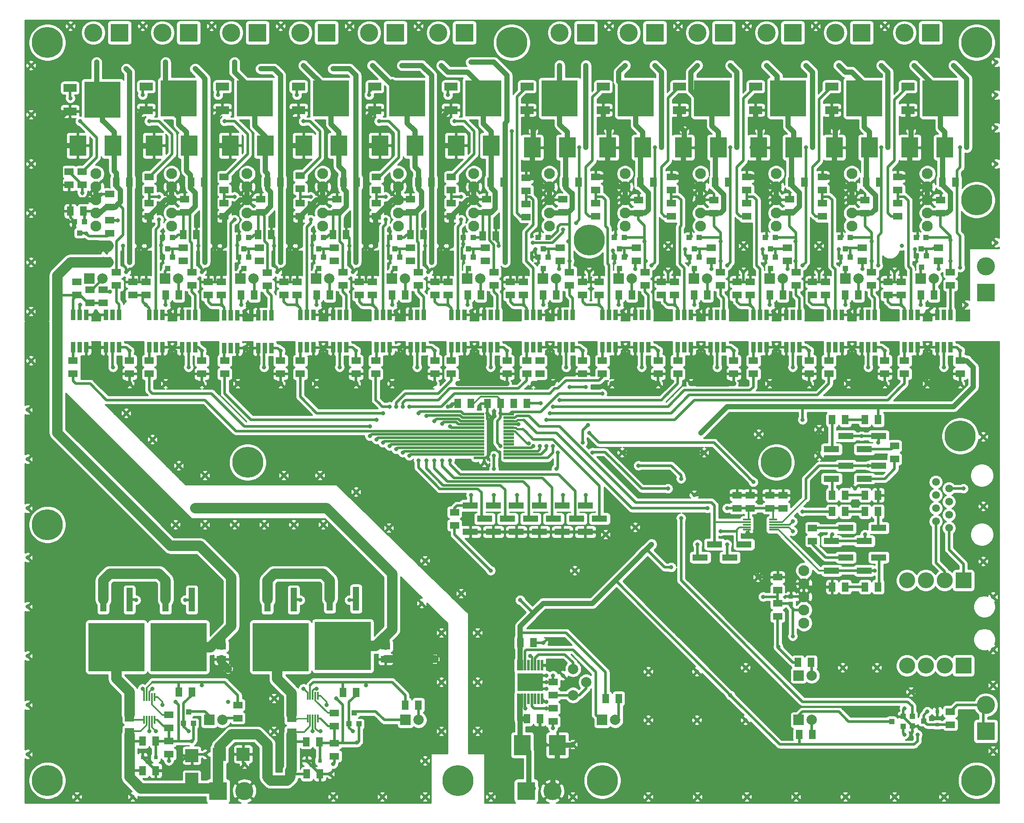
<source format=gtl>
G04 #@! TF.GenerationSoftware,KiCad,Pcbnew,(5.1.6)-1*
G04 #@! TF.CreationDate,2023-08-01T14:26:20+02:00*
G04 #@! TF.ProjectId,zone-controller,7a6f6e65-2d63-46f6-9e74-726f6c6c6572,rev?*
G04 #@! TF.SameCoordinates,Original*
G04 #@! TF.FileFunction,Copper,L1,Top*
G04 #@! TF.FilePolarity,Positive*
%FSLAX46Y46*%
G04 Gerber Fmt 4.6, Leading zero omitted, Abs format (unit mm)*
G04 Created by KiCad (PCBNEW (5.1.6)-1) date 2023-08-01 14:26:20*
%MOMM*%
%LPD*%
G01*
G04 APERTURE LIST*
G04 #@! TA.AperFunction,ComponentPad*
%ADD10C,0.800000*%
G04 #@! TD*
G04 #@! TA.AperFunction,SMDPad,CuDef*
%ADD11R,1.000000X1.000000*%
G04 #@! TD*
G04 #@! TA.AperFunction,SMDPad,CuDef*
%ADD12C,0.100000*%
G04 #@! TD*
G04 #@! TA.AperFunction,ComponentPad*
%ADD13C,6.000000*%
G04 #@! TD*
G04 #@! TA.AperFunction,SMDPad,CuDef*
%ADD14R,1.500000X0.350000*%
G04 #@! TD*
G04 #@! TA.AperFunction,SMDPad,CuDef*
%ADD15R,3.000000X1.250000*%
G04 #@! TD*
G04 #@! TA.AperFunction,ComponentPad*
%ADD16C,2.100000*%
G04 #@! TD*
G04 #@! TA.AperFunction,SMDPad,CuDef*
%ADD17R,2.500000X2.500000*%
G04 #@! TD*
G04 #@! TA.AperFunction,ComponentPad*
%ADD18R,2.000000X2.000000*%
G04 #@! TD*
G04 #@! TA.AperFunction,ComponentPad*
%ADD19C,2.000000*%
G04 #@! TD*
G04 #@! TA.AperFunction,SMDPad,CuDef*
%ADD20R,10.800000X9.400000*%
G04 #@! TD*
G04 #@! TA.AperFunction,SMDPad,CuDef*
%ADD21R,1.250000X4.600000*%
G04 #@! TD*
G04 #@! TA.AperFunction,SMDPad,CuDef*
%ADD22R,2.500000X1.500000*%
G04 #@! TD*
G04 #@! TA.AperFunction,SMDPad,CuDef*
%ADD23R,7.000000X7.000000*%
G04 #@! TD*
G04 #@! TA.AperFunction,ComponentPad*
%ADD24R,3.500000X3.500000*%
G04 #@! TD*
G04 #@! TA.AperFunction,ComponentPad*
%ADD25C,3.500000*%
G04 #@! TD*
G04 #@! TA.AperFunction,SMDPad,CuDef*
%ADD26R,0.900000X2.000000*%
G04 #@! TD*
G04 #@! TA.AperFunction,SMDPad,CuDef*
%ADD27R,0.350000X1.500000*%
G04 #@! TD*
G04 #@! TA.AperFunction,SMDPad,CuDef*
%ADD28R,2.000000X0.500000*%
G04 #@! TD*
G04 #@! TA.AperFunction,SMDPad,CuDef*
%ADD29R,0.500000X2.000000*%
G04 #@! TD*
G04 #@! TA.AperFunction,SMDPad,CuDef*
%ADD30R,5.000000X3.400000*%
G04 #@! TD*
G04 #@! TA.AperFunction,ComponentPad*
%ADD31O,3.100000X3.100000*%
G04 #@! TD*
G04 #@! TA.AperFunction,ComponentPad*
%ADD32R,3.100000X3.100000*%
G04 #@! TD*
G04 #@! TA.AperFunction,ComponentPad*
%ADD33C,1.500000*%
G04 #@! TD*
G04 #@! TA.AperFunction,SMDPad,CuDef*
%ADD34R,0.800000X0.800000*%
G04 #@! TD*
G04 #@! TA.AperFunction,SMDPad,CuDef*
%ADD35R,3.300000X4.000000*%
G04 #@! TD*
G04 #@! TA.AperFunction,SMDPad,CuDef*
%ADD36R,0.900000X0.900000*%
G04 #@! TD*
G04 #@! TA.AperFunction,Conductor*
%ADD37C,0.500000*%
G04 #@! TD*
G04 #@! TA.AperFunction,Conductor*
%ADD38C,1.000000*%
G04 #@! TD*
G04 #@! TA.AperFunction,Conductor*
%ADD39C,0.350000*%
G04 #@! TD*
G04 #@! TA.AperFunction,Conductor*
%ADD40C,0.400000*%
G04 #@! TD*
G04 #@! TA.AperFunction,Conductor*
%ADD41C,0.250000*%
G04 #@! TD*
G04 #@! TA.AperFunction,Conductor*
%ADD42C,0.450000*%
G04 #@! TD*
G04 #@! TA.AperFunction,Conductor*
%ADD43C,2.000000*%
G04 #@! TD*
G04 #@! TA.AperFunction,Conductor*
%ADD44C,1.500000*%
G04 #@! TD*
G04 #@! TA.AperFunction,Conductor*
%ADD45C,0.254000*%
G04 #@! TD*
G04 APERTURE END LIST*
D10*
X172466000Y-72644000D03*
X195326000Y-117856000D03*
X169926000Y-117856000D03*
X151130000Y-128016000D03*
X169926000Y-128016000D03*
X148590000Y-90678000D03*
X136906000Y-99060000D03*
X188722000Y-117856000D03*
X160528000Y-118618000D03*
X151130000Y-118618000D03*
X160528000Y-128016000D03*
X215900000Y-73152000D03*
X215900000Y-86614000D03*
X215900000Y-97282000D03*
X42418000Y-33782000D03*
X202692000Y-36830000D03*
X41656000Y-25908000D03*
X209550000Y-35052000D03*
X204978000Y-37846000D03*
X209550000Y-39116000D03*
X211455000Y-40386000D03*
X207264000Y-40640000D03*
X194310000Y-35306000D03*
X190246000Y-38100000D03*
X192532000Y-40640000D03*
X194310000Y-39116000D03*
X187960000Y-36830000D03*
X179578000Y-35306000D03*
X179578000Y-39116000D03*
X175768000Y-38100000D03*
X173228000Y-36830000D03*
X178054000Y-40640000D03*
X133858000Y-40640000D03*
X134620000Y-33020000D03*
X128778000Y-35560000D03*
X131826000Y-38100000D03*
X135636000Y-35306000D03*
X135890000Y-39116000D03*
X146812000Y-38100000D03*
X150622000Y-39116000D03*
X150368000Y-35306000D03*
X144272000Y-37084000D03*
X158242000Y-36830000D03*
X165100000Y-35306000D03*
X165100000Y-39116000D03*
X161036000Y-38100000D03*
X163322000Y-40640000D03*
X148590000Y-40640000D03*
X130048000Y-34290000D03*
X137160000Y-31750000D03*
D11*
X130810000Y-40570000D03*
X129860000Y-38370000D03*
X131760000Y-38370000D03*
D10*
X122174000Y-36195000D03*
X115316000Y-35814000D03*
X119634000Y-39116000D03*
X105156000Y-39116000D03*
X100838000Y-36195000D03*
X86106000Y-36068000D03*
X90424000Y-39116000D03*
X71628000Y-36068000D03*
X75946000Y-39116000D03*
G04 #@! TA.AperFunction,SMDPad,CuDef*
D12*
G36*
X76846000Y-37226000D02*
G01*
X75046000Y-37226000D01*
X75046000Y-35926000D01*
X76846000Y-35926000D01*
X76846000Y-37226000D01*
G37*
G04 #@! TD.AperFunction*
G04 #@! TA.AperFunction,SMDPad,CuDef*
G36*
X76846000Y-39766000D02*
G01*
X75046000Y-39766000D01*
X75046000Y-38466000D01*
X76846000Y-38466000D01*
X76846000Y-39766000D01*
G37*
G04 #@! TD.AperFunction*
D10*
X56896000Y-36068000D03*
X61214000Y-39116000D03*
X48514000Y-31242000D03*
X50800000Y-31242000D03*
G04 #@! TA.AperFunction,SMDPad,CuDef*
D12*
G36*
X135012000Y-37226000D02*
G01*
X133212000Y-37226000D01*
X133212000Y-35926000D01*
X135012000Y-35926000D01*
X135012000Y-37226000D01*
G37*
G04 #@! TD.AperFunction*
G04 #@! TA.AperFunction,SMDPad,CuDef*
G36*
X135012000Y-39766000D02*
G01*
X133212000Y-39766000D01*
X133212000Y-38466000D01*
X135012000Y-38466000D01*
X135012000Y-39766000D01*
G37*
G04 #@! TD.AperFunction*
G04 #@! TA.AperFunction,SMDPad,CuDef*
G36*
X208164000Y-37226000D02*
G01*
X206364000Y-37226000D01*
X206364000Y-35926000D01*
X208164000Y-35926000D01*
X208164000Y-37226000D01*
G37*
G04 #@! TD.AperFunction*
G04 #@! TA.AperFunction,SMDPad,CuDef*
G36*
X208164000Y-39766000D02*
G01*
X206364000Y-39766000D01*
X206364000Y-38466000D01*
X208164000Y-38466000D01*
X208164000Y-39766000D01*
G37*
G04 #@! TD.AperFunction*
G04 #@! TA.AperFunction,SMDPad,CuDef*
G36*
X149744000Y-37226000D02*
G01*
X147944000Y-37226000D01*
X147944000Y-35926000D01*
X149744000Y-35926000D01*
X149744000Y-37226000D01*
G37*
G04 #@! TD.AperFunction*
G04 #@! TA.AperFunction,SMDPad,CuDef*
G36*
X149744000Y-39766000D02*
G01*
X147944000Y-39766000D01*
X147944000Y-38466000D01*
X149744000Y-38466000D01*
X149744000Y-39766000D01*
G37*
G04 #@! TD.AperFunction*
G04 #@! TA.AperFunction,SMDPad,CuDef*
G36*
X164222000Y-37226000D02*
G01*
X162422000Y-37226000D01*
X162422000Y-35926000D01*
X164222000Y-35926000D01*
X164222000Y-37226000D01*
G37*
G04 #@! TD.AperFunction*
G04 #@! TA.AperFunction,SMDPad,CuDef*
G36*
X164222000Y-39766000D02*
G01*
X162422000Y-39766000D01*
X162422000Y-38466000D01*
X164222000Y-38466000D01*
X164222000Y-39766000D01*
G37*
G04 #@! TD.AperFunction*
G04 #@! TA.AperFunction,SMDPad,CuDef*
G36*
X193432000Y-37226000D02*
G01*
X191632000Y-37226000D01*
X191632000Y-35926000D01*
X193432000Y-35926000D01*
X193432000Y-37226000D01*
G37*
G04 #@! TD.AperFunction*
G04 #@! TA.AperFunction,SMDPad,CuDef*
G36*
X193432000Y-39766000D02*
G01*
X191632000Y-39766000D01*
X191632000Y-38466000D01*
X193432000Y-38466000D01*
X193432000Y-39766000D01*
G37*
G04 #@! TD.AperFunction*
G04 #@! TA.AperFunction,SMDPad,CuDef*
G36*
X178954000Y-37226000D02*
G01*
X177154000Y-37226000D01*
X177154000Y-35926000D01*
X178954000Y-35926000D01*
X178954000Y-37226000D01*
G37*
G04 #@! TD.AperFunction*
G04 #@! TA.AperFunction,SMDPad,CuDef*
G36*
X178954000Y-39766000D02*
G01*
X177154000Y-39766000D01*
X177154000Y-38466000D01*
X178954000Y-38466000D01*
X178954000Y-39766000D01*
G37*
G04 #@! TD.AperFunction*
G04 #@! TA.AperFunction,SMDPad,CuDef*
G36*
X208676000Y-22976000D02*
G01*
X208676000Y-24776000D01*
X207376000Y-24776000D01*
X207376000Y-22976000D01*
X208676000Y-22976000D01*
G37*
G04 #@! TD.AperFunction*
G04 #@! TA.AperFunction,SMDPad,CuDef*
G36*
X211216000Y-22976000D02*
G01*
X211216000Y-24776000D01*
X209916000Y-24776000D01*
X209916000Y-22976000D01*
X211216000Y-22976000D01*
G37*
G04 #@! TD.AperFunction*
G04 #@! TA.AperFunction,SMDPad,CuDef*
G36*
X150256000Y-22976000D02*
G01*
X150256000Y-24776000D01*
X148956000Y-24776000D01*
X148956000Y-22976000D01*
X150256000Y-22976000D01*
G37*
G04 #@! TD.AperFunction*
G04 #@! TA.AperFunction,SMDPad,CuDef*
G36*
X152796000Y-22976000D02*
G01*
X152796000Y-24776000D01*
X151496000Y-24776000D01*
X151496000Y-22976000D01*
X152796000Y-22976000D01*
G37*
G04 #@! TD.AperFunction*
G04 #@! TA.AperFunction,SMDPad,CuDef*
G36*
X135778000Y-22976000D02*
G01*
X135778000Y-24776000D01*
X134478000Y-24776000D01*
X134478000Y-22976000D01*
X135778000Y-22976000D01*
G37*
G04 #@! TD.AperFunction*
G04 #@! TA.AperFunction,SMDPad,CuDef*
G36*
X138318000Y-22976000D02*
G01*
X138318000Y-24776000D01*
X137018000Y-24776000D01*
X137018000Y-22976000D01*
X138318000Y-22976000D01*
G37*
G04 #@! TD.AperFunction*
G04 #@! TA.AperFunction,SMDPad,CuDef*
G36*
X164734000Y-22976000D02*
G01*
X164734000Y-24776000D01*
X163434000Y-24776000D01*
X163434000Y-22976000D01*
X164734000Y-22976000D01*
G37*
G04 #@! TD.AperFunction*
G04 #@! TA.AperFunction,SMDPad,CuDef*
G36*
X167274000Y-22976000D02*
G01*
X167274000Y-24776000D01*
X165974000Y-24776000D01*
X165974000Y-22976000D01*
X167274000Y-22976000D01*
G37*
G04 #@! TD.AperFunction*
G04 #@! TA.AperFunction,SMDPad,CuDef*
G36*
X193944000Y-22976000D02*
G01*
X193944000Y-24776000D01*
X192644000Y-24776000D01*
X192644000Y-22976000D01*
X193944000Y-22976000D01*
G37*
G04 #@! TD.AperFunction*
G04 #@! TA.AperFunction,SMDPad,CuDef*
G36*
X196484000Y-22976000D02*
G01*
X196484000Y-24776000D01*
X195184000Y-24776000D01*
X195184000Y-22976000D01*
X196484000Y-22976000D01*
G37*
G04 #@! TD.AperFunction*
G04 #@! TA.AperFunction,SMDPad,CuDef*
G36*
X179466000Y-22976000D02*
G01*
X179466000Y-24776000D01*
X178166000Y-24776000D01*
X178166000Y-22976000D01*
X179466000Y-22976000D01*
G37*
G04 #@! TD.AperFunction*
G04 #@! TA.AperFunction,SMDPad,CuDef*
G36*
X182006000Y-22976000D02*
G01*
X182006000Y-24776000D01*
X180706000Y-24776000D01*
X180706000Y-22976000D01*
X182006000Y-22976000D01*
G37*
G04 #@! TD.AperFunction*
G04 #@! TA.AperFunction,SMDPad,CuDef*
G36*
X120534000Y-37226000D02*
G01*
X118734000Y-37226000D01*
X118734000Y-35926000D01*
X120534000Y-35926000D01*
X120534000Y-37226000D01*
G37*
G04 #@! TD.AperFunction*
G04 #@! TA.AperFunction,SMDPad,CuDef*
G36*
X120534000Y-39766000D02*
G01*
X118734000Y-39766000D01*
X118734000Y-38466000D01*
X120534000Y-38466000D01*
X120534000Y-39766000D01*
G37*
G04 #@! TD.AperFunction*
G04 #@! TA.AperFunction,SMDPad,CuDef*
G36*
X106056000Y-37226000D02*
G01*
X104256000Y-37226000D01*
X104256000Y-35926000D01*
X106056000Y-35926000D01*
X106056000Y-37226000D01*
G37*
G04 #@! TD.AperFunction*
G04 #@! TA.AperFunction,SMDPad,CuDef*
G36*
X106056000Y-39766000D02*
G01*
X104256000Y-39766000D01*
X104256000Y-38466000D01*
X106056000Y-38466000D01*
X106056000Y-39766000D01*
G37*
G04 #@! TD.AperFunction*
G04 #@! TA.AperFunction,SMDPad,CuDef*
G36*
X62114000Y-37226000D02*
G01*
X60314000Y-37226000D01*
X60314000Y-35926000D01*
X62114000Y-35926000D01*
X62114000Y-37226000D01*
G37*
G04 #@! TD.AperFunction*
G04 #@! TA.AperFunction,SMDPad,CuDef*
G36*
X62114000Y-39766000D02*
G01*
X60314000Y-39766000D01*
X60314000Y-38466000D01*
X62114000Y-38466000D01*
X62114000Y-39766000D01*
G37*
G04 #@! TD.AperFunction*
G04 #@! TA.AperFunction,SMDPad,CuDef*
G36*
X91324000Y-37226000D02*
G01*
X89524000Y-37226000D01*
X89524000Y-35926000D01*
X91324000Y-35926000D01*
X91324000Y-37226000D01*
G37*
G04 #@! TD.AperFunction*
G04 #@! TA.AperFunction,SMDPad,CuDef*
G36*
X91324000Y-39766000D02*
G01*
X89524000Y-39766000D01*
X89524000Y-38466000D01*
X91324000Y-38466000D01*
X91324000Y-39766000D01*
G37*
G04 #@! TD.AperFunction*
G04 #@! TA.AperFunction,SMDPad,CuDef*
G36*
X46090000Y-33132000D02*
G01*
X47890000Y-33132000D01*
X47890000Y-34432000D01*
X46090000Y-34432000D01*
X46090000Y-33132000D01*
G37*
G04 #@! TD.AperFunction*
G04 #@! TA.AperFunction,SMDPad,CuDef*
G36*
X46090000Y-30592000D02*
G01*
X47890000Y-30592000D01*
X47890000Y-31892000D01*
X46090000Y-31892000D01*
X46090000Y-30592000D01*
G37*
G04 #@! TD.AperFunction*
G04 #@! TA.AperFunction,SMDPad,CuDef*
G36*
X107330000Y-22976000D02*
G01*
X107330000Y-24776000D01*
X106030000Y-24776000D01*
X106030000Y-22976000D01*
X107330000Y-22976000D01*
G37*
G04 #@! TD.AperFunction*
G04 #@! TA.AperFunction,SMDPad,CuDef*
G36*
X109870000Y-22976000D02*
G01*
X109870000Y-24776000D01*
X108570000Y-24776000D01*
X108570000Y-22976000D01*
X109870000Y-22976000D01*
G37*
G04 #@! TD.AperFunction*
G04 #@! TA.AperFunction,SMDPad,CuDef*
G36*
X121300000Y-22976000D02*
G01*
X121300000Y-24776000D01*
X120000000Y-24776000D01*
X120000000Y-22976000D01*
X121300000Y-22976000D01*
G37*
G04 #@! TD.AperFunction*
G04 #@! TA.AperFunction,SMDPad,CuDef*
G36*
X123840000Y-22976000D02*
G01*
X123840000Y-24776000D01*
X122540000Y-24776000D01*
X122540000Y-22976000D01*
X123840000Y-22976000D01*
G37*
G04 #@! TD.AperFunction*
G04 #@! TA.AperFunction,SMDPad,CuDef*
G36*
X121016000Y-35190000D02*
G01*
X121016000Y-33390000D01*
X122316000Y-33390000D01*
X122316000Y-35190000D01*
X121016000Y-35190000D01*
G37*
G04 #@! TD.AperFunction*
G04 #@! TA.AperFunction,SMDPad,CuDef*
G36*
X118476000Y-35190000D02*
G01*
X118476000Y-33390000D01*
X119776000Y-33390000D01*
X119776000Y-35190000D01*
X118476000Y-35190000D01*
G37*
G04 #@! TD.AperFunction*
G04 #@! TA.AperFunction,SMDPad,CuDef*
G36*
X107046000Y-34936000D02*
G01*
X107046000Y-33136000D01*
X108346000Y-33136000D01*
X108346000Y-34936000D01*
X107046000Y-34936000D01*
G37*
G04 #@! TD.AperFunction*
G04 #@! TA.AperFunction,SMDPad,CuDef*
G36*
X104506000Y-34936000D02*
G01*
X104506000Y-33136000D01*
X105806000Y-33136000D01*
X105806000Y-34936000D01*
X104506000Y-34936000D01*
G37*
G04 #@! TD.AperFunction*
G04 #@! TA.AperFunction,SMDPad,CuDef*
G36*
X63388000Y-22976000D02*
G01*
X63388000Y-24776000D01*
X62088000Y-24776000D01*
X62088000Y-22976000D01*
X63388000Y-22976000D01*
G37*
G04 #@! TD.AperFunction*
G04 #@! TA.AperFunction,SMDPad,CuDef*
G36*
X65928000Y-22976000D02*
G01*
X65928000Y-24776000D01*
X64628000Y-24776000D01*
X64628000Y-22976000D01*
X65928000Y-22976000D01*
G37*
G04 #@! TD.AperFunction*
G04 #@! TA.AperFunction,SMDPad,CuDef*
G36*
X92852000Y-22976000D02*
G01*
X92852000Y-24776000D01*
X91552000Y-24776000D01*
X91552000Y-22976000D01*
X92852000Y-22976000D01*
G37*
G04 #@! TD.AperFunction*
G04 #@! TA.AperFunction,SMDPad,CuDef*
G36*
X95392000Y-22976000D02*
G01*
X95392000Y-24776000D01*
X94092000Y-24776000D01*
X94092000Y-22976000D01*
X95392000Y-22976000D01*
G37*
G04 #@! TD.AperFunction*
G04 #@! TA.AperFunction,SMDPad,CuDef*
G36*
X78120000Y-22976000D02*
G01*
X78120000Y-24776000D01*
X76820000Y-24776000D01*
X76820000Y-22976000D01*
X78120000Y-22976000D01*
G37*
G04 #@! TD.AperFunction*
G04 #@! TA.AperFunction,SMDPad,CuDef*
G36*
X80660000Y-22976000D02*
G01*
X80660000Y-24776000D01*
X79360000Y-24776000D01*
X79360000Y-22976000D01*
X80660000Y-22976000D01*
G37*
G04 #@! TD.AperFunction*
G04 #@! TA.AperFunction,SMDPad,CuDef*
G36*
X63104000Y-34936000D02*
G01*
X63104000Y-33136000D01*
X64404000Y-33136000D01*
X64404000Y-34936000D01*
X63104000Y-34936000D01*
G37*
G04 #@! TD.AperFunction*
G04 #@! TA.AperFunction,SMDPad,CuDef*
G36*
X60564000Y-34936000D02*
G01*
X60564000Y-33136000D01*
X61864000Y-33136000D01*
X61864000Y-34936000D01*
X60564000Y-34936000D01*
G37*
G04 #@! TD.AperFunction*
G04 #@! TA.AperFunction,SMDPad,CuDef*
G36*
X92060000Y-34936000D02*
G01*
X92060000Y-33136000D01*
X93360000Y-33136000D01*
X93360000Y-34936000D01*
X92060000Y-34936000D01*
G37*
G04 #@! TD.AperFunction*
G04 #@! TA.AperFunction,SMDPad,CuDef*
G36*
X89520000Y-34936000D02*
G01*
X89520000Y-33136000D01*
X90820000Y-33136000D01*
X90820000Y-34936000D01*
X89520000Y-34936000D01*
G37*
G04 #@! TD.AperFunction*
G04 #@! TA.AperFunction,SMDPad,CuDef*
G36*
X77582000Y-34936000D02*
G01*
X77582000Y-33136000D01*
X78882000Y-33136000D01*
X78882000Y-34936000D01*
X77582000Y-34936000D01*
G37*
G04 #@! TD.AperFunction*
G04 #@! TA.AperFunction,SMDPad,CuDef*
G36*
X75042000Y-34936000D02*
G01*
X75042000Y-33136000D01*
X76342000Y-33136000D01*
X76342000Y-34936000D01*
X75042000Y-34936000D01*
G37*
G04 #@! TD.AperFunction*
G04 #@! TA.AperFunction,SMDPad,CuDef*
G36*
X48910000Y-22976000D02*
G01*
X48910000Y-24776000D01*
X47610000Y-24776000D01*
X47610000Y-22976000D01*
X48910000Y-22976000D01*
G37*
G04 #@! TD.AperFunction*
G04 #@! TA.AperFunction,SMDPad,CuDef*
G36*
X51450000Y-22976000D02*
G01*
X51450000Y-24776000D01*
X50150000Y-24776000D01*
X50150000Y-22976000D01*
X51450000Y-22976000D01*
G37*
G04 #@! TD.AperFunction*
G04 #@! TA.AperFunction,SMDPad,CuDef*
G36*
X40020000Y-28564000D02*
G01*
X40020000Y-30364000D01*
X38720000Y-30364000D01*
X38720000Y-28564000D01*
X40020000Y-28564000D01*
G37*
G04 #@! TD.AperFunction*
G04 #@! TA.AperFunction,SMDPad,CuDef*
G36*
X42560000Y-28564000D02*
G01*
X42560000Y-30364000D01*
X41260000Y-30364000D01*
X41260000Y-28564000D01*
X42560000Y-28564000D01*
G37*
G04 #@! TD.AperFunction*
D11*
X203962000Y-40316000D03*
X203012000Y-38116000D03*
X204912000Y-38116000D03*
X145542000Y-40570000D03*
X144592000Y-38370000D03*
X146492000Y-38370000D03*
X160020000Y-40570000D03*
X159070000Y-38370000D03*
X160970000Y-38370000D03*
X189230000Y-40570000D03*
X188280000Y-38370000D03*
X190180000Y-38370000D03*
X174752000Y-40570000D03*
X173802000Y-38370000D03*
X175702000Y-38370000D03*
X130810000Y-36744000D03*
X129860000Y-34544000D03*
X131760000Y-34544000D03*
X203896000Y-36744000D03*
X202946000Y-34544000D03*
X204846000Y-34544000D03*
X145542000Y-36760000D03*
X144592000Y-34560000D03*
X146492000Y-34560000D03*
X160020000Y-36760000D03*
X159070000Y-34560000D03*
X160970000Y-34560000D03*
X189230000Y-36760000D03*
X188280000Y-34560000D03*
X190180000Y-34560000D03*
X174752000Y-36744000D03*
X173802000Y-34544000D03*
X175702000Y-34544000D03*
X116332000Y-40570000D03*
X115382000Y-38370000D03*
X117282000Y-38370000D03*
X102108000Y-40570000D03*
X101158000Y-38370000D03*
X103058000Y-38370000D03*
X58166000Y-40570000D03*
X57216000Y-38370000D03*
X59116000Y-38370000D03*
X87376000Y-40570000D03*
X86426000Y-38370000D03*
X88326000Y-38370000D03*
X72898000Y-40570000D03*
X71948000Y-38370000D03*
X73848000Y-38370000D03*
X116332000Y-36760000D03*
X115382000Y-34560000D03*
X117282000Y-34560000D03*
X102108000Y-36760000D03*
X101158000Y-34560000D03*
X103058000Y-34560000D03*
X58166000Y-36760000D03*
X57216000Y-34560000D03*
X59116000Y-34560000D03*
X87376000Y-36760000D03*
X86426000Y-34560000D03*
X88326000Y-34560000D03*
X72898000Y-36760000D03*
X71948000Y-34560000D03*
X73848000Y-34560000D03*
X41148000Y-33712000D03*
X40198000Y-31512000D03*
X42098000Y-31512000D03*
D10*
X89535000Y-100965000D03*
X57785000Y-100965000D03*
X107950000Y-135890000D03*
X33655000Y-74930000D03*
X37465000Y-78740000D03*
X46355000Y-87630000D03*
X41910000Y-83185000D03*
X51435000Y-92710000D03*
X59690000Y-90170000D03*
X65405000Y-90170000D03*
X71120000Y-90170000D03*
D13*
X34925000Y-90170000D03*
D14*
X175260000Y-89170000D03*
X175260000Y-89670000D03*
X175260000Y-90170000D03*
X175260000Y-90670000D03*
X175260000Y-91170000D03*
X170180000Y-91170000D03*
X170180000Y-90670000D03*
X170180000Y-90170000D03*
X170180000Y-89170000D03*
X170180000Y-89670000D03*
D13*
X214630000Y-27305000D03*
X114300000Y-139700000D03*
X211455000Y-73025000D03*
D10*
X184150000Y-71755000D03*
X184150000Y-76835000D03*
X160020000Y-84455000D03*
X171450000Y-81915000D03*
X173355000Y-104140000D03*
X180975000Y-69850000D03*
X180975000Y-87630000D03*
X191135000Y-83185000D03*
X194945000Y-99060000D03*
X193040000Y-92075000D03*
X193675000Y-78740000D03*
X195580000Y-74295000D03*
X192405000Y-73025000D03*
X186690000Y-92075000D03*
X179070000Y-91440000D03*
X179070000Y-89535000D03*
X155575000Y-98425000D03*
X157480000Y-88900000D03*
X157480000Y-81280000D03*
D15*
X192935000Y-99060000D03*
X195685000Y-96520000D03*
G04 #@! TA.AperFunction,SMDPad,CuDef*
D12*
G36*
X194930000Y-85355000D02*
G01*
X194930000Y-83555000D01*
X196230000Y-83555000D01*
X196230000Y-85355000D01*
X194930000Y-85355000D01*
G37*
G04 #@! TD.AperFunction*
G04 #@! TA.AperFunction,SMDPad,CuDef*
G36*
X192390000Y-85355000D02*
G01*
X192390000Y-83555000D01*
X193690000Y-83555000D01*
X193690000Y-85355000D01*
X192390000Y-85355000D01*
G37*
G04 #@! TD.AperFunction*
G04 #@! TA.AperFunction,SMDPad,CuDef*
G36*
X188580000Y-85355000D02*
G01*
X188580000Y-83555000D01*
X189880000Y-83555000D01*
X189880000Y-85355000D01*
X188580000Y-85355000D01*
G37*
G04 #@! TD.AperFunction*
G04 #@! TA.AperFunction,SMDPad,CuDef*
G36*
X186040000Y-85355000D02*
G01*
X186040000Y-83555000D01*
X187340000Y-83555000D01*
X187340000Y-85355000D01*
X186040000Y-85355000D01*
G37*
G04 #@! TD.AperFunction*
G04 #@! TA.AperFunction,SMDPad,CuDef*
G36*
X197855000Y-76820000D02*
G01*
X199655000Y-76820000D01*
X199655000Y-78120000D01*
X197855000Y-78120000D01*
X197855000Y-76820000D01*
G37*
G04 #@! TD.AperFunction*
G04 #@! TA.AperFunction,SMDPad,CuDef*
G36*
X197855000Y-74280000D02*
G01*
X199655000Y-74280000D01*
X199655000Y-75580000D01*
X197855000Y-75580000D01*
X197855000Y-74280000D01*
G37*
G04 #@! TD.AperFunction*
G04 #@! TA.AperFunction,SMDPad,CuDef*
G36*
X187340000Y-68950000D02*
G01*
X187340000Y-70750000D01*
X186040000Y-70750000D01*
X186040000Y-68950000D01*
X187340000Y-68950000D01*
G37*
G04 #@! TD.AperFunction*
G04 #@! TA.AperFunction,SMDPad,CuDef*
G36*
X189880000Y-68950000D02*
G01*
X189880000Y-70750000D01*
X188580000Y-70750000D01*
X188580000Y-68950000D01*
X189880000Y-68950000D01*
G37*
G04 #@! TD.AperFunction*
G04 #@! TA.AperFunction,SMDPad,CuDef*
G36*
X193690000Y-68950000D02*
G01*
X193690000Y-70750000D01*
X192390000Y-70750000D01*
X192390000Y-68950000D01*
X193690000Y-68950000D01*
G37*
G04 #@! TD.AperFunction*
G04 #@! TA.AperFunction,SMDPad,CuDef*
G36*
X196230000Y-68950000D02*
G01*
X196230000Y-70750000D01*
X194930000Y-70750000D01*
X194930000Y-68950000D01*
X196230000Y-68950000D01*
G37*
G04 #@! TD.AperFunction*
G04 #@! TA.AperFunction,SMDPad,CuDef*
G36*
X187340000Y-101335000D02*
G01*
X187340000Y-103135000D01*
X186040000Y-103135000D01*
X186040000Y-101335000D01*
X187340000Y-101335000D01*
G37*
G04 #@! TD.AperFunction*
G04 #@! TA.AperFunction,SMDPad,CuDef*
G36*
X189880000Y-101335000D02*
G01*
X189880000Y-103135000D01*
X188580000Y-103135000D01*
X188580000Y-101335000D01*
X189880000Y-101335000D01*
G37*
G04 #@! TD.AperFunction*
G04 #@! TA.AperFunction,SMDPad,CuDef*
G36*
X193690000Y-101335000D02*
G01*
X193690000Y-103135000D01*
X192390000Y-103135000D01*
X192390000Y-101335000D01*
X193690000Y-101335000D01*
G37*
G04 #@! TD.AperFunction*
G04 #@! TA.AperFunction,SMDPad,CuDef*
G36*
X196230000Y-101335000D02*
G01*
X196230000Y-103135000D01*
X194930000Y-103135000D01*
X194930000Y-101335000D01*
X196230000Y-101335000D01*
G37*
G04 #@! TD.AperFunction*
G04 #@! TA.AperFunction,SMDPad,CuDef*
G36*
X181980000Y-92695000D02*
G01*
X183780000Y-92695000D01*
X183780000Y-93995000D01*
X181980000Y-93995000D01*
X181980000Y-92695000D01*
G37*
G04 #@! TD.AperFunction*
G04 #@! TA.AperFunction,SMDPad,CuDef*
G36*
X181980000Y-90155000D02*
G01*
X183780000Y-90155000D01*
X183780000Y-91455000D01*
X181980000Y-91455000D01*
X181980000Y-90155000D01*
G37*
G04 #@! TD.AperFunction*
G04 #@! TA.AperFunction,SMDPad,CuDef*
G36*
X194930000Y-88530000D02*
G01*
X194930000Y-86730000D01*
X196230000Y-86730000D01*
X196230000Y-88530000D01*
X194930000Y-88530000D01*
G37*
G04 #@! TD.AperFunction*
G04 #@! TA.AperFunction,SMDPad,CuDef*
G36*
X192390000Y-88530000D02*
G01*
X192390000Y-86730000D01*
X193690000Y-86730000D01*
X193690000Y-88530000D01*
X192390000Y-88530000D01*
G37*
G04 #@! TD.AperFunction*
G04 #@! TA.AperFunction,SMDPad,CuDef*
G36*
X188580000Y-88530000D02*
G01*
X188580000Y-86730000D01*
X189880000Y-86730000D01*
X189880000Y-88530000D01*
X188580000Y-88530000D01*
G37*
G04 #@! TD.AperFunction*
G04 #@! TA.AperFunction,SMDPad,CuDef*
G36*
X186040000Y-88530000D02*
G01*
X186040000Y-86730000D01*
X187340000Y-86730000D01*
X187340000Y-88530000D01*
X186040000Y-88530000D01*
G37*
G04 #@! TD.AperFunction*
D15*
X189335000Y-78740000D03*
X186585000Y-81280000D03*
X192935000Y-81280000D03*
X195685000Y-78740000D03*
X195685000Y-73025000D03*
X192935000Y-75565000D03*
X186585000Y-75565000D03*
X189335000Y-73025000D03*
X189335000Y-96520000D03*
X186585000Y-99060000D03*
X186585000Y-93345000D03*
X189335000Y-90805000D03*
X195685000Y-90805000D03*
X192935000Y-93345000D03*
D10*
X133604000Y-76200000D03*
X121285000Y-76835000D03*
X121285000Y-79375000D03*
X133350000Y-79375000D03*
X130175000Y-60960000D03*
X130175000Y-58420000D03*
G04 #@! TA.AperFunction,SMDPad,CuDef*
D12*
G36*
X129275000Y-60310000D02*
G01*
X131075000Y-60310000D01*
X131075000Y-61610000D01*
X129275000Y-61610000D01*
X129275000Y-60310000D01*
G37*
G04 #@! TD.AperFunction*
G04 #@! TA.AperFunction,SMDPad,CuDef*
G36*
X129275000Y-57770000D02*
G01*
X131075000Y-57770000D01*
X131075000Y-59070000D01*
X129275000Y-59070000D01*
X129275000Y-57770000D01*
G37*
G04 #@! TD.AperFunction*
D10*
X112395000Y-67310000D03*
X109855000Y-116205000D03*
X200152000Y-36195000D03*
X184150000Y-36195000D03*
X169545000Y-36195000D03*
X154940000Y-36195000D03*
X39370000Y6350000D03*
X49530000Y-36195000D03*
X64135000Y-36195000D03*
X78740000Y-36195000D03*
X93345000Y-36195000D03*
X93980000Y-41275000D03*
X107950000Y-36195000D03*
X108585000Y-41275000D03*
X129286000Y-36830000D03*
X209550000Y-9525000D03*
X207645000Y-9525000D03*
X205740000Y-9525000D03*
X205740000Y-7620000D03*
X207645000Y-7620000D03*
X209550000Y-7620000D03*
X209550000Y-5715000D03*
X207645000Y-5715000D03*
X205740000Y-5715000D03*
X191135000Y-9525000D03*
X193040000Y-9525000D03*
X194945000Y-9525000D03*
X194945000Y-7620000D03*
X193040000Y-7620000D03*
X191135000Y-7620000D03*
X194945000Y-5715000D03*
X193040000Y-5715000D03*
X191135000Y-5715000D03*
X180340000Y-9525000D03*
X178435000Y-9525000D03*
X176530000Y-9525000D03*
X176530000Y-7620000D03*
X178435000Y-7620000D03*
X180340000Y-7620000D03*
X180340000Y-5715000D03*
X178435000Y-5715000D03*
X176530000Y-5715000D03*
X165735000Y-9525000D03*
X163830000Y-9525000D03*
X161925000Y-9525000D03*
X161925000Y-7620000D03*
X163830000Y-7620000D03*
X165735000Y-7620000D03*
X165735000Y-5715000D03*
X163830000Y-5715000D03*
X161925000Y-5715000D03*
X146685000Y-9525000D03*
X148590000Y-9525000D03*
X150495000Y-9525000D03*
X150495000Y-7620000D03*
X148590000Y-7620000D03*
X146685000Y-7620000D03*
X150495000Y-5715000D03*
X148590000Y-5715000D03*
X146685000Y-5715000D03*
X135890000Y-9525000D03*
X133985000Y-9525000D03*
X132080000Y-9525000D03*
X132080000Y-7620000D03*
X133985000Y-7620000D03*
X135890000Y-7620000D03*
X135890000Y-5715000D03*
X133985000Y-5715000D03*
X132080000Y-5715000D03*
X121285000Y-9525000D03*
X119380000Y-9525000D03*
X117475000Y-9525000D03*
X117475000Y-7620000D03*
X119380000Y-7620000D03*
X121285000Y-7620000D03*
X121285000Y-5715000D03*
X119380000Y-5715000D03*
X117475000Y-5715000D03*
X106680000Y-9525000D03*
X104775000Y-9525000D03*
X102870000Y-9525000D03*
X106680000Y-7620000D03*
X104775000Y-7620000D03*
X102870000Y-7620000D03*
X106680000Y-5715000D03*
X104775000Y-5715000D03*
X102870000Y-5715000D03*
X91440000Y-9525000D03*
X89535000Y-9525000D03*
X87630000Y-9525000D03*
X87630000Y-7620000D03*
X89535000Y-7620000D03*
X91440000Y-7620000D03*
X91440000Y-5715000D03*
X89535000Y-5715000D03*
X87630000Y-5715000D03*
X73025000Y-9525000D03*
X74930000Y-9525000D03*
X76835000Y-9525000D03*
X76835000Y-7620000D03*
X74930000Y-7620000D03*
X72957000Y-7620000D03*
X76835000Y-5715000D03*
X74930000Y-5715000D03*
X73025000Y-5715000D03*
X58420000Y-9525000D03*
X58420000Y-7620000D03*
X60325000Y-7620000D03*
X60325000Y-9525000D03*
X62230000Y-9525000D03*
X62230000Y-7620000D03*
X62230000Y-5715000D03*
X60325000Y-5715000D03*
X58420000Y-5715000D03*
X45720000Y-9525000D03*
X45720000Y-5715000D03*
X45720000Y-7620000D03*
X47625000Y-7620000D03*
X47625000Y-9525000D03*
X43815000Y-9525000D03*
X43815000Y-7620000D03*
X47625000Y-5715000D03*
X43815000Y-5715000D03*
X44450000Y-116840000D03*
X48260000Y-116840000D03*
X52070000Y-116840000D03*
X52070000Y-113665000D03*
X48260000Y-113665000D03*
X44450000Y-113665000D03*
X44450000Y-110490000D03*
X48260000Y-110490000D03*
X52070000Y-110490000D03*
X60325000Y-113665000D03*
X56515000Y-113665000D03*
X56515000Y-116840000D03*
X60325000Y-116840000D03*
X64135000Y-116840000D03*
X64135000Y-113665000D03*
X64135000Y-110490000D03*
X60325000Y-110490000D03*
X56515000Y-110490000D03*
X88265000Y-90170000D03*
X82550000Y-90170000D03*
X76835000Y-90170000D03*
X78740000Y-123825000D03*
X78740000Y-130175000D03*
X83820000Y-116840000D03*
X83820000Y-113665000D03*
X80010000Y-113665000D03*
X80010000Y-116840000D03*
X76200000Y-116840000D03*
X76200000Y-113665000D03*
X76200000Y-110490000D03*
X80010000Y-110490000D03*
X83820000Y-110490000D03*
X92075000Y-110490000D03*
X95885000Y-113665000D03*
X88900000Y-113665000D03*
X92075000Y-113665000D03*
X92075000Y-116840000D03*
X95885000Y-116840000D03*
X95885000Y-110490000D03*
X88900000Y-110490000D03*
X88900000Y-116840000D03*
X107315000Y-105410000D03*
X111125000Y-111125000D03*
X111125000Y-120650000D03*
X111125000Y-130175000D03*
X107950000Y-142875000D03*
X99695000Y-142875000D03*
X90170000Y-142875000D03*
X217805000Y-104140000D03*
X217805000Y-114300000D03*
X217805000Y-121285000D03*
X217805000Y-133985000D03*
X55245000Y-73660000D03*
X60325000Y-78740000D03*
X65405000Y-80645000D03*
X80645000Y-80645000D03*
X87630000Y-80645000D03*
X94615000Y-83820000D03*
X100965000Y-90805000D03*
X107950000Y-97155000D03*
X114935000Y-103505000D03*
X50165000Y-68580000D03*
X118110000Y-111125000D03*
X118110000Y-120650000D03*
X118110000Y-130175000D03*
X136525000Y-142875000D03*
X120650000Y-142875000D03*
X151130000Y-142875000D03*
X160655000Y-142875000D03*
X170180000Y-142875000D03*
X179705000Y-142875000D03*
X189230000Y-142875000D03*
X198755000Y-142875000D03*
X208280000Y-142875000D03*
X51435000Y-142875000D03*
X40640000Y-142875000D03*
X31115000Y-134620000D03*
X31115000Y-125095000D03*
X31115000Y-115570000D03*
X31115000Y-106045000D03*
X31115000Y-96520000D03*
X31115000Y-86995000D03*
X31115000Y-77470000D03*
X31115000Y-67945000D03*
X31750000Y-58420000D03*
X218440000Y-35560000D03*
X218440000Y-13335000D03*
X218440000Y-20320000D03*
X218440000Y-6985000D03*
X218440000Y-635000D03*
X196850000Y6350000D03*
X183515000Y6350000D03*
X170180000Y6350000D03*
X156845000Y6350000D03*
X143510000Y6350000D03*
X31750000Y-1270000D03*
X31750000Y-10795000D03*
X106680000Y6350000D03*
X93345000Y6350000D03*
X80010000Y6350000D03*
X66675000Y6350000D03*
X53340000Y6350000D03*
X31750000Y-48895000D03*
X31750000Y-39370000D03*
X31750000Y-29845000D03*
X31750000Y-20320000D03*
X166370000Y-86995000D03*
X120650000Y-99060000D03*
X126365000Y-104775000D03*
X179070000Y-111760000D03*
X137795000Y-17145000D03*
X211455000Y-17145000D03*
X203200000Y-34290000D03*
X188595000Y-34290000D03*
X173990000Y-34290000D03*
X197485000Y-17145000D03*
X182880000Y-17145000D03*
X168275000Y-17145000D03*
X144780000Y-34036000D03*
X159385000Y-34290000D03*
X153670000Y-17145000D03*
X139065000Y-17145000D03*
X196215000Y-17145000D03*
X158115000Y-13970000D03*
X167005000Y-17145000D03*
X151765000Y-40005000D03*
X139700000Y-41275000D03*
X123444000Y-39370000D03*
D16*
X44323000Y-22225000D03*
X44323000Y-32385000D03*
X44323000Y-27305000D03*
X44323000Y-29845000D03*
X44323000Y-24765000D03*
X58939540Y-22225000D03*
X58939540Y-32385000D03*
X58939540Y-27305000D03*
X58939540Y-29845000D03*
X58939540Y-24765000D03*
D13*
X142240000Y-139700000D03*
D10*
X197485000Y-2540000D03*
X196215000Y-1270000D03*
X189230000Y-2540000D03*
X187960000Y-1270000D03*
X203835000Y-2540000D03*
X202565000Y-1270000D03*
X211455000Y-2540000D03*
X210185000Y-1270000D03*
X175260000Y-2540000D03*
X173990000Y-1270000D03*
X182880000Y-2540000D03*
X181610000Y-1270000D03*
X159385000Y-2540000D03*
X160655000Y-1270000D03*
X168275000Y-2540000D03*
X167005000Y-1270000D03*
X145415000Y-2540000D03*
X146685000Y-1270000D03*
X153670000Y-2540000D03*
X152400000Y-1270000D03*
X139065000Y-2540000D03*
X139065000Y-1270000D03*
X133985000Y-2540000D03*
X133985000Y-1270000D03*
X112395000Y-2540000D03*
X111125000Y-1270000D03*
X118110000Y-635000D03*
X116840000Y-635000D03*
X104775000Y-1270000D03*
X103505000Y-1270000D03*
X99060000Y-2540000D03*
X97790000Y-1270000D03*
X91440000Y-1905000D03*
X90170000Y-1905000D03*
X85725000Y-2540000D03*
X84455000Y-1270000D03*
X77470000Y-1905000D03*
X76200000Y-1905000D03*
X71120000Y-1905000D03*
X71120000Y-635000D03*
X57785000Y-1905000D03*
X57785000Y-635000D03*
X64770000Y-3175000D03*
X63500000Y-1905000D03*
X50800000Y-3175000D03*
X50165000Y-1905000D03*
X44450000Y-1905000D03*
X44450000Y-635000D03*
D13*
X124714000Y3175000D03*
X139700000Y-35052000D03*
X175895000Y-78105000D03*
X73660000Y-78105000D03*
X34925000Y-139700000D03*
X214630000Y-139700000D03*
X214630000Y3175000D03*
X34925000Y3175000D03*
D16*
X146638818Y-22225000D03*
X146638818Y-32385000D03*
X146638818Y-27305000D03*
X146638818Y-29845000D03*
X146638818Y-24765000D03*
X117405727Y-22225000D03*
X117405727Y-32385000D03*
X117405727Y-27305000D03*
X117405727Y-29845000D03*
X117405727Y-24765000D03*
X132022273Y-22225000D03*
X132022273Y-32385000D03*
X132022273Y-27305000D03*
X132022273Y-29845000D03*
X132022273Y-24765000D03*
X205105000Y-22225000D03*
X205105000Y-32385000D03*
X205105000Y-27305000D03*
X205105000Y-29845000D03*
X205105000Y-24765000D03*
X190488455Y-22225000D03*
X190488455Y-32385000D03*
X190488455Y-27305000D03*
X190488455Y-29845000D03*
X190488455Y-24765000D03*
X175871909Y-22225000D03*
X175871909Y-32385000D03*
X175871909Y-27305000D03*
X175871909Y-29845000D03*
X175871909Y-24765000D03*
X161255364Y-22225000D03*
X161255364Y-32385000D03*
X161255364Y-27305000D03*
X161255364Y-29845000D03*
X161255364Y-24765000D03*
X102789182Y-22225000D03*
X102789182Y-32385000D03*
X102789182Y-27305000D03*
X102789182Y-29845000D03*
X102789182Y-24765000D03*
X88172636Y-22225000D03*
X88172636Y-32385000D03*
X88172636Y-27305000D03*
X88172636Y-29845000D03*
X88172636Y-24765000D03*
X73556091Y-22225000D03*
X73556091Y-32385000D03*
X73556091Y-27305000D03*
X73556091Y-29845000D03*
X73556091Y-24765000D03*
X181229000Y-99060000D03*
X181229000Y-109220000D03*
X181229000Y-104140000D03*
X181229000Y-106680000D03*
X181229000Y-101600000D03*
D15*
X138960000Y-86487000D03*
X138960000Y-91567000D03*
X141710000Y-89027000D03*
X134515000Y-86487000D03*
X134515000Y-91567000D03*
X137265000Y-89027000D03*
X130070000Y-86487000D03*
X130070000Y-91567000D03*
X132820000Y-89027000D03*
X125625000Y-86487000D03*
X125625000Y-91567000D03*
X128375000Y-89027000D03*
X121180000Y-86487000D03*
X121180000Y-91567000D03*
X123930000Y-89027000D03*
X116735000Y-86487000D03*
X116735000Y-91567000D03*
X119485000Y-89027000D03*
X166900000Y-96520000D03*
X169650000Y-93980000D03*
X161185000Y-96520000D03*
X163935000Y-93980000D03*
D17*
X68185000Y-134620000D03*
X72785000Y-134620000D03*
X62865000Y-139460000D03*
X62865000Y-134860000D03*
D18*
X43053000Y-42545000D03*
D19*
X45593000Y-42545000D03*
D10*
X83820000Y-104775000D03*
X52070000Y-104775000D03*
D20*
X92075000Y-113665000D03*
D21*
X89535000Y-104515000D03*
X94615000Y-104515000D03*
D20*
X80010000Y-113865000D03*
D21*
X77470000Y-104715000D03*
X82550000Y-104715000D03*
D20*
X60325000Y-113865000D03*
D21*
X57785000Y-104715000D03*
X62865000Y-104715000D03*
D20*
X48260000Y-113865000D03*
D21*
X45720000Y-104715000D03*
X50800000Y-104715000D03*
D22*
X39293000Y-5594000D03*
X39293000Y-10154000D03*
D23*
X45593000Y-7874000D03*
D24*
X205740000Y5080000D03*
D25*
X200660000Y5080000D03*
D24*
X192405000Y5080000D03*
D25*
X187325000Y5080000D03*
D24*
X179070000Y5080000D03*
D25*
X173990000Y5080000D03*
D24*
X165735000Y5080000D03*
D25*
X160655000Y5080000D03*
D24*
X152400000Y5080000D03*
D25*
X147320000Y5080000D03*
D24*
X139065000Y5080000D03*
D25*
X133985000Y5080000D03*
D24*
X115570000Y5080000D03*
D25*
X110490000Y5080000D03*
D24*
X102235000Y5080000D03*
D25*
X97155000Y5080000D03*
D24*
X88900000Y5080000D03*
D25*
X83820000Y5080000D03*
D24*
X75565000Y5080000D03*
D25*
X70485000Y5080000D03*
D24*
X62230000Y5080000D03*
D25*
X57150000Y5080000D03*
D24*
X216408000Y-45212000D03*
D25*
X216408000Y-40132000D03*
D24*
X216408000Y-130175000D03*
D25*
X216408000Y-125095000D03*
D24*
X48895000Y5080000D03*
D25*
X43815000Y5080000D03*
D24*
X127508000Y-141732000D03*
D25*
X132588000Y-141732000D03*
D24*
X67945000Y-141732000D03*
D25*
X73025000Y-141732000D03*
D26*
X207010000Y-49555000D03*
X208280000Y-55855000D03*
X209550000Y-49555000D03*
X208280000Y-49555000D03*
X209550000Y-55855000D03*
X207010000Y-55855000D03*
X203200000Y-55855000D03*
X201930000Y-49555000D03*
X200660000Y-55855000D03*
X201930000Y-55855000D03*
X200660000Y-49555000D03*
X203200000Y-49555000D03*
X192405000Y-49555000D03*
X193675000Y-55855000D03*
X194945000Y-49555000D03*
X193675000Y-49555000D03*
X194945000Y-55855000D03*
X192405000Y-55855000D03*
X188595000Y-55855000D03*
X187325000Y-49555000D03*
X186055000Y-55855000D03*
X187325000Y-55855000D03*
X186055000Y-49555000D03*
X188595000Y-49555000D03*
X177800000Y-49555000D03*
X179070000Y-55855000D03*
X180340000Y-49555000D03*
X179070000Y-49555000D03*
X180340000Y-55855000D03*
X177800000Y-55855000D03*
X173990000Y-55855000D03*
X172720000Y-49555000D03*
X171450000Y-55855000D03*
X172720000Y-55855000D03*
X171450000Y-49555000D03*
X173990000Y-49555000D03*
X163195000Y-49555000D03*
X164465000Y-55855000D03*
X165735000Y-49555000D03*
X164465000Y-49555000D03*
X165735000Y-55855000D03*
X163195000Y-55855000D03*
X159385000Y-55855000D03*
X158115000Y-49555000D03*
X156845000Y-55855000D03*
X158115000Y-55855000D03*
X156845000Y-49555000D03*
X159385000Y-49555000D03*
X148590000Y-49555000D03*
X149860000Y-55855000D03*
X151130000Y-49555000D03*
X149860000Y-49555000D03*
X151130000Y-55855000D03*
X148590000Y-55855000D03*
X144780000Y-55855000D03*
X143510000Y-49555000D03*
X142240000Y-55855000D03*
X143510000Y-55855000D03*
X142240000Y-49555000D03*
X144780000Y-49555000D03*
X133985000Y-49555000D03*
X135255000Y-55855000D03*
X136525000Y-49555000D03*
X135255000Y-49555000D03*
X136525000Y-55855000D03*
X133985000Y-55855000D03*
X130175000Y-55855000D03*
X128905000Y-49555000D03*
X127635000Y-55855000D03*
X128905000Y-55855000D03*
X127635000Y-49555000D03*
X130175000Y-49555000D03*
X119380000Y-49555000D03*
X120650000Y-55855000D03*
X121920000Y-49555000D03*
X120650000Y-49555000D03*
X121920000Y-55855000D03*
X119380000Y-55855000D03*
X115570000Y-55855000D03*
X114300000Y-49555000D03*
X113030000Y-55855000D03*
X114300000Y-55855000D03*
X113030000Y-49555000D03*
X115570000Y-49555000D03*
X105156000Y-49555000D03*
X106426000Y-55855000D03*
X107696000Y-49555000D03*
X106426000Y-49555000D03*
X107696000Y-55855000D03*
X105156000Y-55855000D03*
X101092000Y-55855000D03*
X99822000Y-49555000D03*
X98552000Y-55855000D03*
X99822000Y-55855000D03*
X98552000Y-49555000D03*
X101092000Y-49555000D03*
X90170000Y-49555000D03*
X91440000Y-55855000D03*
X92710000Y-49555000D03*
X91440000Y-49555000D03*
X92710000Y-55855000D03*
X90170000Y-55855000D03*
X86360000Y-55855000D03*
X85090000Y-49555000D03*
X83820000Y-55855000D03*
X85090000Y-55855000D03*
X83820000Y-49555000D03*
X86360000Y-49555000D03*
X75692000Y-49682000D03*
X76962000Y-55982000D03*
X78232000Y-49682000D03*
X76962000Y-49682000D03*
X78232000Y-55982000D03*
X75692000Y-55982000D03*
X71628000Y-55982000D03*
X70358000Y-49682000D03*
X69088000Y-55982000D03*
X70358000Y-55982000D03*
X69088000Y-49682000D03*
X71628000Y-49682000D03*
X60960000Y-49555000D03*
X62230000Y-55855000D03*
X63500000Y-49555000D03*
X62230000Y-49555000D03*
X63500000Y-55855000D03*
X60960000Y-55855000D03*
X57150000Y-55855000D03*
X55880000Y-49555000D03*
X54610000Y-55855000D03*
X55880000Y-55855000D03*
X54610000Y-49555000D03*
X57150000Y-49555000D03*
X46228000Y-49555000D03*
X47498000Y-55855000D03*
X48768000Y-49555000D03*
X47498000Y-49555000D03*
X48768000Y-55855000D03*
X46228000Y-55855000D03*
X42418000Y-55855000D03*
X41148000Y-49555000D03*
X39878000Y-55855000D03*
X41148000Y-55855000D03*
X39878000Y-49555000D03*
X42418000Y-49555000D03*
D27*
X86749000Y-127717000D03*
X87249000Y-123317000D03*
X86249000Y-123317000D03*
X85249000Y-127717000D03*
X85749000Y-123317000D03*
X85749000Y-127717000D03*
X85249000Y-123317000D03*
X87249000Y-127717000D03*
X86749000Y-123317000D03*
X86249000Y-127717000D03*
X55110000Y-127930000D03*
X55610000Y-123530000D03*
X54610000Y-123530000D03*
X53610000Y-127930000D03*
X54110000Y-123530000D03*
X54110000Y-127930000D03*
X53610000Y-123530000D03*
X55610000Y-127930000D03*
X55110000Y-123530000D03*
X54610000Y-127930000D03*
D28*
X124187500Y-77250000D03*
X124187500Y-72050000D03*
X124187500Y-75950000D03*
X124187500Y-70750000D03*
X118382500Y-71400000D03*
X118382500Y-77250000D03*
X118382500Y-72700000D03*
X124187500Y-70100000D03*
X124187500Y-69450000D03*
X124187500Y-68800000D03*
X118382500Y-75300000D03*
X118382500Y-70750000D03*
X118382500Y-70100000D03*
X124187500Y-74000000D03*
X118382500Y-74650000D03*
X124187500Y-73350000D03*
X118382500Y-68800000D03*
X118382500Y-73350000D03*
X124187500Y-72700000D03*
X124187500Y-76600000D03*
X118382500Y-72050000D03*
X118382500Y-74000000D03*
X124187500Y-74650000D03*
X118382500Y-75950000D03*
X124187500Y-71400000D03*
X118382500Y-69450000D03*
X118382500Y-76600000D03*
X124187500Y-75300000D03*
D10*
X93345000Y-104775000D03*
X84455000Y-121920000D03*
X86995000Y-121920000D03*
X96520000Y-121285000D03*
X90805000Y-123825000D03*
X88900000Y-125095000D03*
X86233000Y-130175000D03*
X87757000Y-130175000D03*
X93980000Y-130175000D03*
X94742000Y-132334000D03*
X90170000Y-136525000D03*
X89535000Y-138430000D03*
X81915000Y-133985000D03*
X81915000Y-137795000D03*
X61595000Y-104775000D03*
X53340000Y-121920000D03*
X55245000Y-121920000D03*
X59690000Y-124460000D03*
X64770000Y-121285000D03*
X57150000Y-125095000D03*
X62230000Y-130175000D03*
X62865000Y-132080000D03*
X58420000Y-135890000D03*
X50800000Y-133985000D03*
X50800000Y-137795000D03*
X69850000Y-124460000D03*
X65405000Y-134620000D03*
X73025000Y-136525000D03*
X69850000Y-118110000D03*
X149225000Y-78740000D03*
X63500000Y-86995000D03*
X69215000Y-86995000D03*
X67310000Y-86995000D03*
X65405000Y-86995000D03*
X45720000Y-40005000D03*
X46990000Y-40005000D03*
X45720000Y-36830000D03*
X46990000Y-36830000D03*
X46990000Y-38735000D03*
X46990000Y-35560000D03*
X46990000Y-45085000D03*
X41275000Y-47625000D03*
X40386000Y-43180000D03*
X161925000Y-76200000D03*
X146050000Y-76200000D03*
X162560000Y-86995000D03*
X165100000Y-91440000D03*
X212090000Y-83185000D03*
X167005000Y-123190000D03*
X154940000Y-83185000D03*
X161290000Y-72390000D03*
X151765000Y-93980000D03*
X151765000Y-93980000D03*
X139065000Y-63500000D03*
X135890000Y-63500000D03*
X142875000Y-92075000D03*
X200660000Y-125730000D03*
X201930000Y-122555000D03*
X140335000Y-76200000D03*
X45720000Y-35560000D03*
X45720000Y-38735000D03*
X41275000Y-12065000D03*
X198755000Y-41275000D03*
X184150000Y-41275000D03*
X169545000Y-41275000D03*
X154940000Y-41275000D03*
X113030000Y-36195000D03*
X114935000Y-31115000D03*
X114935000Y-26670000D03*
X113665000Y-12065000D03*
X96520000Y-36195000D03*
X100330000Y-31115000D03*
X100330000Y-26670000D03*
X99060000Y-12065000D03*
X83820000Y-36195000D03*
X85852000Y-31115000D03*
X85852000Y-26670000D03*
X84455000Y-12065000D03*
X69215000Y-12065000D03*
X69215000Y-36195000D03*
X71120000Y-31115000D03*
X71120000Y-26670000D03*
X54610000Y-12065000D03*
X50165000Y-41275000D03*
X56515000Y-31115000D03*
X56515000Y-26670000D03*
X176276000Y-113792000D03*
X203200000Y-130810000D03*
X200660000Y-130810000D03*
X205105000Y-126365000D03*
X172339000Y-100330000D03*
X166370000Y-93980000D03*
X160655000Y-93980000D03*
X139065000Y-84455000D03*
X134620000Y-84455000D03*
X130175000Y-84455000D03*
X125730000Y-84455000D03*
X121285000Y-84455000D03*
X116840000Y-84455000D03*
X47625000Y-59690000D03*
X62230000Y-59690000D03*
X76835000Y-59690000D03*
X91440000Y-59690000D03*
X106680000Y-68580000D03*
X108204000Y-69088000D03*
X109728000Y-70104000D03*
X111252000Y-70612000D03*
X106680000Y-77724000D03*
X108204000Y-77724000D03*
X109728000Y-77724000D03*
X111252000Y-77724000D03*
X112776000Y-71120000D03*
X112776000Y-77724000D03*
X106426000Y-59690000D03*
X135255000Y-59690000D03*
X120650000Y-59690000D03*
X208280000Y-59690000D03*
X193675000Y-59690000D03*
X179070000Y-59690000D03*
X164465000Y-59690000D03*
X149860000Y-59690000D03*
X119380000Y-78105000D03*
X120015000Y-68580000D03*
X122555000Y-68580000D03*
X142240000Y-64770000D03*
X139446000Y-70866000D03*
X138430000Y-74295000D03*
X139700000Y-72390000D03*
X125095000Y-66675000D03*
X125984000Y-70739000D03*
X133985000Y-66040000D03*
X132715000Y-67310000D03*
X132080000Y-68580000D03*
X131445000Y-69850000D03*
X130302000Y-66675000D03*
X128016000Y-74422000D03*
X128905000Y-74930000D03*
X130175000Y-74930000D03*
X132715000Y-74930000D03*
X131445000Y-74930000D03*
X122555000Y-74930000D03*
X205105000Y-55880000D03*
X211455000Y-62865000D03*
X205105000Y-62865000D03*
X211455000Y-56515000D03*
X196850000Y-56515000D03*
X182245000Y-56515000D03*
X189865000Y-62865000D03*
X174625000Y-62865000D03*
X190500000Y-55880000D03*
X175895000Y-55880000D03*
X196850000Y-62865000D03*
X182245000Y-62865000D03*
X167640000Y-56515000D03*
X153035000Y-56515000D03*
X161290000Y-55880000D03*
X146685000Y-55880000D03*
X144145000Y-62865000D03*
X159385000Y-62865000D03*
X167640000Y-62865000D03*
X153035000Y-62865000D03*
X138430000Y-56515000D03*
X123825000Y-56515000D03*
X132080000Y-55880000D03*
X117475000Y-55880000D03*
X128905000Y-62865000D03*
X114300000Y-62865000D03*
X132715000Y-62865000D03*
X123825000Y-62865000D03*
X109855000Y-56515000D03*
X109855000Y-62865000D03*
X102870000Y-55880000D03*
X101600000Y-62865000D03*
X94615000Y-62865000D03*
X88265000Y-55880000D03*
X86995000Y-62865000D03*
X94615000Y-56515000D03*
X80010000Y-56515000D03*
X71755000Y-62865000D03*
X57785000Y-62865000D03*
X80010000Y-62865000D03*
X73025000Y-55880000D03*
X59055000Y-55880000D03*
X64770000Y-56515000D03*
X64770000Y-62865000D03*
X50800000Y-62865000D03*
X50800000Y-56515000D03*
X104902000Y-67310000D03*
X103632000Y-67310000D03*
X102362000Y-67310000D03*
X101092000Y-67310000D03*
X99822000Y-68580000D03*
X98552000Y-69850000D03*
X97282000Y-71120000D03*
X97282000Y-73025000D03*
X98552000Y-73660000D03*
X99822000Y-74295000D03*
X101092000Y-74930000D03*
X102362000Y-75565000D03*
X103632000Y-76200000D03*
X104902000Y-76835000D03*
X54610000Y-36195000D03*
X131445000Y-121920000D03*
X131445000Y-119380000D03*
X131445000Y-120650000D03*
X136525000Y-132715000D03*
X132715000Y-119380000D03*
X130810000Y-113030000D03*
X134620000Y-119380000D03*
X131445000Y-125730000D03*
X128270000Y-115570000D03*
X132715000Y-129540000D03*
X127381000Y-125730000D03*
X126365000Y-127635000D03*
X131445000Y-124460000D03*
X212725000Y-47625000D03*
X205105000Y-48895000D03*
X203835000Y-47625000D03*
X200025000Y-47625000D03*
X201930000Y-13970000D03*
X212725000Y-17145000D03*
X189865000Y-48895000D03*
X195580000Y-40005000D03*
X189230000Y-47625000D03*
X185420000Y-47625000D03*
X181610000Y-17145000D03*
X187325000Y-13970000D03*
X172720000Y-13970000D03*
X175260000Y-48895000D03*
X160655000Y-48895000D03*
X146050000Y-48895000D03*
X131445000Y-48895000D03*
X180975000Y-40005000D03*
X174625000Y-47625000D03*
X170815000Y-47625000D03*
X166370000Y-40005000D03*
X160020000Y-47625000D03*
X156210000Y-47625000D03*
X145415000Y-47625000D03*
X141605000Y-47625000D03*
X130810000Y-47625000D03*
X127000000Y-47625000D03*
X152400000Y-17145000D03*
X143510000Y-13970000D03*
X128905000Y-13970000D03*
X124714000Y-13970000D03*
X116840000Y-48895000D03*
X116205000Y-47625000D03*
X112395000Y-47625000D03*
X112395000Y-6985000D03*
X97155000Y-6985000D03*
X111125000Y-36195000D03*
X109220000Y-39370000D03*
X102235000Y-48895000D03*
X101600000Y-47625000D03*
X97790000Y-47625000D03*
X98425000Y-36195000D03*
X94615000Y-39370000D03*
X87630000Y-48895000D03*
X86995000Y-47625000D03*
X83185000Y-47625000D03*
X83185000Y-6985000D03*
X81915000Y-36195000D03*
X80010000Y-39370000D03*
X79375000Y-41275000D03*
X73025000Y-48895000D03*
X72390000Y-47625000D03*
X68580000Y-47625000D03*
X67945000Y-6985000D03*
X67310000Y-36195000D03*
X64770000Y-41275000D03*
X58420000Y-48895000D03*
X57785000Y-47625000D03*
X53975000Y-47625000D03*
X65405000Y-39370000D03*
X50800000Y-39370000D03*
X52705000Y-36195000D03*
X53340000Y-6985000D03*
X44323000Y-48895000D03*
X39370000Y-7620000D03*
X54610000Y-130175000D03*
X55880000Y-130175000D03*
D22*
X201345000Y-5340000D03*
X201345000Y-9900000D03*
D23*
X207645000Y-7620000D03*
D22*
X186613000Y-5340000D03*
X186613000Y-9900000D03*
D23*
X192913000Y-7620000D03*
D22*
X171881000Y-5340000D03*
X171881000Y-9900000D03*
D23*
X178181000Y-7620000D03*
D22*
X157149000Y-5340000D03*
X157149000Y-9900000D03*
D23*
X163449000Y-7620000D03*
D22*
X142417000Y-5340000D03*
X142417000Y-9900000D03*
D23*
X148717000Y-7620000D03*
D22*
X127685000Y-5340000D03*
X127685000Y-9900000D03*
D23*
X133985000Y-7620000D03*
D22*
X112953000Y-5340000D03*
X112953000Y-9900000D03*
D23*
X119253000Y-7620000D03*
D22*
X98221000Y-5340000D03*
X98221000Y-9900000D03*
D23*
X104521000Y-7620000D03*
D22*
X83489000Y-5340000D03*
X83489000Y-9900000D03*
D23*
X89789000Y-7620000D03*
D22*
X68757000Y-5340000D03*
X68757000Y-9900000D03*
D23*
X75057000Y-7620000D03*
D22*
X54025000Y-5340000D03*
X54025000Y-9900000D03*
D23*
X60325000Y-7620000D03*
D29*
X129245000Y-117400000D03*
X130545000Y-123900000D03*
X126645000Y-117400000D03*
D30*
X128270000Y-120650000D03*
D29*
X127295000Y-123900000D03*
X129245000Y-123900000D03*
X128595000Y-117400000D03*
X125995000Y-123900000D03*
X127945000Y-123900000D03*
X128595000Y-123900000D03*
X129895000Y-123900000D03*
X126645000Y-123900000D03*
X130545000Y-117400000D03*
X129895000Y-117400000D03*
X127945000Y-117400000D03*
X127295000Y-117400000D03*
X125995000Y-117400000D03*
G04 #@! TA.AperFunction,SMDPad,CuDef*
D12*
G36*
X106030000Y-125995000D02*
G01*
X106030000Y-124195000D01*
X107330000Y-124195000D01*
X107330000Y-125995000D01*
X106030000Y-125995000D01*
G37*
G04 #@! TD.AperFunction*
G04 #@! TA.AperFunction,SMDPad,CuDef*
G36*
X103490000Y-125995000D02*
G01*
X103490000Y-124195000D01*
X104790000Y-124195000D01*
X104790000Y-125995000D01*
X103490000Y-125995000D01*
G37*
G04 #@! TD.AperFunction*
G04 #@! TA.AperFunction,SMDPad,CuDef*
G36*
X93965000Y-123582000D02*
G01*
X93965000Y-121782000D01*
X95265000Y-121782000D01*
X95265000Y-123582000D01*
X93965000Y-123582000D01*
G37*
G04 #@! TD.AperFunction*
G04 #@! TA.AperFunction,SMDPad,CuDef*
G36*
X91425000Y-123582000D02*
G01*
X91425000Y-121782000D01*
X92725000Y-121782000D01*
X92725000Y-123582000D01*
X91425000Y-123582000D01*
G37*
G04 #@! TD.AperFunction*
G04 #@! TA.AperFunction,SMDPad,CuDef*
G36*
X89524000Y-128509000D02*
G01*
X91324000Y-128509000D01*
X91324000Y-129809000D01*
X89524000Y-129809000D01*
X89524000Y-128509000D01*
G37*
G04 #@! TD.AperFunction*
G04 #@! TA.AperFunction,SMDPad,CuDef*
G36*
X89524000Y-125969000D02*
G01*
X91324000Y-125969000D01*
X91324000Y-127269000D01*
X89524000Y-127269000D01*
X89524000Y-125969000D01*
G37*
G04 #@! TD.AperFunction*
G04 #@! TA.AperFunction,SMDPad,CuDef*
G36*
X81269000Y-129652000D02*
G01*
X83069000Y-129652000D01*
X83069000Y-130952000D01*
X81269000Y-130952000D01*
X81269000Y-129652000D01*
G37*
G04 #@! TD.AperFunction*
G04 #@! TA.AperFunction,SMDPad,CuDef*
G36*
X81269000Y-127112000D02*
G01*
X83069000Y-127112000D01*
X83069000Y-128412000D01*
X81269000Y-128412000D01*
X81269000Y-127112000D01*
G37*
G04 #@! TD.AperFunction*
G04 #@! TA.AperFunction,SMDPad,CuDef*
G36*
X91324000Y-133111000D02*
G01*
X89524000Y-133111000D01*
X89524000Y-131811000D01*
X91324000Y-131811000D01*
X91324000Y-133111000D01*
G37*
G04 #@! TD.AperFunction*
G04 #@! TA.AperFunction,SMDPad,CuDef*
G36*
X91324000Y-135651000D02*
G01*
X89524000Y-135651000D01*
X89524000Y-134351000D01*
X91324000Y-134351000D01*
X91324000Y-135651000D01*
G37*
G04 #@! TD.AperFunction*
G04 #@! TA.AperFunction,SMDPad,CuDef*
G36*
X114565000Y-88407000D02*
G01*
X112765000Y-88407000D01*
X112765000Y-87107000D01*
X114565000Y-87107000D01*
X114565000Y-88407000D01*
G37*
G04 #@! TD.AperFunction*
G04 #@! TA.AperFunction,SMDPad,CuDef*
G36*
X114565000Y-90947000D02*
G01*
X112765000Y-90947000D01*
X112765000Y-89647000D01*
X114565000Y-89647000D01*
X114565000Y-90947000D01*
G37*
G04 #@! TD.AperFunction*
G04 #@! TA.AperFunction,SMDPad,CuDef*
G36*
X208650000Y-128255000D02*
G01*
X210450000Y-128255000D01*
X210450000Y-129555000D01*
X208650000Y-129555000D01*
X208650000Y-128255000D01*
G37*
G04 #@! TD.AperFunction*
G04 #@! TA.AperFunction,SMDPad,CuDef*
G36*
X208650000Y-125715000D02*
G01*
X210450000Y-125715000D01*
X210450000Y-127015000D01*
X208650000Y-127015000D01*
X208650000Y-125715000D01*
G37*
G04 #@! TD.AperFunction*
G04 #@! TA.AperFunction,SMDPad,CuDef*
G36*
X70855000Y-126985000D02*
G01*
X72655000Y-126985000D01*
X72655000Y-128285000D01*
X70855000Y-128285000D01*
X70855000Y-126985000D01*
G37*
G04 #@! TD.AperFunction*
G04 #@! TA.AperFunction,SMDPad,CuDef*
G36*
X70855000Y-124445000D02*
G01*
X72655000Y-124445000D01*
X72655000Y-125745000D01*
X70855000Y-125745000D01*
X70855000Y-124445000D01*
G37*
G04 #@! TD.AperFunction*
G04 #@! TA.AperFunction,SMDPad,CuDef*
G36*
X62215000Y-123455000D02*
G01*
X62215000Y-121655000D01*
X63515000Y-121655000D01*
X63515000Y-123455000D01*
X62215000Y-123455000D01*
G37*
G04 #@! TD.AperFunction*
G04 #@! TA.AperFunction,SMDPad,CuDef*
G36*
X59675000Y-123455000D02*
G01*
X59675000Y-121655000D01*
X60975000Y-121655000D01*
X60975000Y-123455000D01*
X59675000Y-123455000D01*
G37*
G04 #@! TD.AperFunction*
G04 #@! TA.AperFunction,SMDPad,CuDef*
G36*
X177049000Y-106060000D02*
G01*
X175249000Y-106060000D01*
X175249000Y-104760000D01*
X177049000Y-104760000D01*
X177049000Y-106060000D01*
G37*
G04 #@! TD.AperFunction*
G04 #@! TA.AperFunction,SMDPad,CuDef*
G36*
X177049000Y-108600000D02*
G01*
X175249000Y-108600000D01*
X175249000Y-107300000D01*
X177049000Y-107300000D01*
X177049000Y-108600000D01*
G37*
G04 #@! TD.AperFunction*
G04 #@! TA.AperFunction,SMDPad,CuDef*
G36*
X57520000Y-128890000D02*
G01*
X59320000Y-128890000D01*
X59320000Y-130190000D01*
X57520000Y-130190000D01*
X57520000Y-128890000D01*
G37*
G04 #@! TD.AperFunction*
G04 #@! TA.AperFunction,SMDPad,CuDef*
G36*
X57520000Y-126350000D02*
G01*
X59320000Y-126350000D01*
X59320000Y-127650000D01*
X57520000Y-127650000D01*
X57520000Y-126350000D01*
G37*
G04 #@! TD.AperFunction*
G04 #@! TA.AperFunction,SMDPad,CuDef*
G36*
X181976000Y-117740000D02*
G01*
X181976000Y-115940000D01*
X183276000Y-115940000D01*
X183276000Y-117740000D01*
X181976000Y-117740000D01*
G37*
G04 #@! TD.AperFunction*
G04 #@! TA.AperFunction,SMDPad,CuDef*
G36*
X179436000Y-117740000D02*
G01*
X179436000Y-115940000D01*
X180736000Y-115940000D01*
X180736000Y-117740000D01*
X179436000Y-117740000D01*
G37*
G04 #@! TD.AperFunction*
G04 #@! TA.AperFunction,SMDPad,CuDef*
G36*
X49900000Y-129525000D02*
G01*
X51700000Y-129525000D01*
X51700000Y-130825000D01*
X49900000Y-130825000D01*
X49900000Y-129525000D01*
G37*
G04 #@! TD.AperFunction*
G04 #@! TA.AperFunction,SMDPad,CuDef*
G36*
X49900000Y-126985000D02*
G01*
X51700000Y-126985000D01*
X51700000Y-128285000D01*
X49900000Y-128285000D01*
X49900000Y-126985000D01*
G37*
G04 #@! TD.AperFunction*
G04 #@! TA.AperFunction,SMDPad,CuDef*
G36*
X59320000Y-132730000D02*
G01*
X57520000Y-132730000D01*
X57520000Y-131430000D01*
X59320000Y-131430000D01*
X59320000Y-132730000D01*
G37*
G04 #@! TD.AperFunction*
G04 #@! TA.AperFunction,SMDPad,CuDef*
G36*
X59320000Y-135270000D02*
G01*
X57520000Y-135270000D01*
X57520000Y-133970000D01*
X59320000Y-133970000D01*
X59320000Y-135270000D01*
G37*
G04 #@! TD.AperFunction*
G04 #@! TA.AperFunction,SMDPad,CuDef*
G36*
X182230000Y-131710000D02*
G01*
X182230000Y-129910000D01*
X183530000Y-129910000D01*
X183530000Y-131710000D01*
X182230000Y-131710000D01*
G37*
G04 #@! TD.AperFunction*
G04 #@! TA.AperFunction,SMDPad,CuDef*
G36*
X179690000Y-131710000D02*
G01*
X179690000Y-129910000D01*
X180990000Y-129910000D01*
X180990000Y-131710000D01*
X179690000Y-131710000D01*
G37*
G04 #@! TD.AperFunction*
G04 #@! TA.AperFunction,SMDPad,CuDef*
G36*
X210450000Y-41925000D02*
G01*
X208650000Y-41925000D01*
X208650000Y-40625000D01*
X210450000Y-40625000D01*
X210450000Y-41925000D01*
G37*
G04 #@! TD.AperFunction*
G04 #@! TA.AperFunction,SMDPad,CuDef*
G36*
X210450000Y-44465000D02*
G01*
X208650000Y-44465000D01*
X208650000Y-43165000D01*
X210450000Y-43165000D01*
X210450000Y-44465000D01*
G37*
G04 #@! TD.AperFunction*
G04 #@! TA.AperFunction,SMDPad,CuDef*
G36*
X195210000Y-41925000D02*
G01*
X193410000Y-41925000D01*
X193410000Y-40625000D01*
X195210000Y-40625000D01*
X195210000Y-41925000D01*
G37*
G04 #@! TD.AperFunction*
G04 #@! TA.AperFunction,SMDPad,CuDef*
G36*
X195210000Y-44465000D02*
G01*
X193410000Y-44465000D01*
X193410000Y-43165000D01*
X195210000Y-43165000D01*
X195210000Y-44465000D01*
G37*
G04 #@! TD.AperFunction*
G04 #@! TA.AperFunction,SMDPad,CuDef*
G36*
X180605000Y-41925000D02*
G01*
X178805000Y-41925000D01*
X178805000Y-40625000D01*
X180605000Y-40625000D01*
X180605000Y-41925000D01*
G37*
G04 #@! TD.AperFunction*
G04 #@! TA.AperFunction,SMDPad,CuDef*
G36*
X180605000Y-44465000D02*
G01*
X178805000Y-44465000D01*
X178805000Y-43165000D01*
X180605000Y-43165000D01*
X180605000Y-44465000D01*
G37*
G04 #@! TD.AperFunction*
G04 #@! TA.AperFunction,SMDPad,CuDef*
G36*
X166000000Y-41925000D02*
G01*
X164200000Y-41925000D01*
X164200000Y-40625000D01*
X166000000Y-40625000D01*
X166000000Y-41925000D01*
G37*
G04 #@! TD.AperFunction*
G04 #@! TA.AperFunction,SMDPad,CuDef*
G36*
X166000000Y-44465000D02*
G01*
X164200000Y-44465000D01*
X164200000Y-43165000D01*
X166000000Y-43165000D01*
X166000000Y-44465000D01*
G37*
G04 #@! TD.AperFunction*
G04 #@! TA.AperFunction,SMDPad,CuDef*
G36*
X151395000Y-41925000D02*
G01*
X149595000Y-41925000D01*
X149595000Y-40625000D01*
X151395000Y-40625000D01*
X151395000Y-41925000D01*
G37*
G04 #@! TD.AperFunction*
G04 #@! TA.AperFunction,SMDPad,CuDef*
G36*
X151395000Y-44465000D02*
G01*
X149595000Y-44465000D01*
X149595000Y-43165000D01*
X151395000Y-43165000D01*
X151395000Y-44465000D01*
G37*
G04 #@! TD.AperFunction*
G04 #@! TA.AperFunction,SMDPad,CuDef*
G36*
X136790000Y-41925000D02*
G01*
X134990000Y-41925000D01*
X134990000Y-40625000D01*
X136790000Y-40625000D01*
X136790000Y-41925000D01*
G37*
G04 #@! TD.AperFunction*
G04 #@! TA.AperFunction,SMDPad,CuDef*
G36*
X136790000Y-44465000D02*
G01*
X134990000Y-44465000D01*
X134990000Y-43165000D01*
X136790000Y-43165000D01*
X136790000Y-44465000D01*
G37*
G04 #@! TD.AperFunction*
G04 #@! TA.AperFunction,SMDPad,CuDef*
G36*
X205725000Y-46620000D02*
G01*
X205725000Y-44820000D01*
X207025000Y-44820000D01*
X207025000Y-46620000D01*
X205725000Y-46620000D01*
G37*
G04 #@! TD.AperFunction*
G04 #@! TA.AperFunction,SMDPad,CuDef*
G36*
X203185000Y-46620000D02*
G01*
X203185000Y-44820000D01*
X204485000Y-44820000D01*
X204485000Y-46620000D01*
X203185000Y-46620000D01*
G37*
G04 #@! TD.AperFunction*
G04 #@! TA.AperFunction,SMDPad,CuDef*
G36*
X191120000Y-46620000D02*
G01*
X191120000Y-44820000D01*
X192420000Y-44820000D01*
X192420000Y-46620000D01*
X191120000Y-46620000D01*
G37*
G04 #@! TD.AperFunction*
G04 #@! TA.AperFunction,SMDPad,CuDef*
G36*
X188580000Y-46620000D02*
G01*
X188580000Y-44820000D01*
X189880000Y-44820000D01*
X189880000Y-46620000D01*
X188580000Y-46620000D01*
G37*
G04 #@! TD.AperFunction*
G04 #@! TA.AperFunction,SMDPad,CuDef*
G36*
X176515000Y-46620000D02*
G01*
X176515000Y-44820000D01*
X177815000Y-44820000D01*
X177815000Y-46620000D01*
X176515000Y-46620000D01*
G37*
G04 #@! TD.AperFunction*
G04 #@! TA.AperFunction,SMDPad,CuDef*
G36*
X173975000Y-46620000D02*
G01*
X173975000Y-44820000D01*
X175275000Y-44820000D01*
X175275000Y-46620000D01*
X173975000Y-46620000D01*
G37*
G04 #@! TD.AperFunction*
G04 #@! TA.AperFunction,SMDPad,CuDef*
G36*
X161910000Y-46620000D02*
G01*
X161910000Y-44820000D01*
X163210000Y-44820000D01*
X163210000Y-46620000D01*
X161910000Y-46620000D01*
G37*
G04 #@! TD.AperFunction*
G04 #@! TA.AperFunction,SMDPad,CuDef*
G36*
X159370000Y-46620000D02*
G01*
X159370000Y-44820000D01*
X160670000Y-44820000D01*
X160670000Y-46620000D01*
X159370000Y-46620000D01*
G37*
G04 #@! TD.AperFunction*
G04 #@! TA.AperFunction,SMDPad,CuDef*
G36*
X147305000Y-46620000D02*
G01*
X147305000Y-44820000D01*
X148605000Y-44820000D01*
X148605000Y-46620000D01*
X147305000Y-46620000D01*
G37*
G04 #@! TD.AperFunction*
G04 #@! TA.AperFunction,SMDPad,CuDef*
G36*
X144765000Y-46620000D02*
G01*
X144765000Y-44820000D01*
X146065000Y-44820000D01*
X146065000Y-46620000D01*
X144765000Y-46620000D01*
G37*
G04 #@! TD.AperFunction*
G04 #@! TA.AperFunction,SMDPad,CuDef*
G36*
X132700000Y-46620000D02*
G01*
X132700000Y-44820000D01*
X134000000Y-44820000D01*
X134000000Y-46620000D01*
X132700000Y-46620000D01*
G37*
G04 #@! TD.AperFunction*
G04 #@! TA.AperFunction,SMDPad,CuDef*
G36*
X130160000Y-46620000D02*
G01*
X130160000Y-44820000D01*
X131460000Y-44820000D01*
X131460000Y-46620000D01*
X130160000Y-46620000D01*
G37*
G04 #@! TD.AperFunction*
G04 #@! TA.AperFunction,SMDPad,CuDef*
G36*
X200290000Y-28590000D02*
G01*
X198490000Y-28590000D01*
X198490000Y-27290000D01*
X200290000Y-27290000D01*
X200290000Y-28590000D01*
G37*
G04 #@! TD.AperFunction*
G04 #@! TA.AperFunction,SMDPad,CuDef*
G36*
X200290000Y-31130000D02*
G01*
X198490000Y-31130000D01*
X198490000Y-29830000D01*
X200290000Y-29830000D01*
X200290000Y-31130000D01*
G37*
G04 #@! TD.AperFunction*
G04 #@! TA.AperFunction,SMDPad,CuDef*
G36*
X185685000Y-28590000D02*
G01*
X183885000Y-28590000D01*
X183885000Y-27290000D01*
X185685000Y-27290000D01*
X185685000Y-28590000D01*
G37*
G04 #@! TD.AperFunction*
G04 #@! TA.AperFunction,SMDPad,CuDef*
G36*
X185685000Y-31130000D02*
G01*
X183885000Y-31130000D01*
X183885000Y-29830000D01*
X185685000Y-29830000D01*
X185685000Y-31130000D01*
G37*
G04 #@! TD.AperFunction*
G04 #@! TA.AperFunction,SMDPad,CuDef*
G36*
X171080000Y-28590000D02*
G01*
X169280000Y-28590000D01*
X169280000Y-27290000D01*
X171080000Y-27290000D01*
X171080000Y-28590000D01*
G37*
G04 #@! TD.AperFunction*
G04 #@! TA.AperFunction,SMDPad,CuDef*
G36*
X171080000Y-31130000D02*
G01*
X169280000Y-31130000D01*
X169280000Y-29830000D01*
X171080000Y-29830000D01*
X171080000Y-31130000D01*
G37*
G04 #@! TD.AperFunction*
G04 #@! TA.AperFunction,SMDPad,CuDef*
G36*
X156475000Y-28590000D02*
G01*
X154675000Y-28590000D01*
X154675000Y-27290000D01*
X156475000Y-27290000D01*
X156475000Y-28590000D01*
G37*
G04 #@! TD.AperFunction*
G04 #@! TA.AperFunction,SMDPad,CuDef*
G36*
X156475000Y-31130000D02*
G01*
X154675000Y-31130000D01*
X154675000Y-29830000D01*
X156475000Y-29830000D01*
X156475000Y-31130000D01*
G37*
G04 #@! TD.AperFunction*
G04 #@! TA.AperFunction,SMDPad,CuDef*
G36*
X144765000Y-124725000D02*
G01*
X144765000Y-122925000D01*
X146065000Y-122925000D01*
X146065000Y-124725000D01*
X144765000Y-124725000D01*
G37*
G04 #@! TD.AperFunction*
G04 #@! TA.AperFunction,SMDPad,CuDef*
G36*
X142225000Y-124725000D02*
G01*
X142225000Y-122925000D01*
X143525000Y-122925000D01*
X143525000Y-124725000D01*
X142225000Y-124725000D01*
G37*
G04 #@! TD.AperFunction*
G04 #@! TA.AperFunction,SMDPad,CuDef*
G36*
X131815000Y-122540000D02*
G01*
X133615000Y-122540000D01*
X133615000Y-123840000D01*
X131815000Y-123840000D01*
X131815000Y-122540000D01*
G37*
G04 #@! TD.AperFunction*
G04 #@! TA.AperFunction,SMDPad,CuDef*
G36*
X131815000Y-120000000D02*
G01*
X133615000Y-120000000D01*
X133615000Y-121300000D01*
X131815000Y-121300000D01*
X131815000Y-120000000D01*
G37*
G04 #@! TD.AperFunction*
D19*
X139141200Y-120650000D03*
X136588500Y-123190000D03*
X136588500Y-118110000D03*
G04 #@! TA.AperFunction,SMDPad,CuDef*
D12*
G36*
X133615000Y-126380000D02*
G01*
X131815000Y-126380000D01*
X131815000Y-125080000D01*
X133615000Y-125080000D01*
X133615000Y-126380000D01*
G37*
G04 #@! TD.AperFunction*
G04 #@! TA.AperFunction,SMDPad,CuDef*
G36*
X133615000Y-128920000D02*
G01*
X131815000Y-128920000D01*
X131815000Y-127620000D01*
X133615000Y-127620000D01*
X133615000Y-128920000D01*
G37*
G04 #@! TD.AperFunction*
G04 #@! TA.AperFunction,SMDPad,CuDef*
G36*
X125745000Y-65775000D02*
G01*
X125745000Y-67575000D01*
X124445000Y-67575000D01*
X124445000Y-65775000D01*
X125745000Y-65775000D01*
G37*
G04 #@! TD.AperFunction*
G04 #@! TA.AperFunction,SMDPad,CuDef*
G36*
X128285000Y-65775000D02*
G01*
X128285000Y-67575000D01*
X126985000Y-67575000D01*
X126985000Y-65775000D01*
X128285000Y-65775000D01*
G37*
G04 #@! TD.AperFunction*
G04 #@! TA.AperFunction,SMDPad,CuDef*
G36*
X141870000Y-28590000D02*
G01*
X140070000Y-28590000D01*
X140070000Y-27290000D01*
X141870000Y-27290000D01*
X141870000Y-28590000D01*
G37*
G04 #@! TD.AperFunction*
G04 #@! TA.AperFunction,SMDPad,CuDef*
G36*
X141870000Y-31130000D02*
G01*
X140070000Y-31130000D01*
X140070000Y-29830000D01*
X141870000Y-29830000D01*
X141870000Y-31130000D01*
G37*
G04 #@! TD.AperFunction*
G04 #@! TA.AperFunction,SMDPad,CuDef*
G36*
X128408000Y-28717000D02*
G01*
X126608000Y-28717000D01*
X126608000Y-27417000D01*
X128408000Y-27417000D01*
X128408000Y-28717000D01*
G37*
G04 #@! TD.AperFunction*
G04 #@! TA.AperFunction,SMDPad,CuDef*
G36*
X128408000Y-31257000D02*
G01*
X126608000Y-31257000D01*
X126608000Y-29957000D01*
X128408000Y-29957000D01*
X128408000Y-31257000D01*
G37*
G04 #@! TD.AperFunction*
G04 #@! TA.AperFunction,SMDPad,CuDef*
G36*
X128408000Y-23637000D02*
G01*
X126608000Y-23637000D01*
X126608000Y-22337000D01*
X128408000Y-22337000D01*
X128408000Y-23637000D01*
G37*
G04 #@! TD.AperFunction*
G04 #@! TA.AperFunction,SMDPad,CuDef*
G36*
X128408000Y-26177000D02*
G01*
X126608000Y-26177000D01*
X126608000Y-24877000D01*
X128408000Y-24877000D01*
X128408000Y-26177000D01*
G37*
G04 #@! TD.AperFunction*
G04 #@! TA.AperFunction,SMDPad,CuDef*
G36*
X200290000Y-23510000D02*
G01*
X198490000Y-23510000D01*
X198490000Y-22210000D01*
X200290000Y-22210000D01*
X200290000Y-23510000D01*
G37*
G04 #@! TD.AperFunction*
G04 #@! TA.AperFunction,SMDPad,CuDef*
G36*
X200290000Y-26050000D02*
G01*
X198490000Y-26050000D01*
X198490000Y-24750000D01*
X200290000Y-24750000D01*
X200290000Y-26050000D01*
G37*
G04 #@! TD.AperFunction*
G04 #@! TA.AperFunction,SMDPad,CuDef*
G36*
X185685000Y-23510000D02*
G01*
X183885000Y-23510000D01*
X183885000Y-22210000D01*
X185685000Y-22210000D01*
X185685000Y-23510000D01*
G37*
G04 #@! TD.AperFunction*
G04 #@! TA.AperFunction,SMDPad,CuDef*
G36*
X185685000Y-26050000D02*
G01*
X183885000Y-26050000D01*
X183885000Y-24750000D01*
X185685000Y-24750000D01*
X185685000Y-26050000D01*
G37*
G04 #@! TD.AperFunction*
G04 #@! TA.AperFunction,SMDPad,CuDef*
G36*
X171080000Y-23510000D02*
G01*
X169280000Y-23510000D01*
X169280000Y-22210000D01*
X171080000Y-22210000D01*
X171080000Y-23510000D01*
G37*
G04 #@! TD.AperFunction*
G04 #@! TA.AperFunction,SMDPad,CuDef*
G36*
X171080000Y-26050000D02*
G01*
X169280000Y-26050000D01*
X169280000Y-24750000D01*
X171080000Y-24750000D01*
X171080000Y-26050000D01*
G37*
G04 #@! TD.AperFunction*
G04 #@! TA.AperFunction,SMDPad,CuDef*
G36*
X156475000Y-23510000D02*
G01*
X154675000Y-23510000D01*
X154675000Y-22210000D01*
X156475000Y-22210000D01*
X156475000Y-23510000D01*
G37*
G04 #@! TD.AperFunction*
G04 #@! TA.AperFunction,SMDPad,CuDef*
G36*
X156475000Y-26050000D02*
G01*
X154675000Y-26050000D01*
X154675000Y-24750000D01*
X156475000Y-24750000D01*
X156475000Y-26050000D01*
G37*
G04 #@! TD.AperFunction*
G04 #@! TA.AperFunction,SMDPad,CuDef*
G36*
X141870000Y-23510000D02*
G01*
X140070000Y-23510000D01*
X140070000Y-22210000D01*
X141870000Y-22210000D01*
X141870000Y-23510000D01*
G37*
G04 #@! TD.AperFunction*
G04 #@! TA.AperFunction,SMDPad,CuDef*
G36*
X141870000Y-26050000D02*
G01*
X140070000Y-26050000D01*
X140070000Y-24750000D01*
X141870000Y-24750000D01*
X141870000Y-26050000D01*
G37*
G04 #@! TD.AperFunction*
G04 #@! TA.AperFunction,SMDPad,CuDef*
G36*
X199760000Y-60310000D02*
G01*
X201560000Y-60310000D01*
X201560000Y-61610000D01*
X199760000Y-61610000D01*
X199760000Y-60310000D01*
G37*
G04 #@! TD.AperFunction*
G04 #@! TA.AperFunction,SMDPad,CuDef*
G36*
X199760000Y-57770000D02*
G01*
X201560000Y-57770000D01*
X201560000Y-59070000D01*
X199760000Y-59070000D01*
X199760000Y-57770000D01*
G37*
G04 #@! TD.AperFunction*
G04 #@! TA.AperFunction,SMDPad,CuDef*
G36*
X185155000Y-60310000D02*
G01*
X186955000Y-60310000D01*
X186955000Y-61610000D01*
X185155000Y-61610000D01*
X185155000Y-60310000D01*
G37*
G04 #@! TD.AperFunction*
G04 #@! TA.AperFunction,SMDPad,CuDef*
G36*
X185155000Y-57770000D02*
G01*
X186955000Y-57770000D01*
X186955000Y-59070000D01*
X185155000Y-59070000D01*
X185155000Y-57770000D01*
G37*
G04 #@! TD.AperFunction*
G04 #@! TA.AperFunction,SMDPad,CuDef*
G36*
X170550000Y-60310000D02*
G01*
X172350000Y-60310000D01*
X172350000Y-61610000D01*
X170550000Y-61610000D01*
X170550000Y-60310000D01*
G37*
G04 #@! TD.AperFunction*
G04 #@! TA.AperFunction,SMDPad,CuDef*
G36*
X170550000Y-57770000D02*
G01*
X172350000Y-57770000D01*
X172350000Y-59070000D01*
X170550000Y-59070000D01*
X170550000Y-57770000D01*
G37*
G04 #@! TD.AperFunction*
G04 #@! TA.AperFunction,SMDPad,CuDef*
G36*
X155945000Y-60310000D02*
G01*
X157745000Y-60310000D01*
X157745000Y-61610000D01*
X155945000Y-61610000D01*
X155945000Y-60310000D01*
G37*
G04 #@! TD.AperFunction*
G04 #@! TA.AperFunction,SMDPad,CuDef*
G36*
X155945000Y-57770000D02*
G01*
X157745000Y-57770000D01*
X157745000Y-59070000D01*
X155945000Y-59070000D01*
X155945000Y-57770000D01*
G37*
G04 #@! TD.AperFunction*
G04 #@! TA.AperFunction,SMDPad,CuDef*
G36*
X141340000Y-60310000D02*
G01*
X143140000Y-60310000D01*
X143140000Y-61610000D01*
X141340000Y-61610000D01*
X141340000Y-60310000D01*
G37*
G04 #@! TD.AperFunction*
G04 #@! TA.AperFunction,SMDPad,CuDef*
G36*
X141340000Y-57770000D02*
G01*
X143140000Y-57770000D01*
X143140000Y-59070000D01*
X141340000Y-59070000D01*
X141340000Y-57770000D01*
G37*
G04 #@! TD.AperFunction*
G04 #@! TA.AperFunction,SMDPad,CuDef*
G36*
X126735000Y-60310000D02*
G01*
X128535000Y-60310000D01*
X128535000Y-61610000D01*
X126735000Y-61610000D01*
X126735000Y-60310000D01*
G37*
G04 #@! TD.AperFunction*
G04 #@! TA.AperFunction,SMDPad,CuDef*
G36*
X126735000Y-57770000D02*
G01*
X128535000Y-57770000D01*
X128535000Y-59070000D01*
X126735000Y-59070000D01*
X126735000Y-57770000D01*
G37*
G04 #@! TD.AperFunction*
G04 #@! TA.AperFunction,SMDPad,CuDef*
G36*
X122185000Y-41925000D02*
G01*
X120385000Y-41925000D01*
X120385000Y-40625000D01*
X122185000Y-40625000D01*
X122185000Y-41925000D01*
G37*
G04 #@! TD.AperFunction*
G04 #@! TA.AperFunction,SMDPad,CuDef*
G36*
X122185000Y-44465000D02*
G01*
X120385000Y-44465000D01*
X120385000Y-43165000D01*
X122185000Y-43165000D01*
X122185000Y-44465000D01*
G37*
G04 #@! TD.AperFunction*
G04 #@! TA.AperFunction,SMDPad,CuDef*
G36*
X107580000Y-41925000D02*
G01*
X105780000Y-41925000D01*
X105780000Y-40625000D01*
X107580000Y-40625000D01*
X107580000Y-41925000D01*
G37*
G04 #@! TD.AperFunction*
G04 #@! TA.AperFunction,SMDPad,CuDef*
G36*
X107580000Y-44465000D02*
G01*
X105780000Y-44465000D01*
X105780000Y-43165000D01*
X107580000Y-43165000D01*
X107580000Y-44465000D01*
G37*
G04 #@! TD.AperFunction*
G04 #@! TA.AperFunction,SMDPad,CuDef*
G36*
X92975000Y-41925000D02*
G01*
X91175000Y-41925000D01*
X91175000Y-40625000D01*
X92975000Y-40625000D01*
X92975000Y-41925000D01*
G37*
G04 #@! TD.AperFunction*
G04 #@! TA.AperFunction,SMDPad,CuDef*
G36*
X92975000Y-44465000D02*
G01*
X91175000Y-44465000D01*
X91175000Y-43165000D01*
X92975000Y-43165000D01*
X92975000Y-44465000D01*
G37*
G04 #@! TD.AperFunction*
G04 #@! TA.AperFunction,SMDPad,CuDef*
G36*
X78370000Y-42052000D02*
G01*
X76570000Y-42052000D01*
X76570000Y-40752000D01*
X78370000Y-40752000D01*
X78370000Y-42052000D01*
G37*
G04 #@! TD.AperFunction*
G04 #@! TA.AperFunction,SMDPad,CuDef*
G36*
X78370000Y-44592000D02*
G01*
X76570000Y-44592000D01*
X76570000Y-43292000D01*
X78370000Y-43292000D01*
X78370000Y-44592000D01*
G37*
G04 #@! TD.AperFunction*
G04 #@! TA.AperFunction,SMDPad,CuDef*
G36*
X63765000Y-41925000D02*
G01*
X61965000Y-41925000D01*
X61965000Y-40625000D01*
X63765000Y-40625000D01*
X63765000Y-41925000D01*
G37*
G04 #@! TD.AperFunction*
G04 #@! TA.AperFunction,SMDPad,CuDef*
G36*
X63765000Y-44465000D02*
G01*
X61965000Y-44465000D01*
X61965000Y-43165000D01*
X63765000Y-43165000D01*
X63765000Y-44465000D01*
G37*
G04 #@! TD.AperFunction*
G04 #@! TA.AperFunction,SMDPad,CuDef*
G36*
X49160000Y-41925000D02*
G01*
X47360000Y-41925000D01*
X47360000Y-40625000D01*
X49160000Y-40625000D01*
X49160000Y-41925000D01*
G37*
G04 #@! TD.AperFunction*
G04 #@! TA.AperFunction,SMDPad,CuDef*
G36*
X49160000Y-44465000D02*
G01*
X47360000Y-44465000D01*
X47360000Y-43165000D01*
X49160000Y-43165000D01*
X49160000Y-44465000D01*
G37*
G04 #@! TD.AperFunction*
G04 #@! TA.AperFunction,SMDPad,CuDef*
G36*
X118095000Y-46620000D02*
G01*
X118095000Y-44820000D01*
X119395000Y-44820000D01*
X119395000Y-46620000D01*
X118095000Y-46620000D01*
G37*
G04 #@! TD.AperFunction*
G04 #@! TA.AperFunction,SMDPad,CuDef*
G36*
X115555000Y-46620000D02*
G01*
X115555000Y-44820000D01*
X116855000Y-44820000D01*
X116855000Y-46620000D01*
X115555000Y-46620000D01*
G37*
G04 #@! TD.AperFunction*
G04 #@! TA.AperFunction,SMDPad,CuDef*
G36*
X103490000Y-46620000D02*
G01*
X103490000Y-44820000D01*
X104790000Y-44820000D01*
X104790000Y-46620000D01*
X103490000Y-46620000D01*
G37*
G04 #@! TD.AperFunction*
G04 #@! TA.AperFunction,SMDPad,CuDef*
G36*
X100950000Y-46620000D02*
G01*
X100950000Y-44820000D01*
X102250000Y-44820000D01*
X102250000Y-46620000D01*
X100950000Y-46620000D01*
G37*
G04 #@! TD.AperFunction*
G04 #@! TA.AperFunction,SMDPad,CuDef*
G36*
X88885000Y-46620000D02*
G01*
X88885000Y-44820000D01*
X90185000Y-44820000D01*
X90185000Y-46620000D01*
X88885000Y-46620000D01*
G37*
G04 #@! TD.AperFunction*
G04 #@! TA.AperFunction,SMDPad,CuDef*
G36*
X86345000Y-46620000D02*
G01*
X86345000Y-44820000D01*
X87645000Y-44820000D01*
X87645000Y-46620000D01*
X86345000Y-46620000D01*
G37*
G04 #@! TD.AperFunction*
G04 #@! TA.AperFunction,SMDPad,CuDef*
G36*
X74280000Y-46620000D02*
G01*
X74280000Y-44820000D01*
X75580000Y-44820000D01*
X75580000Y-46620000D01*
X74280000Y-46620000D01*
G37*
G04 #@! TD.AperFunction*
G04 #@! TA.AperFunction,SMDPad,CuDef*
G36*
X71740000Y-46620000D02*
G01*
X71740000Y-44820000D01*
X73040000Y-44820000D01*
X73040000Y-46620000D01*
X71740000Y-46620000D01*
G37*
G04 #@! TD.AperFunction*
G04 #@! TA.AperFunction,SMDPad,CuDef*
G36*
X59675000Y-46620000D02*
G01*
X59675000Y-44820000D01*
X60975000Y-44820000D01*
X60975000Y-46620000D01*
X59675000Y-46620000D01*
G37*
G04 #@! TD.AperFunction*
G04 #@! TA.AperFunction,SMDPad,CuDef*
G36*
X57135000Y-46620000D02*
G01*
X57135000Y-44820000D01*
X58435000Y-44820000D01*
X58435000Y-46620000D01*
X57135000Y-46620000D01*
G37*
G04 #@! TD.AperFunction*
G04 #@! TA.AperFunction,SMDPad,CuDef*
G36*
X112130000Y-24750000D02*
G01*
X113930000Y-24750000D01*
X113930000Y-26050000D01*
X112130000Y-26050000D01*
X112130000Y-24750000D01*
G37*
G04 #@! TD.AperFunction*
G04 #@! TA.AperFunction,SMDPad,CuDef*
G36*
X112130000Y-22210000D02*
G01*
X113930000Y-22210000D01*
X113930000Y-23510000D01*
X112130000Y-23510000D01*
X112130000Y-22210000D01*
G37*
G04 #@! TD.AperFunction*
G04 #@! TA.AperFunction,SMDPad,CuDef*
G36*
X97652000Y-24750000D02*
G01*
X99452000Y-24750000D01*
X99452000Y-26050000D01*
X97652000Y-26050000D01*
X97652000Y-24750000D01*
G37*
G04 #@! TD.AperFunction*
G04 #@! TA.AperFunction,SMDPad,CuDef*
G36*
X97652000Y-22210000D02*
G01*
X99452000Y-22210000D01*
X99452000Y-23510000D01*
X97652000Y-23510000D01*
X97652000Y-22210000D01*
G37*
G04 #@! TD.AperFunction*
G04 #@! TA.AperFunction,SMDPad,CuDef*
G36*
X82920000Y-24496000D02*
G01*
X84720000Y-24496000D01*
X84720000Y-25796000D01*
X82920000Y-25796000D01*
X82920000Y-24496000D01*
G37*
G04 #@! TD.AperFunction*
G04 #@! TA.AperFunction,SMDPad,CuDef*
G36*
X82920000Y-21956000D02*
G01*
X84720000Y-21956000D01*
X84720000Y-23256000D01*
X82920000Y-23256000D01*
X82920000Y-21956000D01*
G37*
G04 #@! TD.AperFunction*
G04 #@! TA.AperFunction,SMDPad,CuDef*
G36*
X68188000Y-24750000D02*
G01*
X69988000Y-24750000D01*
X69988000Y-26050000D01*
X68188000Y-26050000D01*
X68188000Y-24750000D01*
G37*
G04 #@! TD.AperFunction*
G04 #@! TA.AperFunction,SMDPad,CuDef*
G36*
X68188000Y-22210000D02*
G01*
X69988000Y-22210000D01*
X69988000Y-23510000D01*
X68188000Y-23510000D01*
X68188000Y-22210000D01*
G37*
G04 #@! TD.AperFunction*
G04 #@! TA.AperFunction,SMDPad,CuDef*
G36*
X53710000Y-24750000D02*
G01*
X55510000Y-24750000D01*
X55510000Y-26050000D01*
X53710000Y-26050000D01*
X53710000Y-24750000D01*
G37*
G04 #@! TD.AperFunction*
G04 #@! TA.AperFunction,SMDPad,CuDef*
G36*
X53710000Y-22210000D02*
G01*
X55510000Y-22210000D01*
X55510000Y-23510000D01*
X53710000Y-23510000D01*
X53710000Y-22210000D01*
G37*
G04 #@! TD.AperFunction*
G04 #@! TA.AperFunction,SMDPad,CuDef*
G36*
X40756000Y-23734000D02*
G01*
X42556000Y-23734000D01*
X42556000Y-25034000D01*
X40756000Y-25034000D01*
X40756000Y-23734000D01*
G37*
G04 #@! TD.AperFunction*
G04 #@! TA.AperFunction,SMDPad,CuDef*
G36*
X40756000Y-21194000D02*
G01*
X42556000Y-21194000D01*
X42556000Y-22494000D01*
X40756000Y-22494000D01*
X40756000Y-21194000D01*
G37*
G04 #@! TD.AperFunction*
G04 #@! TA.AperFunction,SMDPad,CuDef*
G36*
X112130000Y-29830000D02*
G01*
X113930000Y-29830000D01*
X113930000Y-31130000D01*
X112130000Y-31130000D01*
X112130000Y-29830000D01*
G37*
G04 #@! TD.AperFunction*
G04 #@! TA.AperFunction,SMDPad,CuDef*
G36*
X112130000Y-27290000D02*
G01*
X113930000Y-27290000D01*
X113930000Y-28590000D01*
X112130000Y-28590000D01*
X112130000Y-27290000D01*
G37*
G04 #@! TD.AperFunction*
G04 #@! TA.AperFunction,SMDPad,CuDef*
G36*
X97652000Y-29830000D02*
G01*
X99452000Y-29830000D01*
X99452000Y-31130000D01*
X97652000Y-31130000D01*
X97652000Y-29830000D01*
G37*
G04 #@! TD.AperFunction*
G04 #@! TA.AperFunction,SMDPad,CuDef*
G36*
X97652000Y-27290000D02*
G01*
X99452000Y-27290000D01*
X99452000Y-28590000D01*
X97652000Y-28590000D01*
X97652000Y-27290000D01*
G37*
G04 #@! TD.AperFunction*
G04 #@! TA.AperFunction,SMDPad,CuDef*
G36*
X82920000Y-29830000D02*
G01*
X84720000Y-29830000D01*
X84720000Y-31130000D01*
X82920000Y-31130000D01*
X82920000Y-29830000D01*
G37*
G04 #@! TD.AperFunction*
G04 #@! TA.AperFunction,SMDPad,CuDef*
G36*
X82920000Y-27290000D02*
G01*
X84720000Y-27290000D01*
X84720000Y-28590000D01*
X82920000Y-28590000D01*
X82920000Y-27290000D01*
G37*
G04 #@! TD.AperFunction*
G04 #@! TA.AperFunction,SMDPad,CuDef*
G36*
X38216000Y-23734000D02*
G01*
X40016000Y-23734000D01*
X40016000Y-25034000D01*
X38216000Y-25034000D01*
X38216000Y-23734000D01*
G37*
G04 #@! TD.AperFunction*
G04 #@! TA.AperFunction,SMDPad,CuDef*
G36*
X38216000Y-21194000D02*
G01*
X40016000Y-21194000D01*
X40016000Y-22494000D01*
X38216000Y-22494000D01*
X38216000Y-21194000D01*
G37*
G04 #@! TD.AperFunction*
G04 #@! TA.AperFunction,SMDPad,CuDef*
G36*
X68188000Y-29830000D02*
G01*
X69988000Y-29830000D01*
X69988000Y-31130000D01*
X68188000Y-31130000D01*
X68188000Y-29830000D01*
G37*
G04 #@! TD.AperFunction*
G04 #@! TA.AperFunction,SMDPad,CuDef*
G36*
X68188000Y-27290000D02*
G01*
X69988000Y-27290000D01*
X69988000Y-28590000D01*
X68188000Y-28590000D01*
X68188000Y-27290000D01*
G37*
G04 #@! TD.AperFunction*
G04 #@! TA.AperFunction,SMDPad,CuDef*
G36*
X53710000Y-29830000D02*
G01*
X55510000Y-29830000D01*
X55510000Y-31130000D01*
X53710000Y-31130000D01*
X53710000Y-29830000D01*
G37*
G04 #@! TD.AperFunction*
G04 #@! TA.AperFunction,SMDPad,CuDef*
G36*
X53710000Y-27290000D02*
G01*
X55510000Y-27290000D01*
X55510000Y-28590000D01*
X53710000Y-28590000D01*
X53710000Y-27290000D01*
G37*
G04 #@! TD.AperFunction*
G04 #@! TA.AperFunction,SMDPad,CuDef*
G36*
X112130000Y-60310000D02*
G01*
X113930000Y-60310000D01*
X113930000Y-61610000D01*
X112130000Y-61610000D01*
X112130000Y-60310000D01*
G37*
G04 #@! TD.AperFunction*
G04 #@! TA.AperFunction,SMDPad,CuDef*
G36*
X112130000Y-57770000D02*
G01*
X113930000Y-57770000D01*
X113930000Y-59070000D01*
X112130000Y-59070000D01*
X112130000Y-57770000D01*
G37*
G04 #@! TD.AperFunction*
G04 #@! TA.AperFunction,SMDPad,CuDef*
G36*
X97525000Y-60310000D02*
G01*
X99325000Y-60310000D01*
X99325000Y-61610000D01*
X97525000Y-61610000D01*
X97525000Y-60310000D01*
G37*
G04 #@! TD.AperFunction*
G04 #@! TA.AperFunction,SMDPad,CuDef*
G36*
X97525000Y-57770000D02*
G01*
X99325000Y-57770000D01*
X99325000Y-59070000D01*
X97525000Y-59070000D01*
X97525000Y-57770000D01*
G37*
G04 #@! TD.AperFunction*
G04 #@! TA.AperFunction,SMDPad,CuDef*
G36*
X82920000Y-60310000D02*
G01*
X84720000Y-60310000D01*
X84720000Y-61610000D01*
X82920000Y-61610000D01*
X82920000Y-60310000D01*
G37*
G04 #@! TD.AperFunction*
G04 #@! TA.AperFunction,SMDPad,CuDef*
G36*
X82920000Y-57770000D02*
G01*
X84720000Y-57770000D01*
X84720000Y-59070000D01*
X82920000Y-59070000D01*
X82920000Y-57770000D01*
G37*
G04 #@! TD.AperFunction*
G04 #@! TA.AperFunction,SMDPad,CuDef*
G36*
X68315000Y-60310000D02*
G01*
X70115000Y-60310000D01*
X70115000Y-61610000D01*
X68315000Y-61610000D01*
X68315000Y-60310000D01*
G37*
G04 #@! TD.AperFunction*
G04 #@! TA.AperFunction,SMDPad,CuDef*
G36*
X68315000Y-57770000D02*
G01*
X70115000Y-57770000D01*
X70115000Y-59070000D01*
X68315000Y-59070000D01*
X68315000Y-57770000D01*
G37*
G04 #@! TD.AperFunction*
G04 #@! TA.AperFunction,SMDPad,CuDef*
G36*
X53710000Y-60310000D02*
G01*
X55510000Y-60310000D01*
X55510000Y-61610000D01*
X53710000Y-61610000D01*
X53710000Y-60310000D01*
G37*
G04 #@! TD.AperFunction*
G04 #@! TA.AperFunction,SMDPad,CuDef*
G36*
X53710000Y-57770000D02*
G01*
X55510000Y-57770000D01*
X55510000Y-59070000D01*
X53710000Y-59070000D01*
X53710000Y-57770000D01*
G37*
G04 #@! TD.AperFunction*
G04 #@! TA.AperFunction,SMDPad,CuDef*
G36*
X38978000Y-60310000D02*
G01*
X40778000Y-60310000D01*
X40778000Y-61610000D01*
X38978000Y-61610000D01*
X38978000Y-60310000D01*
G37*
G04 #@! TD.AperFunction*
G04 #@! TA.AperFunction,SMDPad,CuDef*
G36*
X38978000Y-57770000D02*
G01*
X40778000Y-57770000D01*
X40778000Y-59070000D01*
X38978000Y-59070000D01*
X38978000Y-57770000D01*
G37*
G04 #@! TD.AperFunction*
G04 #@! TA.AperFunction,SMDPad,CuDef*
G36*
X44080000Y-45354000D02*
G01*
X42280000Y-45354000D01*
X42280000Y-44054000D01*
X44080000Y-44054000D01*
X44080000Y-45354000D01*
G37*
G04 #@! TD.AperFunction*
G04 #@! TA.AperFunction,SMDPad,CuDef*
G36*
X44080000Y-47894000D02*
G01*
X42280000Y-47894000D01*
X42280000Y-46594000D01*
X44080000Y-46594000D01*
X44080000Y-47894000D01*
G37*
G04 #@! TD.AperFunction*
D11*
X94234000Y-126562000D03*
X95184000Y-128762000D03*
X93284000Y-128762000D03*
X62230000Y-126435000D03*
X63180000Y-128635000D03*
X61280000Y-128635000D03*
X204384000Y-128209000D03*
X202184000Y-129159000D03*
X202184000Y-127259000D03*
X198190000Y-128270000D03*
X200390000Y-127320000D03*
X200390000Y-129220000D03*
D31*
X201170000Y-117475000D03*
X204810000Y-117475000D03*
D32*
X212090000Y-117475000D03*
D31*
X208450000Y-117475000D03*
D33*
X209296000Y-88264000D03*
X206756000Y-81914000D03*
X209296000Y-83184000D03*
X206756000Y-89534000D03*
X209296000Y-85724000D03*
X206756000Y-86994000D03*
X206756000Y-84454000D03*
X209296000Y-90804000D03*
D31*
X201170000Y-100965000D03*
X204810000Y-100965000D03*
D32*
X212090000Y-100965000D03*
D31*
X208450000Y-100965000D03*
D18*
X104194000Y-128000000D03*
D19*
X106734000Y-128000000D03*
D34*
X85090000Y-135890000D03*
X87630000Y-135890000D03*
D35*
X126775000Y-132842000D03*
X133575000Y-132842000D03*
D34*
X207010000Y-128905000D03*
X207010000Y-126365000D03*
D18*
X66194000Y-128000000D03*
D19*
X68734000Y-128000000D03*
D36*
X178689000Y-104050000D03*
X178689000Y-105500000D03*
D18*
X180194000Y-119380000D03*
D19*
X182734000Y-119380000D03*
D34*
X53340000Y-135255000D03*
X55880000Y-135255000D03*
D18*
X180194000Y-128000000D03*
D19*
X182734000Y-128000000D03*
D35*
X208505000Y-17145000D03*
X201705000Y-17145000D03*
X193900000Y-17145000D03*
X187100000Y-17145000D03*
X179295000Y-17145000D03*
X172495000Y-17145000D03*
X164690000Y-17145000D03*
X157890000Y-17145000D03*
X150085000Y-17145000D03*
X143285000Y-17145000D03*
X135480000Y-17145000D03*
X128680000Y-17145000D03*
D18*
X203835000Y-42545000D03*
D19*
X206375000Y-42545000D03*
D18*
X189218455Y-42545000D03*
D19*
X191758455Y-42545000D03*
D18*
X174601909Y-42545000D03*
D19*
X177141909Y-42545000D03*
D18*
X159985364Y-42545000D03*
D19*
X162525364Y-42545000D03*
D18*
X145368818Y-42545000D03*
D19*
X147908818Y-42545000D03*
D18*
X130752273Y-42545000D03*
D19*
X133292273Y-42545000D03*
D35*
X120748000Y-16764000D03*
X113948000Y-16764000D03*
X106016000Y-16764000D03*
X99216000Y-16764000D03*
D18*
X142194000Y-128000000D03*
D19*
X144734000Y-128000000D03*
D35*
X91284000Y-16764000D03*
X84484000Y-16764000D03*
X77060000Y-16764000D03*
X70260000Y-16764000D03*
X62328000Y-16764000D03*
X55528000Y-16764000D03*
X47596000Y-16764000D03*
X40796000Y-16764000D03*
D18*
X116135727Y-42545000D03*
D19*
X118675727Y-42545000D03*
D18*
X101519182Y-42545000D03*
D19*
X104059182Y-42545000D03*
D18*
X86902636Y-42545000D03*
D19*
X89442636Y-42545000D03*
D18*
X72286091Y-42545000D03*
D19*
X74826091Y-42545000D03*
D18*
X57669540Y-42545000D03*
D19*
X60209540Y-42545000D03*
G04 #@! TA.AperFunction,SMDPad,CuDef*
D12*
G36*
X206745000Y-29195000D02*
G01*
X208545000Y-29195000D01*
X208545000Y-30495000D01*
X206745000Y-30495000D01*
X206745000Y-29195000D01*
G37*
G04 #@! TD.AperFunction*
G04 #@! TA.AperFunction,SMDPad,CuDef*
G36*
X206745000Y-26655000D02*
G01*
X208545000Y-26655000D01*
X208545000Y-27955000D01*
X206745000Y-27955000D01*
X206745000Y-26655000D01*
G37*
G04 #@! TD.AperFunction*
G04 #@! TA.AperFunction,SMDPad,CuDef*
G36*
X192140000Y-29195000D02*
G01*
X193940000Y-29195000D01*
X193940000Y-30495000D01*
X192140000Y-30495000D01*
X192140000Y-29195000D01*
G37*
G04 #@! TD.AperFunction*
G04 #@! TA.AperFunction,SMDPad,CuDef*
G36*
X192140000Y-26655000D02*
G01*
X193940000Y-26655000D01*
X193940000Y-27955000D01*
X192140000Y-27955000D01*
X192140000Y-26655000D01*
G37*
G04 #@! TD.AperFunction*
G04 #@! TA.AperFunction,SMDPad,CuDef*
G36*
X177535000Y-29068000D02*
G01*
X179335000Y-29068000D01*
X179335000Y-30368000D01*
X177535000Y-30368000D01*
X177535000Y-29068000D01*
G37*
G04 #@! TD.AperFunction*
G04 #@! TA.AperFunction,SMDPad,CuDef*
G36*
X177535000Y-26528000D02*
G01*
X179335000Y-26528000D01*
X179335000Y-27828000D01*
X177535000Y-27828000D01*
X177535000Y-26528000D01*
G37*
G04 #@! TD.AperFunction*
G04 #@! TA.AperFunction,SMDPad,CuDef*
G36*
X162930000Y-29195000D02*
G01*
X164730000Y-29195000D01*
X164730000Y-30495000D01*
X162930000Y-30495000D01*
X162930000Y-29195000D01*
G37*
G04 #@! TD.AperFunction*
G04 #@! TA.AperFunction,SMDPad,CuDef*
G36*
X162930000Y-26655000D02*
G01*
X164730000Y-26655000D01*
X164730000Y-27955000D01*
X162930000Y-27955000D01*
X162930000Y-26655000D01*
G37*
G04 #@! TD.AperFunction*
G04 #@! TA.AperFunction,SMDPad,CuDef*
G36*
X148325000Y-29195000D02*
G01*
X150125000Y-29195000D01*
X150125000Y-30495000D01*
X148325000Y-30495000D01*
X148325000Y-29195000D01*
G37*
G04 #@! TD.AperFunction*
G04 #@! TA.AperFunction,SMDPad,CuDef*
G36*
X148325000Y-26655000D02*
G01*
X150125000Y-26655000D01*
X150125000Y-27955000D01*
X148325000Y-27955000D01*
X148325000Y-26655000D01*
G37*
G04 #@! TD.AperFunction*
G04 #@! TA.AperFunction,SMDPad,CuDef*
G36*
X133720000Y-29068000D02*
G01*
X135520000Y-29068000D01*
X135520000Y-30368000D01*
X133720000Y-30368000D01*
X133720000Y-29068000D01*
G37*
G04 #@! TD.AperFunction*
G04 #@! TA.AperFunction,SMDPad,CuDef*
G36*
X133720000Y-26528000D02*
G01*
X135520000Y-26528000D01*
X135520000Y-27828000D01*
X133720000Y-27828000D01*
X133720000Y-26528000D01*
G37*
G04 #@! TD.AperFunction*
G04 #@! TA.AperFunction,SMDPad,CuDef*
G36*
X46090000Y-28052000D02*
G01*
X47890000Y-28052000D01*
X47890000Y-29352000D01*
X46090000Y-29352000D01*
X46090000Y-28052000D01*
G37*
G04 #@! TD.AperFunction*
G04 #@! TA.AperFunction,SMDPad,CuDef*
G36*
X46090000Y-25512000D02*
G01*
X47890000Y-25512000D01*
X47890000Y-26812000D01*
X46090000Y-26812000D01*
X46090000Y-25512000D01*
G37*
G04 #@! TD.AperFunction*
G04 #@! TA.AperFunction,SMDPad,CuDef*
G36*
X118988000Y-29068000D02*
G01*
X120788000Y-29068000D01*
X120788000Y-30368000D01*
X118988000Y-30368000D01*
X118988000Y-29068000D01*
G37*
G04 #@! TD.AperFunction*
G04 #@! TA.AperFunction,SMDPad,CuDef*
G36*
X118988000Y-26528000D02*
G01*
X120788000Y-26528000D01*
X120788000Y-27828000D01*
X118988000Y-27828000D01*
X118988000Y-26528000D01*
G37*
G04 #@! TD.AperFunction*
G04 #@! TA.AperFunction,SMDPad,CuDef*
G36*
X104256000Y-29068000D02*
G01*
X106056000Y-29068000D01*
X106056000Y-30368000D01*
X104256000Y-30368000D01*
X104256000Y-29068000D01*
G37*
G04 #@! TD.AperFunction*
G04 #@! TA.AperFunction,SMDPad,CuDef*
G36*
X104256000Y-26528000D02*
G01*
X106056000Y-26528000D01*
X106056000Y-27828000D01*
X104256000Y-27828000D01*
X104256000Y-26528000D01*
G37*
G04 #@! TD.AperFunction*
G04 #@! TA.AperFunction,SMDPad,CuDef*
G36*
X90032000Y-29068000D02*
G01*
X91832000Y-29068000D01*
X91832000Y-30368000D01*
X90032000Y-30368000D01*
X90032000Y-29068000D01*
G37*
G04 #@! TD.AperFunction*
G04 #@! TA.AperFunction,SMDPad,CuDef*
G36*
X90032000Y-26528000D02*
G01*
X91832000Y-26528000D01*
X91832000Y-27828000D01*
X90032000Y-27828000D01*
X90032000Y-26528000D01*
G37*
G04 #@! TD.AperFunction*
G04 #@! TA.AperFunction,SMDPad,CuDef*
G36*
X75300000Y-29068000D02*
G01*
X77100000Y-29068000D01*
X77100000Y-30368000D01*
X75300000Y-30368000D01*
X75300000Y-29068000D01*
G37*
G04 #@! TD.AperFunction*
G04 #@! TA.AperFunction,SMDPad,CuDef*
G36*
X75300000Y-26528000D02*
G01*
X77100000Y-26528000D01*
X77100000Y-27828000D01*
X75300000Y-27828000D01*
X75300000Y-26528000D01*
G37*
G04 #@! TD.AperFunction*
G04 #@! TA.AperFunction,SMDPad,CuDef*
G36*
X60568000Y-29068000D02*
G01*
X62368000Y-29068000D01*
X62368000Y-30368000D01*
X60568000Y-30368000D01*
X60568000Y-29068000D01*
G37*
G04 #@! TD.AperFunction*
G04 #@! TA.AperFunction,SMDPad,CuDef*
G36*
X60568000Y-26528000D02*
G01*
X62368000Y-26528000D01*
X62368000Y-27828000D01*
X60568000Y-27828000D01*
X60568000Y-26528000D01*
G37*
G04 #@! TD.AperFunction*
G04 #@! TA.AperFunction,SMDPad,CuDef*
G36*
X175525000Y-85105000D02*
G01*
X173725000Y-85105000D01*
X173725000Y-83805000D01*
X175525000Y-83805000D01*
X175525000Y-85105000D01*
G37*
G04 #@! TD.AperFunction*
G04 #@! TA.AperFunction,SMDPad,CuDef*
G36*
X175525000Y-87645000D02*
G01*
X173725000Y-87645000D01*
X173725000Y-86345000D01*
X175525000Y-86345000D01*
X175525000Y-87645000D01*
G37*
G04 #@! TD.AperFunction*
G04 #@! TA.AperFunction,SMDPad,CuDef*
G36*
X99430000Y-115555000D02*
G01*
X101230000Y-115555000D01*
X101230000Y-116855000D01*
X99430000Y-116855000D01*
X99430000Y-115555000D01*
G37*
G04 #@! TD.AperFunction*
G04 #@! TA.AperFunction,SMDPad,CuDef*
G36*
X99430000Y-113015000D02*
G01*
X101230000Y-113015000D01*
X101230000Y-114315000D01*
X99430000Y-114315000D01*
X99430000Y-113015000D01*
G37*
G04 #@! TD.AperFunction*
G04 #@! TA.AperFunction,SMDPad,CuDef*
G36*
X178065000Y-85105000D02*
G01*
X176265000Y-85105000D01*
X176265000Y-83805000D01*
X178065000Y-83805000D01*
X178065000Y-85105000D01*
G37*
G04 #@! TD.AperFunction*
G04 #@! TA.AperFunction,SMDPad,CuDef*
G36*
X178065000Y-87645000D02*
G01*
X176265000Y-87645000D01*
X176265000Y-86345000D01*
X178065000Y-86345000D01*
X178065000Y-87645000D01*
G37*
G04 #@! TD.AperFunction*
G04 #@! TA.AperFunction,SMDPad,CuDef*
G36*
X171715000Y-85105000D02*
G01*
X169915000Y-85105000D01*
X169915000Y-83805000D01*
X171715000Y-83805000D01*
X171715000Y-85105000D01*
G37*
G04 #@! TD.AperFunction*
G04 #@! TA.AperFunction,SMDPad,CuDef*
G36*
X171715000Y-87645000D02*
G01*
X169915000Y-87645000D01*
X169915000Y-86345000D01*
X171715000Y-86345000D01*
X171715000Y-87645000D01*
G37*
G04 #@! TD.AperFunction*
G04 #@! TA.AperFunction,SMDPad,CuDef*
G36*
X169175000Y-85105000D02*
G01*
X167375000Y-85105000D01*
X167375000Y-83805000D01*
X169175000Y-83805000D01*
X169175000Y-85105000D01*
G37*
G04 #@! TD.AperFunction*
G04 #@! TA.AperFunction,SMDPad,CuDef*
G36*
X169175000Y-87645000D02*
G01*
X167375000Y-87645000D01*
X167375000Y-86345000D01*
X169175000Y-86345000D01*
X169175000Y-87645000D01*
G37*
G04 #@! TD.AperFunction*
G04 #@! TA.AperFunction,SMDPad,CuDef*
G36*
X85613000Y-131307000D02*
G01*
X85613000Y-133107000D01*
X84313000Y-133107000D01*
X84313000Y-131307000D01*
X85613000Y-131307000D01*
G37*
G04 #@! TD.AperFunction*
G04 #@! TA.AperFunction,SMDPad,CuDef*
G36*
X88153000Y-131307000D02*
G01*
X88153000Y-133107000D01*
X86853000Y-133107000D01*
X86853000Y-131307000D01*
X88153000Y-131307000D01*
G37*
G04 #@! TD.AperFunction*
G04 #@! TA.AperFunction,SMDPad,CuDef*
G36*
X86980000Y-139330000D02*
G01*
X86980000Y-137530000D01*
X88280000Y-137530000D01*
X88280000Y-139330000D01*
X86980000Y-139330000D01*
G37*
G04 #@! TD.AperFunction*
G04 #@! TA.AperFunction,SMDPad,CuDef*
G36*
X84440000Y-139330000D02*
G01*
X84440000Y-137530000D01*
X85740000Y-137530000D01*
X85740000Y-139330000D01*
X84440000Y-139330000D01*
G37*
G04 #@! TD.AperFunction*
G04 #@! TA.AperFunction,SMDPad,CuDef*
G36*
X67680000Y-115555000D02*
G01*
X69480000Y-115555000D01*
X69480000Y-116855000D01*
X67680000Y-116855000D01*
X67680000Y-115555000D01*
G37*
G04 #@! TD.AperFunction*
G04 #@! TA.AperFunction,SMDPad,CuDef*
G36*
X67680000Y-113015000D02*
G01*
X69480000Y-113015000D01*
X69480000Y-114315000D01*
X67680000Y-114315000D01*
X67680000Y-113015000D01*
G37*
G04 #@! TD.AperFunction*
G04 #@! TA.AperFunction,SMDPad,CuDef*
G36*
X177049000Y-100980000D02*
G01*
X175249000Y-100980000D01*
X175249000Y-99680000D01*
X177049000Y-99680000D01*
X177049000Y-100980000D01*
G37*
G04 #@! TD.AperFunction*
G04 #@! TA.AperFunction,SMDPad,CuDef*
G36*
X177049000Y-103520000D02*
G01*
X175249000Y-103520000D01*
X175249000Y-102220000D01*
X177049000Y-102220000D01*
X177049000Y-103520000D01*
G37*
G04 #@! TD.AperFunction*
G04 #@! TA.AperFunction,SMDPad,CuDef*
G36*
X53990000Y-131180000D02*
G01*
X53990000Y-132980000D01*
X52690000Y-132980000D01*
X52690000Y-131180000D01*
X53990000Y-131180000D01*
G37*
G04 #@! TD.AperFunction*
G04 #@! TA.AperFunction,SMDPad,CuDef*
G36*
X56530000Y-131180000D02*
G01*
X56530000Y-132980000D01*
X55230000Y-132980000D01*
X55230000Y-131180000D01*
X56530000Y-131180000D01*
G37*
G04 #@! TD.AperFunction*
G04 #@! TA.AperFunction,SMDPad,CuDef*
G36*
X55230000Y-138695000D02*
G01*
X55230000Y-136895000D01*
X56530000Y-136895000D01*
X56530000Y-138695000D01*
X55230000Y-138695000D01*
G37*
G04 #@! TD.AperFunction*
G04 #@! TA.AperFunction,SMDPad,CuDef*
G36*
X52690000Y-138695000D02*
G01*
X52690000Y-136895000D01*
X53990000Y-136895000D01*
X53990000Y-138695000D01*
X52690000Y-138695000D01*
G37*
G04 #@! TD.AperFunction*
G04 #@! TA.AperFunction,SMDPad,CuDef*
G36*
X210555000Y-60310000D02*
G01*
X212355000Y-60310000D01*
X212355000Y-61610000D01*
X210555000Y-61610000D01*
X210555000Y-60310000D01*
G37*
G04 #@! TD.AperFunction*
G04 #@! TA.AperFunction,SMDPad,CuDef*
G36*
X210555000Y-57770000D02*
G01*
X212355000Y-57770000D01*
X212355000Y-59070000D01*
X210555000Y-59070000D01*
X210555000Y-57770000D01*
G37*
G04 #@! TD.AperFunction*
G04 #@! TA.AperFunction,SMDPad,CuDef*
G36*
X152135000Y-60310000D02*
G01*
X153935000Y-60310000D01*
X153935000Y-61610000D01*
X152135000Y-61610000D01*
X152135000Y-60310000D01*
G37*
G04 #@! TD.AperFunction*
G04 #@! TA.AperFunction,SMDPad,CuDef*
G36*
X152135000Y-57770000D02*
G01*
X153935000Y-57770000D01*
X153935000Y-59070000D01*
X152135000Y-59070000D01*
X152135000Y-57770000D01*
G37*
G04 #@! TD.AperFunction*
G04 #@! TA.AperFunction,SMDPad,CuDef*
G36*
X181345000Y-60310000D02*
G01*
X183145000Y-60310000D01*
X183145000Y-61610000D01*
X181345000Y-61610000D01*
X181345000Y-60310000D01*
G37*
G04 #@! TD.AperFunction*
G04 #@! TA.AperFunction,SMDPad,CuDef*
G36*
X181345000Y-57770000D02*
G01*
X183145000Y-57770000D01*
X183145000Y-59070000D01*
X181345000Y-59070000D01*
X181345000Y-57770000D01*
G37*
G04 #@! TD.AperFunction*
G04 #@! TA.AperFunction,SMDPad,CuDef*
G36*
X198385000Y-43830000D02*
G01*
X196585000Y-43830000D01*
X196585000Y-42530000D01*
X198385000Y-42530000D01*
X198385000Y-43830000D01*
G37*
G04 #@! TD.AperFunction*
G04 #@! TA.AperFunction,SMDPad,CuDef*
G36*
X198385000Y-46370000D02*
G01*
X196585000Y-46370000D01*
X196585000Y-45070000D01*
X198385000Y-45070000D01*
X198385000Y-46370000D01*
G37*
G04 #@! TD.AperFunction*
G04 #@! TA.AperFunction,SMDPad,CuDef*
G36*
X139330000Y-43830000D02*
G01*
X137530000Y-43830000D01*
X137530000Y-42530000D01*
X139330000Y-42530000D01*
X139330000Y-43830000D01*
G37*
G04 #@! TD.AperFunction*
G04 #@! TA.AperFunction,SMDPad,CuDef*
G36*
X139330000Y-46370000D02*
G01*
X137530000Y-46370000D01*
X137530000Y-45070000D01*
X139330000Y-45070000D01*
X139330000Y-46370000D01*
G37*
G04 #@! TD.AperFunction*
G04 #@! TA.AperFunction,SMDPad,CuDef*
G36*
X169175000Y-43830000D02*
G01*
X167375000Y-43830000D01*
X167375000Y-42530000D01*
X169175000Y-42530000D01*
X169175000Y-43830000D01*
G37*
G04 #@! TD.AperFunction*
G04 #@! TA.AperFunction,SMDPad,CuDef*
G36*
X169175000Y-46370000D02*
G01*
X167375000Y-46370000D01*
X167375000Y-45070000D01*
X169175000Y-45070000D01*
X169175000Y-46370000D01*
G37*
G04 #@! TD.AperFunction*
G04 #@! TA.AperFunction,SMDPad,CuDef*
G36*
X200925000Y-43830000D02*
G01*
X199125000Y-43830000D01*
X199125000Y-42530000D01*
X200925000Y-42530000D01*
X200925000Y-43830000D01*
G37*
G04 #@! TD.AperFunction*
G04 #@! TA.AperFunction,SMDPad,CuDef*
G36*
X200925000Y-46370000D02*
G01*
X199125000Y-46370000D01*
X199125000Y-45070000D01*
X200925000Y-45070000D01*
X200925000Y-46370000D01*
G37*
G04 #@! TD.AperFunction*
G04 #@! TA.AperFunction,SMDPad,CuDef*
G36*
X142505000Y-43830000D02*
G01*
X140705000Y-43830000D01*
X140705000Y-42530000D01*
X142505000Y-42530000D01*
X142505000Y-43830000D01*
G37*
G04 #@! TD.AperFunction*
G04 #@! TA.AperFunction,SMDPad,CuDef*
G36*
X142505000Y-46370000D02*
G01*
X140705000Y-46370000D01*
X140705000Y-45070000D01*
X142505000Y-45070000D01*
X142505000Y-46370000D01*
G37*
G04 #@! TD.AperFunction*
G04 #@! TA.AperFunction,SMDPad,CuDef*
G36*
X171715000Y-43830000D02*
G01*
X169915000Y-43830000D01*
X169915000Y-42530000D01*
X171715000Y-42530000D01*
X171715000Y-43830000D01*
G37*
G04 #@! TD.AperFunction*
G04 #@! TA.AperFunction,SMDPad,CuDef*
G36*
X171715000Y-46370000D02*
G01*
X169915000Y-46370000D01*
X169915000Y-45070000D01*
X171715000Y-45070000D01*
X171715000Y-46370000D01*
G37*
G04 #@! TD.AperFunction*
G04 #@! TA.AperFunction,SMDPad,CuDef*
G36*
X195950000Y-60310000D02*
G01*
X197750000Y-60310000D01*
X197750000Y-61610000D01*
X195950000Y-61610000D01*
X195950000Y-60310000D01*
G37*
G04 #@! TD.AperFunction*
G04 #@! TA.AperFunction,SMDPad,CuDef*
G36*
X195950000Y-57770000D02*
G01*
X197750000Y-57770000D01*
X197750000Y-59070000D01*
X195950000Y-59070000D01*
X195950000Y-57770000D01*
G37*
G04 #@! TD.AperFunction*
G04 #@! TA.AperFunction,SMDPad,CuDef*
G36*
X166740000Y-60310000D02*
G01*
X168540000Y-60310000D01*
X168540000Y-61610000D01*
X166740000Y-61610000D01*
X166740000Y-60310000D01*
G37*
G04 #@! TD.AperFunction*
G04 #@! TA.AperFunction,SMDPad,CuDef*
G36*
X166740000Y-57770000D02*
G01*
X168540000Y-57770000D01*
X168540000Y-59070000D01*
X166740000Y-59070000D01*
X166740000Y-57770000D01*
G37*
G04 #@! TD.AperFunction*
G04 #@! TA.AperFunction,SMDPad,CuDef*
G36*
X137530000Y-60310000D02*
G01*
X139330000Y-60310000D01*
X139330000Y-61610000D01*
X137530000Y-61610000D01*
X137530000Y-60310000D01*
G37*
G04 #@! TD.AperFunction*
G04 #@! TA.AperFunction,SMDPad,CuDef*
G36*
X137530000Y-57770000D02*
G01*
X139330000Y-57770000D01*
X139330000Y-59070000D01*
X137530000Y-59070000D01*
X137530000Y-57770000D01*
G37*
G04 #@! TD.AperFunction*
G04 #@! TA.AperFunction,SMDPad,CuDef*
G36*
X183780000Y-43830000D02*
G01*
X181980000Y-43830000D01*
X181980000Y-42530000D01*
X183780000Y-42530000D01*
X183780000Y-43830000D01*
G37*
G04 #@! TD.AperFunction*
G04 #@! TA.AperFunction,SMDPad,CuDef*
G36*
X183780000Y-46370000D02*
G01*
X181980000Y-46370000D01*
X181980000Y-45070000D01*
X183780000Y-45070000D01*
X183780000Y-46370000D01*
G37*
G04 #@! TD.AperFunction*
G04 #@! TA.AperFunction,SMDPad,CuDef*
G36*
X154570000Y-43830000D02*
G01*
X152770000Y-43830000D01*
X152770000Y-42530000D01*
X154570000Y-42530000D01*
X154570000Y-43830000D01*
G37*
G04 #@! TD.AperFunction*
G04 #@! TA.AperFunction,SMDPad,CuDef*
G36*
X154570000Y-46370000D02*
G01*
X152770000Y-46370000D01*
X152770000Y-45070000D01*
X154570000Y-45070000D01*
X154570000Y-46370000D01*
G37*
G04 #@! TD.AperFunction*
G04 #@! TA.AperFunction,SMDPad,CuDef*
G36*
X125360000Y-43830000D02*
G01*
X123560000Y-43830000D01*
X123560000Y-42530000D01*
X125360000Y-42530000D01*
X125360000Y-43830000D01*
G37*
G04 #@! TD.AperFunction*
G04 #@! TA.AperFunction,SMDPad,CuDef*
G36*
X125360000Y-46370000D02*
G01*
X123560000Y-46370000D01*
X123560000Y-45070000D01*
X125360000Y-45070000D01*
X125360000Y-46370000D01*
G37*
G04 #@! TD.AperFunction*
G04 #@! TA.AperFunction,SMDPad,CuDef*
G36*
X186320000Y-43830000D02*
G01*
X184520000Y-43830000D01*
X184520000Y-42530000D01*
X186320000Y-42530000D01*
X186320000Y-43830000D01*
G37*
G04 #@! TD.AperFunction*
G04 #@! TA.AperFunction,SMDPad,CuDef*
G36*
X186320000Y-46370000D02*
G01*
X184520000Y-46370000D01*
X184520000Y-45070000D01*
X186320000Y-45070000D01*
X186320000Y-46370000D01*
G37*
G04 #@! TD.AperFunction*
G04 #@! TA.AperFunction,SMDPad,CuDef*
G36*
X157110000Y-43830000D02*
G01*
X155310000Y-43830000D01*
X155310000Y-42530000D01*
X157110000Y-42530000D01*
X157110000Y-43830000D01*
G37*
G04 #@! TD.AperFunction*
G04 #@! TA.AperFunction,SMDPad,CuDef*
G36*
X157110000Y-46370000D02*
G01*
X155310000Y-46370000D01*
X155310000Y-45070000D01*
X157110000Y-45070000D01*
X157110000Y-46370000D01*
G37*
G04 #@! TD.AperFunction*
G04 #@! TA.AperFunction,SMDPad,CuDef*
G36*
X127900000Y-43830000D02*
G01*
X126100000Y-43830000D01*
X126100000Y-42530000D01*
X127900000Y-42530000D01*
X127900000Y-43830000D01*
G37*
G04 #@! TD.AperFunction*
G04 #@! TA.AperFunction,SMDPad,CuDef*
G36*
X127900000Y-46370000D02*
G01*
X126100000Y-46370000D01*
X126100000Y-45070000D01*
X127900000Y-45070000D01*
X127900000Y-46370000D01*
G37*
G04 #@! TD.AperFunction*
G04 #@! TA.AperFunction,SMDPad,CuDef*
G36*
X93715000Y-60310000D02*
G01*
X95515000Y-60310000D01*
X95515000Y-61610000D01*
X93715000Y-61610000D01*
X93715000Y-60310000D01*
G37*
G04 #@! TD.AperFunction*
G04 #@! TA.AperFunction,SMDPad,CuDef*
G36*
X93715000Y-57770000D02*
G01*
X95515000Y-57770000D01*
X95515000Y-59070000D01*
X93715000Y-59070000D01*
X93715000Y-57770000D01*
G37*
G04 #@! TD.AperFunction*
G04 #@! TA.AperFunction,SMDPad,CuDef*
G36*
X63870000Y-60310000D02*
G01*
X65670000Y-60310000D01*
X65670000Y-61610000D01*
X63870000Y-61610000D01*
X63870000Y-60310000D01*
G37*
G04 #@! TD.AperFunction*
G04 #@! TA.AperFunction,SMDPad,CuDef*
G36*
X63870000Y-57770000D02*
G01*
X65670000Y-57770000D01*
X65670000Y-59070000D01*
X63870000Y-59070000D01*
X63870000Y-57770000D01*
G37*
G04 #@! TD.AperFunction*
G04 #@! TA.AperFunction,SMDPad,CuDef*
G36*
X122925000Y-60310000D02*
G01*
X124725000Y-60310000D01*
X124725000Y-61610000D01*
X122925000Y-61610000D01*
X122925000Y-60310000D01*
G37*
G04 #@! TD.AperFunction*
G04 #@! TA.AperFunction,SMDPad,CuDef*
G36*
X122925000Y-57770000D02*
G01*
X124725000Y-57770000D01*
X124725000Y-59070000D01*
X122925000Y-59070000D01*
X122925000Y-57770000D01*
G37*
G04 #@! TD.AperFunction*
G04 #@! TA.AperFunction,SMDPad,CuDef*
G36*
X81545000Y-43830000D02*
G01*
X79745000Y-43830000D01*
X79745000Y-42530000D01*
X81545000Y-42530000D01*
X81545000Y-43830000D01*
G37*
G04 #@! TD.AperFunction*
G04 #@! TA.AperFunction,SMDPad,CuDef*
G36*
X81545000Y-46370000D02*
G01*
X79745000Y-46370000D01*
X79745000Y-45070000D01*
X81545000Y-45070000D01*
X81545000Y-46370000D01*
G37*
G04 #@! TD.AperFunction*
G04 #@! TA.AperFunction,SMDPad,CuDef*
G36*
X52335000Y-43830000D02*
G01*
X50535000Y-43830000D01*
X50535000Y-42530000D01*
X52335000Y-42530000D01*
X52335000Y-43830000D01*
G37*
G04 #@! TD.AperFunction*
G04 #@! TA.AperFunction,SMDPad,CuDef*
G36*
X52335000Y-46370000D02*
G01*
X50535000Y-46370000D01*
X50535000Y-45070000D01*
X52335000Y-45070000D01*
X52335000Y-46370000D01*
G37*
G04 #@! TD.AperFunction*
G04 #@! TA.AperFunction,SMDPad,CuDef*
G36*
X110755000Y-43830000D02*
G01*
X108955000Y-43830000D01*
X108955000Y-42530000D01*
X110755000Y-42530000D01*
X110755000Y-43830000D01*
G37*
G04 #@! TD.AperFunction*
G04 #@! TA.AperFunction,SMDPad,CuDef*
G36*
X110755000Y-46370000D02*
G01*
X108955000Y-46370000D01*
X108955000Y-45070000D01*
X110755000Y-45070000D01*
X110755000Y-46370000D01*
G37*
G04 #@! TD.AperFunction*
G04 #@! TA.AperFunction,SMDPad,CuDef*
G36*
X84085000Y-43830000D02*
G01*
X82285000Y-43830000D01*
X82285000Y-42530000D01*
X84085000Y-42530000D01*
X84085000Y-43830000D01*
G37*
G04 #@! TD.AperFunction*
G04 #@! TA.AperFunction,SMDPad,CuDef*
G36*
X84085000Y-46370000D02*
G01*
X82285000Y-46370000D01*
X82285000Y-45070000D01*
X84085000Y-45070000D01*
X84085000Y-46370000D01*
G37*
G04 #@! TD.AperFunction*
G04 #@! TA.AperFunction,SMDPad,CuDef*
G36*
X54875000Y-43830000D02*
G01*
X53075000Y-43830000D01*
X53075000Y-42530000D01*
X54875000Y-42530000D01*
X54875000Y-43830000D01*
G37*
G04 #@! TD.AperFunction*
G04 #@! TA.AperFunction,SMDPad,CuDef*
G36*
X54875000Y-46370000D02*
G01*
X53075000Y-46370000D01*
X53075000Y-45070000D01*
X54875000Y-45070000D01*
X54875000Y-46370000D01*
G37*
G04 #@! TD.AperFunction*
G04 #@! TA.AperFunction,SMDPad,CuDef*
G36*
X113295000Y-43830000D02*
G01*
X111495000Y-43830000D01*
X111495000Y-42530000D01*
X113295000Y-42530000D01*
X113295000Y-43830000D01*
G37*
G04 #@! TD.AperFunction*
G04 #@! TA.AperFunction,SMDPad,CuDef*
G36*
X113295000Y-46370000D02*
G01*
X111495000Y-46370000D01*
X111495000Y-45070000D01*
X113295000Y-45070000D01*
X113295000Y-46370000D01*
G37*
G04 #@! TD.AperFunction*
G04 #@! TA.AperFunction,SMDPad,CuDef*
G36*
X108955000Y-60310000D02*
G01*
X110755000Y-60310000D01*
X110755000Y-61610000D01*
X108955000Y-61610000D01*
X108955000Y-60310000D01*
G37*
G04 #@! TD.AperFunction*
G04 #@! TA.AperFunction,SMDPad,CuDef*
G36*
X108955000Y-57770000D02*
G01*
X110755000Y-57770000D01*
X110755000Y-59070000D01*
X108955000Y-59070000D01*
X108955000Y-57770000D01*
G37*
G04 #@! TD.AperFunction*
G04 #@! TA.AperFunction,SMDPad,CuDef*
G36*
X79110000Y-60310000D02*
G01*
X80910000Y-60310000D01*
X80910000Y-61610000D01*
X79110000Y-61610000D01*
X79110000Y-60310000D01*
G37*
G04 #@! TD.AperFunction*
G04 #@! TA.AperFunction,SMDPad,CuDef*
G36*
X79110000Y-57770000D02*
G01*
X80910000Y-57770000D01*
X80910000Y-59070000D01*
X79110000Y-59070000D01*
X79110000Y-57770000D01*
G37*
G04 #@! TD.AperFunction*
G04 #@! TA.AperFunction,SMDPad,CuDef*
G36*
X49900000Y-60310000D02*
G01*
X51700000Y-60310000D01*
X51700000Y-61610000D01*
X49900000Y-61610000D01*
X49900000Y-60310000D01*
G37*
G04 #@! TD.AperFunction*
G04 #@! TA.AperFunction,SMDPad,CuDef*
G36*
X49900000Y-57770000D02*
G01*
X51700000Y-57770000D01*
X51700000Y-59070000D01*
X49900000Y-59070000D01*
X49900000Y-57770000D01*
G37*
G04 #@! TD.AperFunction*
G04 #@! TA.AperFunction,SMDPad,CuDef*
G36*
X128255000Y-113930000D02*
G01*
X128255000Y-112130000D01*
X129555000Y-112130000D01*
X129555000Y-113930000D01*
X128255000Y-113930000D01*
G37*
G04 #@! TD.AperFunction*
G04 #@! TA.AperFunction,SMDPad,CuDef*
G36*
X125715000Y-113930000D02*
G01*
X125715000Y-112130000D01*
X127015000Y-112130000D01*
X127015000Y-113930000D01*
X125715000Y-113930000D01*
G37*
G04 #@! TD.AperFunction*
G04 #@! TA.AperFunction,SMDPad,CuDef*
G36*
X114950000Y-65775000D02*
G01*
X114950000Y-67575000D01*
X113650000Y-67575000D01*
X113650000Y-65775000D01*
X114950000Y-65775000D01*
G37*
G04 #@! TD.AperFunction*
G04 #@! TA.AperFunction,SMDPad,CuDef*
G36*
X117490000Y-65775000D02*
G01*
X117490000Y-67575000D01*
X116190000Y-67575000D01*
X116190000Y-65775000D01*
X117490000Y-65775000D01*
G37*
G04 #@! TD.AperFunction*
G04 #@! TA.AperFunction,SMDPad,CuDef*
G36*
X120665000Y-65775000D02*
G01*
X120665000Y-67575000D01*
X119365000Y-67575000D01*
X119365000Y-65775000D01*
X120665000Y-65775000D01*
G37*
G04 #@! TD.AperFunction*
G04 #@! TA.AperFunction,SMDPad,CuDef*
G36*
X123205000Y-65775000D02*
G01*
X123205000Y-67575000D01*
X121905000Y-67575000D01*
X121905000Y-65775000D01*
X123205000Y-65775000D01*
G37*
G04 #@! TD.AperFunction*
G04 #@! TA.AperFunction,SMDPad,CuDef*
G36*
X129525000Y-128662000D02*
G01*
X129525000Y-126862000D01*
X130825000Y-126862000D01*
X130825000Y-128662000D01*
X129525000Y-128662000D01*
G37*
G04 #@! TD.AperFunction*
G04 #@! TA.AperFunction,SMDPad,CuDef*
G36*
X126985000Y-128662000D02*
G01*
X126985000Y-126862000D01*
X128285000Y-126862000D01*
X128285000Y-128662000D01*
X126985000Y-128662000D01*
G37*
G04 #@! TD.AperFunction*
G04 #@! TA.AperFunction,SMDPad,CuDef*
G36*
X96150000Y-43830000D02*
G01*
X94350000Y-43830000D01*
X94350000Y-42530000D01*
X96150000Y-42530000D01*
X96150000Y-43830000D01*
G37*
G04 #@! TD.AperFunction*
G04 #@! TA.AperFunction,SMDPad,CuDef*
G36*
X96150000Y-46370000D02*
G01*
X94350000Y-46370000D01*
X94350000Y-45070000D01*
X96150000Y-45070000D01*
X96150000Y-46370000D01*
G37*
G04 #@! TD.AperFunction*
G04 #@! TA.AperFunction,SMDPad,CuDef*
G36*
X66940000Y-43830000D02*
G01*
X65140000Y-43830000D01*
X65140000Y-42530000D01*
X66940000Y-42530000D01*
X66940000Y-43830000D01*
G37*
G04 #@! TD.AperFunction*
G04 #@! TA.AperFunction,SMDPad,CuDef*
G36*
X66940000Y-46370000D02*
G01*
X65140000Y-46370000D01*
X65140000Y-45070000D01*
X66940000Y-45070000D01*
X66940000Y-46370000D01*
G37*
G04 #@! TD.AperFunction*
G04 #@! TA.AperFunction,SMDPad,CuDef*
G36*
X46620000Y-45354000D02*
G01*
X44820000Y-45354000D01*
X44820000Y-44054000D01*
X46620000Y-44054000D01*
X46620000Y-45354000D01*
G37*
G04 #@! TD.AperFunction*
G04 #@! TA.AperFunction,SMDPad,CuDef*
G36*
X46620000Y-47894000D02*
G01*
X44820000Y-47894000D01*
X44820000Y-46594000D01*
X46620000Y-46594000D01*
X46620000Y-47894000D01*
G37*
G04 #@! TD.AperFunction*
G04 #@! TA.AperFunction,SMDPad,CuDef*
G36*
X98690000Y-43830000D02*
G01*
X96890000Y-43830000D01*
X96890000Y-42530000D01*
X98690000Y-42530000D01*
X98690000Y-43830000D01*
G37*
G04 #@! TD.AperFunction*
G04 #@! TA.AperFunction,SMDPad,CuDef*
G36*
X98690000Y-46370000D02*
G01*
X96890000Y-46370000D01*
X96890000Y-45070000D01*
X98690000Y-45070000D01*
X98690000Y-46370000D01*
G37*
G04 #@! TD.AperFunction*
G04 #@! TA.AperFunction,SMDPad,CuDef*
G36*
X69480000Y-43830000D02*
G01*
X67680000Y-43830000D01*
X67680000Y-42530000D01*
X69480000Y-42530000D01*
X69480000Y-43830000D01*
G37*
G04 #@! TD.AperFunction*
G04 #@! TA.AperFunction,SMDPad,CuDef*
G36*
X69480000Y-46370000D02*
G01*
X67680000Y-46370000D01*
X67680000Y-45070000D01*
X69480000Y-45070000D01*
X69480000Y-46370000D01*
G37*
G04 #@! TD.AperFunction*
G04 #@! TA.AperFunction,SMDPad,CuDef*
G36*
X41540000Y-43830000D02*
G01*
X39740000Y-43830000D01*
X39740000Y-42530000D01*
X41540000Y-42530000D01*
X41540000Y-43830000D01*
G37*
G04 #@! TD.AperFunction*
G04 #@! TA.AperFunction,SMDPad,CuDef*
G36*
X41540000Y-46370000D02*
G01*
X39740000Y-46370000D01*
X39740000Y-45070000D01*
X41540000Y-45070000D01*
X41540000Y-46370000D01*
G37*
G04 #@! TD.AperFunction*
D37*
X130175000Y-127762000D02*
X130175000Y-131445000D01*
X131572000Y-132842000D02*
X133575000Y-132842000D01*
X130175000Y-131445000D02*
X131572000Y-132842000D01*
X132551000Y-117400000D02*
X130545000Y-117400000D01*
X134620000Y-119380000D02*
X132551000Y-117400000D01*
D38*
X133575000Y-132842000D02*
X136398000Y-132842000D01*
X136398000Y-132842000D02*
X136525000Y-132715000D01*
D37*
X128905000Y-113030000D02*
X130810000Y-113030000D01*
X42418000Y-55855000D02*
X44425000Y-55855000D01*
X44425000Y-55855000D02*
X46228000Y-55855000D01*
X50800000Y-60960000D02*
X50800000Y-62865000D01*
X64770000Y-60960000D02*
X64770000Y-62865000D01*
X60300000Y-55880000D02*
X60325000Y-55855000D01*
X86335000Y-55855000D02*
X86360000Y-55880000D01*
X88240000Y-55880000D02*
X88265000Y-55855000D01*
X86360000Y-55880000D02*
X88240000Y-55880000D01*
X203200000Y-55855000D02*
X207010000Y-55855000D01*
X211455000Y-60960000D02*
X211455000Y-62865000D01*
X205105000Y-62865000D02*
X205105000Y-55880000D01*
D38*
X205105000Y-62865000D02*
X211455000Y-62865000D01*
D37*
X120015000Y-66675000D02*
X120015000Y-69723000D01*
X120015000Y-69723000D02*
X120396000Y-70104000D01*
X124187500Y-70750000D02*
X125462502Y-70750000D01*
X124187500Y-70750000D02*
X125980967Y-70750000D01*
D39*
X125980967Y-70750000D02*
X126046872Y-70684095D01*
D37*
X119727000Y-77250000D02*
X120396000Y-76581000D01*
X120396000Y-70104000D02*
X120396000Y-76581000D01*
X118382500Y-77250000D02*
X119600000Y-77250000D01*
X119380000Y-77470000D02*
X119600000Y-77250000D01*
X119600000Y-77250000D02*
X119727000Y-77250000D01*
X119380000Y-78105000D02*
X119380000Y-77470000D01*
D38*
X50800000Y-62865000D02*
X46355000Y-62865000D01*
X44450000Y-60960000D02*
X44450000Y-55880000D01*
X46355000Y-62865000D02*
X44450000Y-60960000D01*
D37*
X116735000Y-91567000D02*
X140230000Y-91567000D01*
X200390000Y-127365000D02*
X202184000Y-129159000D01*
X200390000Y-127320000D02*
X200390000Y-127365000D01*
X168275000Y-84455000D02*
X170815000Y-84455000D01*
X174625000Y-84455000D02*
X177165000Y-84455000D01*
D39*
X170520000Y-91170000D02*
X170520000Y-91780000D01*
D37*
X170520000Y-91780000D02*
X170815000Y-92075000D01*
X181139000Y-104050000D02*
X181229000Y-104140000D01*
X178689000Y-104050000D02*
X181139000Y-104050000D01*
X181229000Y-104140000D02*
X181229000Y-101600000D01*
X176149000Y-100330000D02*
X178054000Y-100330000D01*
X179324000Y-101600000D02*
X181229000Y-101600000D01*
X178054000Y-100330000D02*
X179324000Y-101600000D01*
X172720000Y-84455000D02*
X174625000Y-84455000D01*
X170815000Y-84455000D02*
X172720000Y-84455000D01*
X175514000Y-100330000D02*
X172339000Y-100330000D01*
X138960000Y-91567000D02*
X142367000Y-91567000D01*
X142367000Y-91567000D02*
X142875000Y-92075000D01*
X135255000Y-60960000D02*
X134620000Y-60960000D01*
X200390000Y-126000000D02*
X200660000Y-125730000D01*
X200390000Y-127320000D02*
X200390000Y-126000000D01*
X146050000Y-76200000D02*
X161925000Y-76200000D01*
D38*
X132715000Y-62791484D02*
X132678242Y-62828242D01*
D37*
X134546484Y-60960000D02*
X132715000Y-62791484D01*
X135255000Y-60960000D02*
X134546484Y-60960000D01*
X203835000Y-122555000D02*
X203200000Y-122555000D01*
X207010000Y-125730000D02*
X203835000Y-122555000D01*
X201930000Y-122555000D02*
X203200000Y-122555000D01*
D38*
X132715000Y-141224000D02*
X132715000Y-139065000D01*
X133575000Y-138205000D02*
X133575000Y-132842000D01*
X132715000Y-139065000D02*
X133575000Y-138205000D01*
D37*
X58395000Y-55855000D02*
X58420000Y-55880000D01*
X57150000Y-55855000D02*
X58395000Y-55855000D01*
X60935000Y-55880000D02*
X60960000Y-55855000D01*
X58420000Y-55880000D02*
X60935000Y-55880000D01*
X71628000Y-55982000D02*
X75692000Y-55982000D01*
X73025000Y-55880000D02*
X73025000Y-62865000D01*
D38*
X72390000Y-62865000D02*
X73025000Y-62865000D01*
D37*
X59055000Y-55880000D02*
X59055000Y-62865000D01*
D38*
X58420000Y-62865000D02*
X59055000Y-62865000D01*
X59055000Y-62865000D02*
X64770000Y-62865000D01*
D37*
X88265000Y-55880000D02*
X88265000Y-62865000D01*
X88290000Y-55855000D02*
X88265000Y-55880000D01*
X90170000Y-55855000D02*
X88290000Y-55855000D01*
X94615000Y-60960000D02*
X94615000Y-62230000D01*
X93980000Y-62865000D02*
X92710000Y-62865000D01*
X80010000Y-60960000D02*
X80010000Y-62230000D01*
X79375000Y-62865000D02*
X78740000Y-62865000D01*
X109855000Y-62230000D02*
X109855000Y-60960000D01*
D38*
X107950000Y-62865000D02*
X107315000Y-62865000D01*
D37*
X107950000Y-62865000D02*
X109220000Y-62865000D01*
X101092000Y-55855000D02*
X105156000Y-55855000D01*
X102870000Y-55880000D02*
X102870000Y-62865000D01*
D38*
X102870000Y-62865000D02*
X107315000Y-62865000D01*
X88265000Y-62865000D02*
X92710000Y-62865000D01*
X94615000Y-62865000D02*
X92710000Y-62865000D01*
X109855000Y-62865000D02*
X107315000Y-62865000D01*
X80010000Y-62865000D02*
X78105000Y-62865000D01*
X73025000Y-62865000D02*
X78105000Y-62865000D01*
X78105000Y-62865000D02*
X78740000Y-62865000D01*
D37*
X80010000Y-62865000D02*
X80010000Y-60960000D01*
X94615000Y-62865000D02*
X94615000Y-60960000D01*
D38*
X57785000Y-62865000D02*
X58420000Y-62865000D01*
X71755000Y-62865000D02*
X73025000Y-62865000D01*
X86995000Y-62865000D02*
X88265000Y-62865000D01*
X101600000Y-62865000D02*
X102870000Y-62865000D01*
D37*
X115570000Y-55855000D02*
X119380000Y-55855000D01*
X123825000Y-60960000D02*
X123825000Y-62865000D01*
X109855000Y-60960000D02*
X109855000Y-62865000D01*
X130175000Y-55855000D02*
X133985000Y-55855000D01*
D38*
X123825000Y-62865000D02*
X117475000Y-62865000D01*
D37*
X117475000Y-55880000D02*
X117475000Y-62865000D01*
D38*
X117475000Y-62865000D02*
X114300000Y-62865000D01*
D37*
X135255000Y-60960000D02*
X138430000Y-60960000D01*
X132080000Y-55880000D02*
X132080000Y-62865000D01*
D38*
X128905000Y-62865000D02*
X132080000Y-62865000D01*
X132080000Y-62865000D02*
X132715000Y-62865000D01*
X149860000Y-62865000D02*
X153035000Y-62865000D01*
X149860000Y-62865000D02*
X150495000Y-62865000D01*
D37*
X153035000Y-60960000D02*
X153035000Y-62865000D01*
X144780000Y-55855000D02*
X148590000Y-55855000D01*
X146685000Y-55880000D02*
X146685000Y-62865000D01*
D38*
X144145000Y-62865000D02*
X146685000Y-62865000D01*
X146685000Y-62865000D02*
X149860000Y-62865000D01*
D37*
X161290000Y-55880000D02*
X161290000Y-62865000D01*
D38*
X159385000Y-62865000D02*
X161290000Y-62865000D01*
X161290000Y-62865000D02*
X165735000Y-62865000D01*
D37*
X159385000Y-55855000D02*
X163195000Y-55855000D01*
D38*
X167640000Y-62865000D02*
X165735000Y-62865000D01*
D37*
X167640000Y-62865000D02*
X167640000Y-60960000D01*
X173990000Y-55855000D02*
X176810037Y-55855000D01*
X175920000Y-55855000D02*
X175895000Y-55880000D01*
X177800000Y-55855000D02*
X175920000Y-55855000D01*
D38*
X174625000Y-62865000D02*
X175895000Y-62865000D01*
D37*
X175895000Y-55880000D02*
X175895000Y-62865000D01*
D38*
X175895000Y-62865000D02*
X180975000Y-62865000D01*
X180975000Y-62865000D02*
X182245000Y-62865000D01*
D37*
X188595000Y-55855000D02*
X192339990Y-55855000D01*
X190500000Y-55880000D02*
X190500000Y-62865000D01*
D38*
X189865000Y-62865000D02*
X190500000Y-62865000D01*
X190500000Y-62865000D02*
X196850000Y-62865000D01*
D37*
X196850000Y-60960000D02*
X196850000Y-62865000D01*
X182245000Y-60960000D02*
X182245000Y-62865000D01*
X112395000Y-67310000D02*
X113030000Y-67310000D01*
X113665000Y-66675000D02*
X114300000Y-66675000D01*
X113030000Y-67310000D02*
X113665000Y-66675000D01*
X195580000Y-84455000D02*
X195580000Y-83185000D01*
X195580000Y-83185000D02*
X194945000Y-82550000D01*
X191135000Y-83185000D02*
X191770000Y-82550000D01*
X194945000Y-82550000D02*
X191770000Y-82550000D01*
X172339000Y-92964000D02*
X171450000Y-92075000D01*
X172339000Y-100330000D02*
X172339000Y-92964000D01*
X170815000Y-92075000D02*
X171450000Y-92075000D01*
X168275000Y-84455000D02*
X160020000Y-84455000D01*
X184150000Y-76835000D02*
X184150000Y-71755000D01*
X181864000Y-102235000D02*
X181229000Y-101600000D01*
X186690000Y-102235000D02*
X181864000Y-102235000D01*
X207010000Y-126365000D02*
X207010000Y-125730000D01*
X45593000Y-42644588D02*
X45593000Y-42545000D01*
X43533588Y-44704000D02*
X45593000Y-42644588D01*
X43180000Y-44704000D02*
X43533588Y-44704000D01*
X60325000Y-42660460D02*
X60209540Y-42545000D01*
X60325000Y-45720000D02*
X60325000Y-42660460D01*
X74930000Y-42648909D02*
X74826091Y-42545000D01*
X74930000Y-45720000D02*
X74930000Y-42648909D01*
X89535000Y-42637364D02*
X89442636Y-42545000D01*
X89535000Y-45720000D02*
X89535000Y-42637364D01*
X104140000Y-42625818D02*
X104059182Y-42545000D01*
X104140000Y-45720000D02*
X104140000Y-42625818D01*
X118745000Y-42614273D02*
X118675727Y-42545000D01*
X118745000Y-45720000D02*
X118745000Y-42614273D01*
X69342000Y-26670000D02*
X69088000Y-26416000D01*
X71120000Y-26670000D02*
X69342000Y-26670000D01*
X69088000Y-27940000D02*
X69088000Y-26416000D01*
X69088000Y-26416000D02*
X69088000Y-25400000D01*
X70358000Y-40767000D02*
X70358000Y-40132000D01*
X70358000Y-49682000D02*
X70358000Y-40767000D01*
X70358000Y-31877000D02*
X71120000Y-31115000D01*
X70358000Y-40132000D02*
X70358000Y-31877000D01*
X171450000Y-58420000D02*
X171450000Y-55855000D01*
D40*
X126365000Y-111506000D02*
X126365000Y-113030000D01*
D38*
X126365000Y-114226483D02*
X126344999Y-114246484D01*
X126365000Y-113030000D02*
X126365000Y-114226483D01*
X126344999Y-114246484D02*
X126344999Y-115839999D01*
X126344999Y-115585999D02*
X126344999Y-117856000D01*
X126365000Y-113030000D02*
X126365000Y-111125000D01*
D37*
X48768000Y-55855000D02*
X50140000Y-55855000D01*
X50800000Y-56515000D02*
X50800000Y-58420000D01*
X50140000Y-55855000D02*
X50800000Y-56515000D01*
X210795000Y-55855000D02*
X211455000Y-56515000D01*
X209550000Y-55855000D02*
X210795000Y-55855000D01*
X211455000Y-56515000D02*
X211455000Y-58420000D01*
X122555000Y-66675000D02*
X122555000Y-69215000D01*
X124187500Y-68800000D02*
X122970000Y-68800000D01*
X122555000Y-69469000D02*
X122555000Y-69215000D01*
X121920000Y-70104000D02*
X122555000Y-69469000D01*
X122775000Y-68800000D02*
X122555000Y-68580000D01*
D40*
X124187500Y-68800000D02*
X122775000Y-68800000D01*
D37*
X122555000Y-74930000D02*
X121920000Y-74295000D01*
X121920000Y-70104000D02*
X121920000Y-74295000D01*
X168275000Y-86995000D02*
X170815000Y-86995000D01*
X174625000Y-86995000D02*
X177165000Y-86995000D01*
X174625000Y-86995000D02*
X170815000Y-86995000D01*
X64770000Y-58420000D02*
X64770000Y-56515000D01*
X142807082Y-76132082D02*
X140208000Y-76132082D01*
X146050000Y-79375000D02*
X142807082Y-76132082D01*
X180340000Y-130810000D02*
X180340000Y-132715000D01*
X198755000Y-132715000D02*
X180340000Y-132715000D01*
X180340000Y-132715000D02*
X176530000Y-132715000D01*
X180086000Y-116840000D02*
X179070000Y-116840000D01*
X176149000Y-113919000D02*
X176149000Y-107950000D01*
X179070000Y-116840000D02*
X176149000Y-113919000D01*
X166370000Y-122555000D02*
X150495000Y-106680000D01*
X142875000Y-123825000D02*
X142875000Y-118745000D01*
X142875000Y-118745000D02*
X135255000Y-111125000D01*
X135255000Y-111125000D02*
X132080000Y-111125000D01*
X126365000Y-111125000D02*
X132080000Y-111125000D01*
X132080000Y-111125000D02*
X132715000Y-111125000D01*
D38*
X126365000Y-111125000D02*
X126365000Y-109855000D01*
X140335000Y-105410000D02*
X132080000Y-105410000D01*
X150812500Y-94932500D02*
X151765000Y-93980000D01*
D37*
X150495000Y-106680000D02*
X144780000Y-100965000D01*
D38*
X149225000Y-96520000D02*
X144780000Y-100965000D01*
X144780000Y-100965000D02*
X140335000Y-105410000D01*
X150177500Y-95567500D02*
X150812500Y-94932500D01*
X149225000Y-96520000D02*
X150177500Y-95567500D01*
D37*
X146050000Y-79375000D02*
X149860000Y-83185000D01*
X149860000Y-83185000D02*
X154940000Y-83185000D01*
X176530000Y-132715000D02*
X167005000Y-123190000D01*
X167005000Y-123190000D02*
X166370000Y-122555000D01*
D38*
X130810000Y-105410000D02*
X129222500Y-106997500D01*
X132080000Y-105410000D02*
X130810000Y-105410000D01*
X129857500Y-106362500D02*
X129222500Y-106997500D01*
D37*
X64110000Y-55855000D02*
X64770000Y-56515000D01*
X63500000Y-55855000D02*
X64110000Y-55855000D01*
X78232000Y-55982000D02*
X79273000Y-55982000D01*
X80010000Y-58420000D02*
X80010000Y-56515000D01*
X79477000Y-55982000D02*
X80010000Y-56515000D01*
X78232000Y-55982000D02*
X79477000Y-55982000D01*
X94615000Y-58420000D02*
X94615000Y-56515000D01*
X93955000Y-55855000D02*
X92710000Y-55855000D01*
X94615000Y-56515000D02*
X93955000Y-55855000D01*
X109195000Y-55855000D02*
X109855000Y-56515000D01*
X107696000Y-55855000D02*
X109195000Y-55855000D01*
X109855000Y-56515000D02*
X109855000Y-58420000D01*
X123165000Y-55855000D02*
X123825000Y-56515000D01*
X121920000Y-55855000D02*
X123165000Y-55855000D01*
X123825000Y-56515000D02*
X123825000Y-58420000D01*
X137770000Y-55855000D02*
X138430000Y-56515000D01*
X136525000Y-55855000D02*
X137770000Y-55855000D01*
X138430000Y-56515000D02*
X138430000Y-58420000D01*
X153035000Y-58420000D02*
X153035000Y-56515000D01*
X152375000Y-55855000D02*
X153035000Y-56515000D01*
X151130000Y-55855000D02*
X152375000Y-55855000D01*
X166980000Y-55855000D02*
X167640000Y-56515000D01*
X165735000Y-55855000D02*
X166980000Y-55855000D01*
X167640000Y-56515000D02*
X167640000Y-58420000D01*
X182245000Y-58420000D02*
X182245000Y-56515000D01*
X181585000Y-55855000D02*
X182245000Y-56515000D01*
X180340000Y-55855000D02*
X181585000Y-55855000D01*
X196190000Y-55855000D02*
X196850000Y-56515000D01*
X194945000Y-55855000D02*
X196190000Y-55855000D01*
X196850000Y-58420000D02*
X196850000Y-56515000D01*
D38*
X213995000Y-63500000D02*
X213995000Y-59690000D01*
X212725000Y-58420000D02*
X211455000Y-58420000D01*
X213995000Y-59690000D02*
X212725000Y-58420000D01*
D37*
X113665000Y-92075000D02*
X120650000Y-99060000D01*
X113665000Y-90297000D02*
X113665000Y-92075000D01*
D38*
X129222500Y-106997500D02*
X128905000Y-107315000D01*
D37*
X126365000Y-104775000D02*
X128905000Y-107315000D01*
D38*
X128905000Y-107315000D02*
X126365000Y-109855000D01*
D39*
X116840000Y-66675000D02*
X117475000Y-66675000D01*
X118750010Y-65399990D02*
X121914990Y-65399990D01*
X117475000Y-66675000D02*
X118750010Y-65399990D01*
X122555000Y-66040000D02*
X122555000Y-66675000D01*
X121914990Y-65399990D02*
X122555000Y-66040000D01*
D37*
X203200000Y-130810000D02*
X203200000Y-132080000D01*
X202565000Y-132715000D02*
X198755000Y-132715000D01*
X203200000Y-132080000D02*
X202565000Y-132715000D01*
D41*
X174920000Y-87290000D02*
X174625000Y-86995000D01*
D38*
X210185000Y-67310000D02*
X210502500Y-66992500D01*
X161290000Y-72390000D02*
X166370000Y-67310000D01*
X210502500Y-66992500D02*
X213995000Y-63500000D01*
D37*
X195580000Y-70485000D02*
X195580000Y-67310000D01*
D38*
X195580000Y-67310000D02*
X210185000Y-67310000D01*
D37*
X154305000Y-98425000D02*
X150812500Y-94932500D01*
X155575000Y-98425000D02*
X154305000Y-98425000D01*
X166370000Y-86995000D02*
X168275000Y-86995000D01*
X186690000Y-87630000D02*
X184785000Y-87630000D01*
X184785000Y-87630000D02*
X180975000Y-87630000D01*
X177165000Y-86995000D02*
X177800000Y-86995000D01*
D38*
X181610000Y-67310000D02*
X195580000Y-67310000D01*
X180975000Y-67310000D02*
X181610000Y-67310000D01*
D37*
X180975000Y-68580000D02*
X180975000Y-67310000D01*
D38*
X166370000Y-67310000D02*
X180975000Y-67310000D01*
D37*
X180975000Y-68580000D02*
X180975000Y-67945000D01*
X180975000Y-69850000D02*
X180975000Y-68580000D01*
D41*
X170520000Y-87290000D02*
X170815000Y-86995000D01*
D39*
X170520000Y-89170000D02*
X170520000Y-87290000D01*
X175260000Y-87630000D02*
X174625000Y-86995000D01*
X175260000Y-89170000D02*
X175260000Y-87630000D01*
D37*
X138430000Y-71882000D02*
X138430000Y-72644000D01*
X138430000Y-74295000D02*
X138430000Y-72644000D01*
X139446000Y-70866000D02*
X138430000Y-71882000D01*
X124187500Y-68800000D02*
X124240000Y-68800000D01*
X124240000Y-68800000D02*
X124714000Y-68326000D01*
X129032000Y-68326000D02*
X129794000Y-68326000D01*
X129032000Y-68326000D02*
X130302000Y-68326000D01*
X124714000Y-68326000D02*
X129032000Y-68326000D01*
X133858000Y-64770000D02*
X134366000Y-64770000D01*
X130302000Y-68326000D02*
X133858000Y-64770000D01*
X142240000Y-64770000D02*
X134366000Y-64770000D01*
D39*
X127635000Y-66675000D02*
X128143000Y-66675000D01*
D37*
X127635000Y-66675000D02*
X130048000Y-66675000D01*
D42*
X127732649Y-74422000D02*
X128016000Y-74422000D01*
X125360649Y-72050000D02*
X127732649Y-74422000D01*
X124187500Y-72050000D02*
X125360649Y-72050000D01*
D40*
X130851000Y-124206000D02*
X130545000Y-123900000D01*
D37*
X132715000Y-120650000D02*
X132715000Y-119380000D01*
X128270000Y-120650000D02*
X131445000Y-120650000D01*
X129540000Y-119380000D02*
X128270000Y-120650000D01*
X131445000Y-119380000D02*
X129540000Y-119380000D01*
X129540000Y-121920000D02*
X128270000Y-120650000D01*
X131445000Y-121920000D02*
X129540000Y-121920000D01*
X131105000Y-124460000D02*
X130545000Y-123900000D01*
X131445000Y-124460000D02*
X131105000Y-124460000D01*
X131445000Y-120650000D02*
X132715000Y-120650000D01*
D40*
X128595000Y-117400000D02*
X128595000Y-115768000D01*
D37*
X145415000Y-123825000D02*
X145415000Y-126049000D01*
X145415000Y-127319000D02*
X144734000Y-128000000D01*
X145415000Y-123825000D02*
X145415000Y-127319000D01*
D40*
X130779990Y-114330010D02*
X132684990Y-114330010D01*
D37*
X127554990Y-114380010D02*
X127295000Y-114640000D01*
X127295000Y-114640000D02*
X127295000Y-117400000D01*
X140970000Y-118745000D02*
X136605010Y-114380010D01*
X136605010Y-114380010D02*
X127554990Y-114380010D01*
X142194000Y-128000000D02*
X141970000Y-128000000D01*
X140970000Y-127000000D02*
X140970000Y-125095000D01*
X141970000Y-128000000D02*
X140970000Y-127000000D01*
X140970000Y-125730000D02*
X140970000Y-125095000D01*
X140970000Y-125095000D02*
X140970000Y-118745000D01*
D40*
X127295000Y-125644000D02*
X127381000Y-125730000D01*
D37*
X127295000Y-123900000D02*
X127295000Y-125644000D01*
X132715000Y-129540000D02*
X132715000Y-128270000D01*
X128595000Y-125300000D02*
X129025000Y-125730000D01*
X128595000Y-123900000D02*
X128595000Y-125300000D01*
X129025000Y-125730000D02*
X131445000Y-125730000D01*
X131445000Y-125730000D02*
X132715000Y-125730000D01*
D40*
X132715000Y-123190000D02*
X132715000Y-123253500D01*
D37*
X132080000Y-123190000D02*
X136588500Y-123190000D01*
X136588500Y-123190000D02*
X137795000Y-123190000D01*
X139141200Y-121843800D02*
X139141200Y-120650000D01*
X137795000Y-123190000D02*
X139141200Y-121843800D01*
X53340000Y-46990000D02*
X53975000Y-47625000D01*
X53340000Y-45720000D02*
X53340000Y-46990000D01*
X95885000Y-47625000D02*
X95250000Y-46990000D01*
X39878000Y-46482000D02*
X40640000Y-45720000D01*
X39878000Y-49555000D02*
X39878000Y-46482000D01*
X37465000Y-45720000D02*
X36830000Y-46355000D01*
X40640000Y-45720000D02*
X37465000Y-45720000D01*
D43*
X36830000Y-72390000D02*
X58737500Y-94297500D01*
X58737500Y-94297500D02*
X64452500Y-94297500D01*
X36830000Y-46355000D02*
X36830000Y-72390000D01*
X64452500Y-94297500D02*
X70485000Y-100330000D01*
D37*
X53340000Y-45720000D02*
X50800000Y-45720000D01*
D38*
X48260000Y5080000D02*
X48260000Y4445000D01*
X76327000Y5080000D02*
X76327000Y4953000D01*
D43*
X60325000Y-113865000D02*
X66475000Y-113865000D01*
X70485000Y-100330000D02*
X70485000Y-109855000D01*
D37*
X45720000Y-47244000D02*
X43180000Y-47244000D01*
X43180000Y-47244000D02*
X42799000Y-47244000D01*
X41275000Y-45720000D02*
X40640000Y-45720000D01*
X42799000Y-47244000D02*
X41275000Y-45720000D01*
D38*
X65405000Y-3810000D02*
X65405000Y-39370000D01*
X50800000Y-5080000D02*
X50800000Y-39370000D01*
X50800000Y-2540000D02*
X50800000Y-5080000D01*
X50165000Y-1905000D02*
X50800000Y-2540000D01*
X90170000Y-1905000D02*
X92075000Y-1905000D01*
X77470000Y-1905000D02*
X76200000Y-1905000D01*
X103505000Y-1270000D02*
X105410000Y-1270000D01*
X116840000Y-635000D02*
X118745000Y-635000D01*
X64770000Y-3175000D02*
X63500000Y-1905000D01*
X77470000Y-1905000D02*
X78740000Y-1905000D01*
X78740000Y-1905000D02*
X80010000Y-3175000D01*
X80010000Y-39370000D02*
X80010000Y-32385000D01*
X80010000Y-3175000D02*
X80010000Y-32385000D01*
X80010000Y-32385000D02*
X80010000Y-33020000D01*
D37*
X69088000Y-48133000D02*
X68580000Y-47625000D01*
X69088000Y-49682000D02*
X69088000Y-48133000D01*
X72390000Y-45720000D02*
X72390000Y-47625000D01*
X54610000Y-48260000D02*
X53975000Y-47625000D01*
X54610000Y-49555000D02*
X54610000Y-48260000D01*
X68580000Y-47625000D02*
X66675000Y-47625000D01*
X66675000Y-47625000D02*
X66040000Y-46990000D01*
X68580000Y-47625000D02*
X68580000Y-45720000D01*
X57785000Y-45720000D02*
X57785000Y-46990000D01*
X57785000Y-47625000D02*
X57785000Y-46990000D01*
X83185000Y-45720000D02*
X83185000Y-47625000D01*
X83820000Y-48260000D02*
X83185000Y-47625000D01*
X83820000Y-49555000D02*
X83820000Y-48260000D01*
X86929990Y-45785010D02*
X86929990Y-45720000D01*
X86595001Y-46119999D02*
X86929990Y-45785010D01*
X83185000Y-47625000D02*
X81280000Y-47625000D01*
X80645000Y-46990000D02*
X80645000Y-45720000D01*
X81280000Y-47625000D02*
X80645000Y-46990000D01*
X86995000Y-47625000D02*
X86995000Y-45720000D01*
X97790000Y-45720000D02*
X97790000Y-47625000D01*
X95885000Y-47625000D02*
X97790000Y-47625000D01*
X98552000Y-48387000D02*
X97790000Y-47625000D01*
X98552000Y-49555000D02*
X98552000Y-48387000D01*
D38*
X91440000Y-1905000D02*
X92334002Y-1905000D01*
X92334002Y-1905000D02*
X93345000Y-1905000D01*
X93345000Y-1905000D02*
X94615000Y-3175000D01*
X94615000Y-3175000D02*
X94615000Y-10160000D01*
X94615000Y-10160000D02*
X94615000Y-39370000D01*
D37*
X101600000Y-45720000D02*
X101600000Y-47625000D01*
X112395000Y-45720000D02*
X112395000Y-47625000D01*
X109855000Y-46990000D02*
X110490000Y-47625000D01*
X109855000Y-45720000D02*
X109855000Y-46990000D01*
X110490000Y-47625000D02*
X112395000Y-47625000D01*
X116205000Y-45720000D02*
X116205000Y-47625000D01*
X113030000Y-48260000D02*
X112395000Y-47625000D01*
X113030000Y-49555000D02*
X113030000Y-48260000D01*
D38*
X109220000Y-39370000D02*
X109220000Y-3175000D01*
X107315000Y-1270000D02*
X103505000Y-1270000D01*
X109220000Y-3175000D02*
X107315000Y-1270000D01*
X118110000Y-635000D02*
X118745000Y-635000D01*
X118745000Y-635000D02*
X120015000Y-635000D01*
X120015000Y-635000D02*
X121285000Y-635000D01*
X121285000Y-635000D02*
X122555000Y-1905000D01*
X123825000Y-3175000D02*
X121285000Y-635000D01*
X123825000Y-12065000D02*
X123825000Y-3175000D01*
D37*
X95250000Y-46990000D02*
X95250000Y-45720000D01*
X66040000Y-46990000D02*
X66040000Y-45720000D01*
D38*
X64770000Y-3175000D02*
X65405000Y-3810000D01*
D44*
X68580000Y-112395000D02*
X68262500Y-112077500D01*
X68580000Y-113665000D02*
X68580000Y-112395000D01*
D43*
X66475000Y-113865000D02*
X68262500Y-112077500D01*
X68262500Y-112077500D02*
X70485000Y-109855000D01*
X46736000Y-39370000D02*
X39370000Y-39370000D01*
X36830000Y-41910000D02*
X36830000Y-46355000D01*
X39370000Y-39370000D02*
X36830000Y-41910000D01*
D38*
X123444000Y-12446000D02*
X123825000Y-12065000D01*
X123444000Y-39370000D02*
X123444000Y-12446000D01*
D37*
X48514000Y-31242000D02*
X46990000Y-31242000D01*
X203835000Y-47625000D02*
X203835000Y-45720000D01*
X154305000Y-46990000D02*
X154940000Y-47625000D01*
X154305000Y-45720000D02*
X154305000Y-46990000D01*
X200025000Y-45720000D02*
X200025000Y-46990000D01*
D43*
X101600000Y-99695000D02*
X101600000Y-106680000D01*
X101600000Y-106680000D02*
X101600000Y-104140000D01*
X101600000Y-101600000D02*
X101600000Y-99695000D01*
X88900000Y-86995000D02*
X68580000Y-86995000D01*
X101600000Y-99695000D02*
X88900000Y-86995000D01*
D37*
X197485000Y-45720000D02*
X200025000Y-45720000D01*
D43*
X92075000Y-113665000D02*
X98425000Y-113665000D01*
X101600000Y-110490000D02*
X101600000Y-106680000D01*
D38*
X210185000Y-1270000D02*
X211455000Y-2540000D01*
D37*
X127000000Y-45720000D02*
X127000000Y-47625000D01*
X127000000Y-47625000D02*
X125095000Y-47625000D01*
X125095000Y-47625000D02*
X124460000Y-46990000D01*
X124460000Y-46990000D02*
X124460000Y-45720000D01*
X130810000Y-45720000D02*
X130810000Y-47625000D01*
X127635000Y-48260000D02*
X127000000Y-47625000D01*
X127635000Y-49555000D02*
X127635000Y-48260000D01*
X138430000Y-46990000D02*
X139065000Y-47625000D01*
X141605000Y-45720000D02*
X141605000Y-47625000D01*
X142240000Y-48260000D02*
X141605000Y-47625000D01*
X142240000Y-49555000D02*
X142240000Y-48260000D01*
X145415000Y-47625000D02*
X145415000Y-46709963D01*
X140970000Y-47625000D02*
X140335000Y-47625000D01*
X141605000Y-47625000D02*
X140335000Y-47625000D01*
X140335000Y-47625000D02*
X139065000Y-47625000D01*
X145415000Y-47625000D02*
X145415000Y-45720000D01*
X160020000Y-47625000D02*
X160020000Y-45720000D01*
X156210000Y-47625000D02*
X154940000Y-47625000D01*
X156210000Y-45720000D02*
X156210000Y-47625000D01*
X156845000Y-48260000D02*
X156210000Y-47625000D01*
X156845000Y-49555000D02*
X156845000Y-48260000D01*
X171450000Y-49555000D02*
X171450000Y-48260000D01*
X171450000Y-48260000D02*
X170815000Y-47625000D01*
X170815000Y-47625000D02*
X170815000Y-45720000D01*
X168275000Y-45720000D02*
X168275000Y-46990000D01*
X168910000Y-47625000D02*
X170815000Y-47625000D01*
X168275000Y-46990000D02*
X168910000Y-47625000D01*
X174625000Y-45720000D02*
X174625000Y-47625000D01*
X186055000Y-48260000D02*
X185420000Y-47625000D01*
X186055000Y-49555000D02*
X186055000Y-48260000D01*
X185420000Y-47625000D02*
X182880000Y-47625000D01*
X182245000Y-46990000D02*
X182245000Y-45720000D01*
X182880000Y-47625000D02*
X182245000Y-46990000D01*
X185420000Y-45720000D02*
X185420000Y-47625000D01*
X189230000Y-47625000D02*
X189230000Y-45720000D01*
X197485000Y-46990000D02*
X197485000Y-45720000D01*
X198120000Y-47625000D02*
X197485000Y-46990000D01*
X200660000Y-48260000D02*
X200025000Y-47625000D01*
X200660000Y-49555000D02*
X200660000Y-48260000D01*
D38*
X139065000Y-11430000D02*
X139065000Y-12700000D01*
X139065000Y-11430000D02*
X139065000Y-12065000D01*
X139065000Y-12700000D02*
X139065000Y-17145000D01*
X139065000Y-1905000D02*
X139065000Y-11430000D01*
X139065000Y-1270000D02*
X139065000Y-1905000D01*
X182880000Y-2540000D02*
X181610000Y-1270000D01*
X197485000Y-17145000D02*
X197485000Y-2540000D01*
X212725000Y-3810000D02*
X211455000Y-2540000D01*
X212725000Y-17145000D02*
X212725000Y-3810000D01*
X197485000Y-2540000D02*
X196215000Y-1270000D01*
D37*
X137795000Y-29845000D02*
X137795000Y-17145000D01*
D38*
X153670000Y-10795000D02*
X153670000Y-17145000D01*
X153670000Y-2540000D02*
X153670000Y-10795000D01*
X153670000Y-2540000D02*
X152400000Y-1270000D01*
D37*
X200025000Y-46990000D02*
X200025000Y-47625000D01*
X195580000Y-34290000D02*
X196215000Y-33655000D01*
X195580000Y-40005000D02*
X195580000Y-34290000D01*
X151845010Y-40085010D02*
X151765000Y-40005000D01*
X138430000Y-45720000D02*
X138430000Y-46990000D01*
X181610000Y-39370000D02*
X180975000Y-40005000D01*
X167005000Y-39370000D02*
X166370000Y-40005000D01*
X152400000Y-39370000D02*
X151765000Y-40005000D01*
D44*
X100330000Y-113665000D02*
X100330000Y-111760000D01*
D43*
X98425000Y-113665000D02*
X100330000Y-111760000D01*
X100330000Y-111760000D02*
X101600000Y-110490000D01*
D37*
X200025000Y-47625000D02*
X198120000Y-47625000D01*
D38*
X182880000Y-17145000D02*
X182880000Y-2540000D01*
X168275000Y-2540000D02*
X167005000Y-1270000D01*
X168275000Y-17145000D02*
X168275000Y-2540000D01*
D37*
X210820000Y-33655000D02*
X211455000Y-34290000D01*
X211455000Y-20955000D02*
X210820000Y-21590000D01*
X211455000Y-17145000D02*
X211455000Y-20955000D01*
D43*
X69215000Y-86995000D02*
X63500000Y-86995000D01*
D37*
X133985000Y-39370000D02*
X134620000Y-39370000D01*
X137795000Y-29845000D02*
X137795000Y-31115000D01*
X137160000Y-31750000D02*
X137795000Y-31115000D01*
X148590000Y-39370000D02*
X148844000Y-39116000D01*
X148590000Y-40640000D02*
X148590000Y-39370000D01*
X163322000Y-40640000D02*
X163322000Y-39116000D01*
X133858000Y-39370000D02*
X134112000Y-39116000D01*
X133858000Y-40640000D02*
X133858000Y-39370000D01*
X178054000Y-39116000D02*
X178054000Y-40640000D01*
X192532000Y-40640000D02*
X192532000Y-39116000D01*
X207264000Y-40640000D02*
X207264000Y-39116000D01*
X211455000Y-34290000D02*
X211455000Y-40386000D01*
X152146000Y-23876000D02*
X152400000Y-24130000D01*
X152400000Y-17145000D02*
X152400000Y-24130000D01*
X152400000Y-24130000D02*
X152400000Y-39370000D01*
X167005000Y-17145000D02*
X167005000Y-24003000D01*
X166878000Y-23876000D02*
X167005000Y-24003000D01*
X166624000Y-23876000D02*
X166878000Y-23876000D01*
X167005000Y-24003000D02*
X167005000Y-39370000D01*
X181356000Y-23876000D02*
X181610000Y-23876000D01*
X181610000Y-17145000D02*
X181610000Y-23876000D01*
X181610000Y-23876000D02*
X181610000Y-39370000D01*
X196088000Y-23876000D02*
X196215000Y-24003000D01*
X195834000Y-23876000D02*
X196088000Y-23876000D01*
X196215000Y-33655000D02*
X196215000Y-24003000D01*
X196215000Y-24003000D02*
X196215000Y-17145000D01*
X210820000Y-21590000D02*
X210820000Y-23876000D01*
X210566000Y-23876000D02*
X210820000Y-23876000D01*
X210820000Y-23876000D02*
X210820000Y-33655000D01*
X134620000Y-33528000D02*
X134620000Y-33020000D01*
X128778000Y-35560000D02*
X132588000Y-35560000D01*
X132588000Y-35560000D02*
X134620000Y-33528000D01*
X46228000Y-49555000D02*
X45593000Y-49555000D01*
X44298000Y-48920000D02*
X44323000Y-48895000D01*
X44298000Y-49555000D02*
X44298000Y-48920000D01*
X44298000Y-49555000D02*
X45593000Y-49555000D01*
X42418000Y-49555000D02*
X44298000Y-49555000D01*
D38*
X39287000Y-10160000D02*
X39293000Y-10154000D01*
D37*
X58445000Y-49555000D02*
X58445000Y-48920000D01*
X58445000Y-49555000D02*
X60325000Y-49555000D01*
X58445000Y-48920000D02*
X58420000Y-48895000D01*
X86385000Y-48920000D02*
X86360000Y-48895000D01*
X86385000Y-49555000D02*
X86385000Y-48920000D01*
X159410000Y-48920000D02*
X159385000Y-48895000D01*
D38*
X172085000Y-18005000D02*
X171225000Y-17145000D01*
X187325000Y-18005000D02*
X186465000Y-17145000D01*
D37*
X189890000Y-48920000D02*
X189865000Y-48895000D01*
D38*
X202565000Y-18005000D02*
X201705000Y-17145000D01*
D37*
X205080000Y-49555000D02*
X205080000Y-48920000D01*
X205080000Y-49555000D02*
X203200000Y-49555000D01*
X205080000Y-48920000D02*
X205105000Y-48895000D01*
X207010000Y-49555000D02*
X205080000Y-49555000D01*
X53340000Y-135255000D02*
X55880000Y-137795000D01*
X85090000Y-135890000D02*
X87630000Y-138430000D01*
X55880000Y-137795000D02*
X58420000Y-137795000D01*
X44128000Y-24570000D02*
X44323000Y-24765000D01*
X44450000Y-27178000D02*
X44323000Y-27305000D01*
X58547000Y-27178000D02*
X58420000Y-27305000D01*
X61595000Y-27178000D02*
X58547000Y-27178000D01*
D38*
X171225000Y-22831000D02*
X171196000Y-22860000D01*
D37*
X205105000Y-27305000D02*
X207645000Y-27305000D01*
D38*
X205105000Y-27305000D02*
X205105000Y-24765000D01*
X58420000Y-27305000D02*
X57785000Y-27305000D01*
X54610000Y-30480000D02*
X54610000Y-36195000D01*
D37*
X55020000Y-17145000D02*
X52705000Y-17145000D01*
X87630000Y-138430000D02*
X89535000Y-138430000D01*
D38*
X52705000Y-36195000D02*
X52705000Y-10795000D01*
X52705000Y-10795000D02*
X53600000Y-9900000D01*
D37*
X52705000Y-36195000D02*
X52705000Y-42545000D01*
X111125000Y-36195000D02*
X111125000Y-41275000D01*
D38*
X44323000Y-27305000D02*
X43815000Y-27305000D01*
D37*
X41050000Y-17145000D02*
X40640000Y-17145000D01*
X40640000Y-17145000D02*
X40322500Y-16827500D01*
X40640000Y-43180000D02*
X40425000Y-43180000D01*
X72785000Y-136285000D02*
X73025000Y-136525000D01*
X72785000Y-134620000D02*
X72785000Y-136285000D01*
X63740000Y-134620000D02*
X63500000Y-134860000D01*
X65405000Y-134620000D02*
X63740000Y-134620000D01*
X55880000Y-137795000D02*
X59055000Y-137795000D01*
X61990000Y-134860000D02*
X63500000Y-134860000D01*
X59055000Y-137795000D02*
X61990000Y-134860000D01*
X52705000Y-41275000D02*
X52705000Y-43180000D01*
X50800000Y-43180000D02*
X52705000Y-43180000D01*
X52705000Y-43180000D02*
X53340000Y-43180000D01*
X137795000Y-43180000D02*
X139065000Y-43180000D01*
X200025000Y-43180000D02*
X197485000Y-43180000D01*
X46101000Y-45085000D02*
X45720000Y-44704000D01*
X46990000Y-45085000D02*
X46101000Y-45085000D01*
D38*
X58939540Y-24765000D02*
X58939540Y-27305000D01*
X57785000Y-27305000D02*
X58939540Y-27305000D01*
X54610000Y-30480000D02*
X57785000Y-27305000D01*
X73556091Y-24765000D02*
X73556091Y-27305000D01*
X72263000Y-27305000D02*
X73556091Y-27305000D01*
X69088000Y-30480000D02*
X72263000Y-27305000D01*
X73683091Y-27178000D02*
X73556091Y-27305000D01*
X83820000Y-30480000D02*
X83820000Y-36195000D01*
X86995000Y-27305000D02*
X88172636Y-27305000D01*
X83820000Y-30480000D02*
X86995000Y-27305000D01*
D37*
X88299636Y-27178000D02*
X88172636Y-27305000D01*
X90932000Y-27178000D02*
X88299636Y-27178000D01*
D38*
X88172636Y-27305000D02*
X88172636Y-24765000D01*
X68757000Y-9900000D02*
X67310000Y-11347000D01*
X69215000Y-30607000D02*
X69088000Y-30480000D01*
X69215000Y-36195000D02*
X69215000Y-30607000D01*
X67310000Y-36195000D02*
X67310000Y-35560000D01*
D37*
X67310000Y-41275000D02*
X67310000Y-36195000D01*
X76073000Y-27305000D02*
X76200000Y-27178000D01*
X73556091Y-27305000D02*
X76073000Y-27305000D01*
D38*
X67564000Y-16764000D02*
X67310000Y-16510000D01*
X67310000Y-11347000D02*
X67310000Y-16510000D01*
X70260000Y-16764000D02*
X67564000Y-16764000D01*
X67310000Y-16510000D02*
X67310000Y-35560000D01*
X53086000Y-16764000D02*
X52705000Y-17145000D01*
X55528000Y-16764000D02*
X53086000Y-16764000D01*
X83489000Y-9900000D02*
X82810000Y-9900000D01*
X82810000Y-9900000D02*
X81915000Y-10795000D01*
D37*
X81915000Y-41275000D02*
X81915000Y-36195000D01*
X73177000Y-49047000D02*
X73025000Y-48895000D01*
X73177000Y-49682000D02*
X73177000Y-49047000D01*
X73177000Y-49682000D02*
X75692000Y-49682000D01*
X71628000Y-49682000D02*
X73177000Y-49682000D01*
X60960000Y-49555000D02*
X57150000Y-49555000D01*
X67310000Y-43180000D02*
X67310000Y-41275000D01*
X67310000Y-43180000D02*
X66040000Y-43180000D01*
X68580000Y-43180000D02*
X67310000Y-43180000D01*
X87630000Y-48895000D02*
X87630000Y-49530000D01*
X87630000Y-49530000D02*
X87605000Y-49555000D01*
X86360000Y-49555000D02*
X87605000Y-49555000D01*
X87605000Y-49555000D02*
X90170000Y-49555000D01*
X81915000Y-43180000D02*
X81915000Y-41275000D01*
X81915000Y-43180000D02*
X83185000Y-43180000D01*
X80645000Y-43180000D02*
X81915000Y-43180000D01*
D38*
X81915000Y-36195000D02*
X81915000Y-32385000D01*
X81915000Y-32385000D02*
X81915000Y-33020000D01*
D37*
X96520000Y-43180000D02*
X97790000Y-43180000D01*
X96520000Y-43180000D02*
X96520000Y-41275000D01*
X95250000Y-43180000D02*
X96520000Y-43180000D01*
X96520000Y-41275000D02*
X96520000Y-36195000D01*
D38*
X81915000Y-10795000D02*
X81915000Y-17145000D01*
X81915000Y-17145000D02*
X81915000Y-32385000D01*
X102789182Y-27305000D02*
X101727000Y-27305000D01*
X101727000Y-27305000D02*
X98867010Y-30164990D01*
X102789182Y-24765000D02*
X102789182Y-27305000D01*
X98425000Y-30607000D02*
X98552000Y-30480000D01*
X98425000Y-36195000D02*
X98425000Y-30607000D01*
X96520000Y-11601000D02*
X98221000Y-9900000D01*
X96901000Y-16764000D02*
X96520000Y-17145000D01*
X99216000Y-16764000D02*
X96901000Y-16764000D01*
X96520000Y-36195000D02*
X96520000Y-17145000D01*
X96520000Y-17145000D02*
X96520000Y-11601000D01*
D37*
X102916182Y-27178000D02*
X102789182Y-27305000D01*
X105156000Y-27178000D02*
X102916182Y-27178000D01*
X102235000Y-49530000D02*
X102260000Y-49555000D01*
X105156000Y-49555000D02*
X102260000Y-49555000D01*
X102235000Y-48895000D02*
X102235000Y-49530000D01*
X102260000Y-49555000D02*
X101092000Y-49555000D01*
X111125000Y-43180000D02*
X111125000Y-41275000D01*
X111125000Y-43180000D02*
X112395000Y-43180000D01*
X109855000Y-43180000D02*
X111125000Y-43180000D01*
D38*
X116205000Y-27305000D02*
X117405727Y-27305000D01*
X113030000Y-30480000D02*
X116205000Y-27305000D01*
X117405727Y-27305000D02*
X117405727Y-24765000D01*
D37*
X117532727Y-27178000D02*
X117405727Y-27305000D01*
X119888000Y-27178000D02*
X117532727Y-27178000D01*
X116840000Y-48895000D02*
X116840000Y-49530000D01*
X116840000Y-49530000D02*
X116865000Y-49555000D01*
X119380000Y-49555000D02*
X116865000Y-49555000D01*
X116865000Y-49555000D02*
X115570000Y-49555000D01*
D38*
X113030000Y-34290000D02*
X113030000Y-33655000D01*
X113030000Y-36195000D02*
X113030000Y-33655000D01*
X113030000Y-33655000D02*
X113030000Y-30480000D01*
X112953000Y-9900000D02*
X112655000Y-9900000D01*
X112655000Y-9900000D02*
X111125000Y-11430000D01*
X111506000Y-16764000D02*
X111125000Y-17145000D01*
X113948000Y-16764000D02*
X111506000Y-16764000D01*
X111125000Y-11430000D02*
X111125000Y-17145000D01*
X111125000Y-17145000D02*
X111125000Y-36195000D01*
X82296000Y-16764000D02*
X81915000Y-17145000D01*
X84484000Y-16764000D02*
X82296000Y-16764000D01*
D37*
X125730000Y-43180000D02*
X127000000Y-43180000D01*
X124460000Y-43180000D02*
X125730000Y-43180000D01*
X130175000Y-49555000D02*
X131470000Y-49555000D01*
X131445000Y-49530000D02*
X131470000Y-49555000D01*
X131445000Y-48895000D02*
X131445000Y-49530000D01*
X131470000Y-49555000D02*
X133985000Y-49555000D01*
D38*
X132022273Y-27305000D02*
X132022273Y-24765000D01*
X127508000Y-22987000D02*
X129032000Y-22987000D01*
X130810000Y-24765000D02*
X132022273Y-24765000D01*
X128680000Y-19275000D02*
X128680000Y-17145000D01*
X128905000Y-16920000D02*
X128680000Y-17145000D01*
X128905000Y-13970000D02*
X128905000Y-16920000D01*
X128905000Y-13970000D02*
X128905000Y-13335000D01*
X127685000Y-12115000D02*
X127685000Y-9900000D01*
X128905000Y-13335000D02*
X127685000Y-12115000D01*
D37*
X134493000Y-27305000D02*
X134620000Y-27178000D01*
X132022273Y-27305000D02*
X134493000Y-27305000D01*
X125730000Y-43180000D02*
X125730000Y-37465000D01*
X139700000Y-43180000D02*
X141605000Y-43180000D01*
X138430000Y-43180000D02*
X139700000Y-43180000D01*
X139700000Y-43180000D02*
X139700000Y-41275000D01*
X146050000Y-49530000D02*
X146025000Y-49555000D01*
X146050000Y-48895000D02*
X146050000Y-49530000D01*
X144780000Y-49555000D02*
X146025000Y-49555000D01*
X146025000Y-49555000D02*
X148590000Y-49555000D01*
D38*
X146638818Y-27305000D02*
X146638818Y-24765000D01*
X146638818Y-24765000D02*
X145415000Y-24765000D01*
X143510000Y-16920000D02*
X143285000Y-17145000D01*
X143510000Y-13970000D02*
X143510000Y-16920000D01*
X142417000Y-9900000D02*
X142417000Y-12242000D01*
X143510000Y-13335000D02*
X143510000Y-13970000D01*
X142417000Y-12242000D02*
X143510000Y-13335000D01*
D37*
X149225000Y-27305000D02*
X146638818Y-27305000D01*
X154940000Y-43180000D02*
X154940000Y-41275000D01*
X154940000Y-43180000D02*
X156210000Y-43180000D01*
X153670000Y-43180000D02*
X154940000Y-43180000D01*
D38*
X161255364Y-24765000D02*
X160020000Y-24765000D01*
X157890000Y-19275000D02*
X157890000Y-17145000D01*
X161255364Y-24765000D02*
X161255364Y-27305000D01*
D37*
X163830000Y-27305000D02*
X161255364Y-27305000D01*
X160655000Y-49530000D02*
X160630000Y-49555000D01*
X163195000Y-49555000D02*
X160630000Y-49555000D01*
X160655000Y-48895000D02*
X160655000Y-49530000D01*
X160630000Y-49555000D02*
X159385000Y-49555000D01*
X169545000Y-41275000D02*
X169545000Y-43180000D01*
X168275000Y-43180000D02*
X169545000Y-43180000D01*
X169545000Y-43180000D02*
X170815000Y-43180000D01*
X175260000Y-49530000D02*
X175285000Y-49555000D01*
X175260000Y-48895000D02*
X175260000Y-49530000D01*
X173990000Y-49555000D02*
X175285000Y-49555000D01*
X175285000Y-49555000D02*
X177800000Y-49555000D01*
D38*
X172720000Y-16920000D02*
X172495000Y-17145000D01*
X172720000Y-13970000D02*
X172720000Y-16920000D01*
X171881000Y-9900000D02*
X171881000Y-12496000D01*
X172720000Y-13335000D02*
X172720000Y-13970000D01*
X171881000Y-12496000D02*
X172720000Y-13335000D01*
X172720000Y-22860000D02*
X171450000Y-22860000D01*
X175871909Y-24765000D02*
X174625000Y-24765000D01*
X172495000Y-17145000D02*
X172495000Y-19275000D01*
D37*
X178308000Y-27305000D02*
X178435000Y-27178000D01*
X175871909Y-27305000D02*
X178308000Y-27305000D01*
D38*
X175871909Y-27305000D02*
X175871909Y-24765000D01*
D37*
X182245000Y-43180000D02*
X183515000Y-43180000D01*
D38*
X158115000Y-16920000D02*
X157890000Y-17145000D01*
X158115000Y-13970000D02*
X158115000Y-16920000D01*
X157149000Y-13004000D02*
X158115000Y-13970000D01*
X157149000Y-9900000D02*
X157149000Y-13004000D01*
D37*
X193040000Y-27305000D02*
X190488455Y-27305000D01*
X189865000Y-49530000D02*
X189890000Y-49555000D01*
X188595000Y-49555000D02*
X189890000Y-49555000D01*
X189865000Y-48895000D02*
X189865000Y-49530000D01*
X189890000Y-49555000D02*
X192405000Y-49555000D01*
X184150000Y-41275000D02*
X184150000Y-43180000D01*
X183515000Y-43180000D02*
X184150000Y-43180000D01*
X184150000Y-43180000D02*
X184785000Y-43180000D01*
D38*
X190488455Y-24765000D02*
X190488455Y-27305000D01*
X190488455Y-24765000D02*
X189230000Y-24765000D01*
X187100000Y-17145000D02*
X187100000Y-19275000D01*
X187325000Y-16920000D02*
X187100000Y-17145000D01*
X187325000Y-13970000D02*
X187325000Y-16920000D01*
X187325000Y-13970000D02*
X187325000Y-12700000D01*
X186613000Y-11988000D02*
X186613000Y-9900000D01*
X187325000Y-12700000D02*
X186613000Y-11988000D01*
D37*
X198755000Y-43180000D02*
X197485000Y-43180000D01*
X198755000Y-41275000D02*
X198755000Y-43180000D01*
D38*
X202565000Y-16285000D02*
X201705000Y-17145000D01*
X201295000Y-9950000D02*
X201345000Y-9900000D01*
X205105000Y-24765000D02*
X203835000Y-24765000D01*
X201930000Y-22860000D02*
X200660000Y-22860000D01*
X201705000Y-19275000D02*
X201705000Y-17145000D01*
X201930000Y-16920000D02*
X201705000Y-17145000D01*
X201930000Y-13970000D02*
X201930000Y-16920000D01*
X201930000Y-13970000D02*
X201930000Y-12700000D01*
X201345000Y-12115000D02*
X201345000Y-9900000D01*
X201930000Y-12700000D02*
X201345000Y-12115000D01*
D37*
X160655000Y-27305000D02*
X161255364Y-27305000D01*
X159385000Y-34290000D02*
X159385000Y-28575000D01*
X159385000Y-28575000D02*
X160655000Y-27305000D01*
X146638818Y-27305000D02*
X145415000Y-27305000D01*
X145415000Y-27305000D02*
X144780000Y-27940000D01*
X175871909Y-27305000D02*
X174625000Y-27305000D01*
X174625000Y-27305000D02*
X173990000Y-27940000D01*
X173990000Y-27940000D02*
X173990000Y-34290000D01*
X188595000Y-34290000D02*
X188595000Y-27940000D01*
X189230000Y-27305000D02*
X190488455Y-27305000D01*
X188595000Y-27940000D02*
X189230000Y-27305000D01*
X203200000Y-34290000D02*
X203200000Y-27940000D01*
X203835000Y-27305000D02*
X205105000Y-27305000D01*
X203200000Y-27940000D02*
X203835000Y-27305000D01*
D38*
X143285000Y-19275000D02*
X143285000Y-17145000D01*
X140970000Y-22860000D02*
X143510000Y-22860000D01*
X155575000Y-22860000D02*
X158115000Y-22860000D01*
X171450000Y-22860000D02*
X170180000Y-22860000D01*
X186690000Y-22860000D02*
X186055000Y-22860000D01*
X186690000Y-22860000D02*
X184785000Y-22860000D01*
X187325000Y-22860000D02*
X186690000Y-22860000D01*
X200660000Y-22860000D02*
X199390000Y-22860000D01*
X130175000Y-24130000D02*
X130810000Y-24765000D01*
X129032000Y-22987000D02*
X130175000Y-24130000D01*
X128680000Y-22635000D02*
X129032000Y-22987000D01*
X128680000Y-17145000D02*
X128680000Y-22635000D01*
X143285000Y-17145000D02*
X143285000Y-22635000D01*
X145415000Y-24765000D02*
X144462500Y-23812500D01*
X143285000Y-22635000D02*
X144462500Y-23812500D01*
X144462500Y-23812500D02*
X143510000Y-22860000D01*
X157890000Y-17145000D02*
X157890000Y-22635000D01*
X157890000Y-22635000D02*
X158750000Y-23495000D01*
X160020000Y-24765000D02*
X158750000Y-23495000D01*
X158750000Y-23495000D02*
X158115000Y-22860000D01*
X172495000Y-22635000D02*
X173355000Y-23495000D01*
X172495000Y-17145000D02*
X172495000Y-22635000D01*
X174625000Y-24765000D02*
X173355000Y-23495000D01*
X173355000Y-23495000D02*
X172720000Y-22860000D01*
X187100000Y-22635000D02*
X188277500Y-23812500D01*
X187100000Y-17145000D02*
X187100000Y-22635000D01*
X189230000Y-24765000D02*
X188277500Y-23812500D01*
X188277500Y-23812500D02*
X187325000Y-22860000D01*
X201705000Y-22635000D02*
X202882500Y-23812500D01*
X203835000Y-24765000D02*
X202882500Y-23812500D01*
X201705000Y-17145000D02*
X201705000Y-22635000D01*
X202882500Y-23812500D02*
X201930000Y-22860000D01*
X39293000Y-10154000D02*
X38741000Y-10154000D01*
X38741000Y-10154000D02*
X37465000Y-11430000D01*
X40796000Y-16764000D02*
X37719000Y-16764000D01*
X37719000Y-16764000D02*
X37465000Y-16510000D01*
X37465000Y-11430000D02*
X37465000Y-16510000D01*
D37*
X108585000Y-40709315D02*
X107950000Y-40074315D01*
X108585000Y-41275000D02*
X108585000Y-40709315D01*
X107950000Y-40074315D02*
X107950000Y-36195000D01*
X93980000Y-40709315D02*
X93345000Y-40074315D01*
X93980000Y-41275000D02*
X93980000Y-40709315D01*
X93345000Y-40074315D02*
X93345000Y-36195000D01*
D44*
X68580000Y-116840000D02*
X69850000Y-118110000D01*
X68580000Y-116205000D02*
X68580000Y-116840000D01*
X100330000Y-116205000D02*
X109855000Y-116205000D01*
D43*
X33655000Y-40005000D02*
X37465000Y-36195000D01*
X51435000Y-92710000D02*
X33655000Y-74930000D01*
X33655000Y-74930000D02*
X33655000Y-40005000D01*
D37*
X43434000Y-35814000D02*
X43053000Y-36195000D01*
X44450000Y-26162000D02*
X44323000Y-26035000D01*
D38*
X44323000Y-27305000D02*
X44323000Y-26035000D01*
D37*
X46990000Y-26162000D02*
X44450000Y-26162000D01*
D38*
X44323000Y-26035000D02*
X44323000Y-24765000D01*
D43*
X46736000Y-36195000D02*
X43053000Y-36195000D01*
D38*
X37465000Y-30099000D02*
X37465000Y-36195000D01*
D37*
X64135000Y-34417000D02*
X63754000Y-34036000D01*
X64135000Y-36195000D02*
X64135000Y-34417000D01*
X57216000Y-34560000D02*
X57216000Y-34986000D01*
X56896000Y-35306000D02*
X56896000Y-36068000D01*
X57216000Y-34986000D02*
X56896000Y-35306000D01*
X57216000Y-38370000D02*
X57216000Y-37912000D01*
X56896000Y-37592000D02*
X56896000Y-36068000D01*
X57216000Y-37912000D02*
X56896000Y-37592000D01*
X78740000Y-34544000D02*
X78232000Y-34036000D01*
X78740000Y-36195000D02*
X78740000Y-34544000D01*
X71628000Y-34880000D02*
X71948000Y-34560000D01*
X71628000Y-36068000D02*
X71628000Y-34880000D01*
X71628000Y-38050000D02*
X71948000Y-38370000D01*
X71628000Y-36068000D02*
X71628000Y-38050000D01*
X86106000Y-34880000D02*
X86426000Y-34560000D01*
X86106000Y-36068000D02*
X86106000Y-34880000D01*
X86106000Y-38050000D02*
X86426000Y-38370000D01*
X86106000Y-36068000D02*
X86106000Y-38050000D01*
X93345000Y-34671000D02*
X92710000Y-34036000D01*
X93345000Y-36195000D02*
X93345000Y-34671000D01*
X107950000Y-34290000D02*
X107696000Y-34036000D01*
X107950000Y-36195000D02*
X107950000Y-34290000D01*
X100838000Y-34880000D02*
X101158000Y-34560000D01*
X100838000Y-36195000D02*
X100838000Y-34880000D01*
X100838000Y-38050000D02*
X101158000Y-38370000D01*
X100838000Y-36195000D02*
X100838000Y-38050000D01*
X115316000Y-36195000D02*
X115316000Y-36322000D01*
X115316000Y-36322000D02*
X115062000Y-36576000D01*
X115062000Y-38050000D02*
X115382000Y-38370000D01*
X115062000Y-36576000D02*
X115062000Y-38050000D01*
X115316000Y-34626000D02*
X115382000Y-34560000D01*
X115316000Y-36195000D02*
X115316000Y-34626000D01*
X121666000Y-34290000D02*
X121666000Y-35052000D01*
X122174000Y-35560000D02*
X122174000Y-36195000D01*
X121666000Y-35052000D02*
X122174000Y-35560000D01*
X144780000Y-33274000D02*
X144780000Y-28956000D01*
X144780000Y-27940000D02*
X144780000Y-28956000D01*
X144780000Y-28956000D02*
X144780000Y-29210000D01*
X144780000Y-34036000D02*
X144780000Y-33274000D01*
X130175000Y-29083000D02*
X130175000Y-28067000D01*
X130175000Y-34290000D02*
X130175000Y-29083000D01*
X130937000Y-27305000D02*
X132022273Y-27305000D01*
X130175000Y-28067000D02*
X130937000Y-27305000D01*
D38*
X44323000Y-27305000D02*
X42799000Y-27305000D01*
X37465000Y-28321000D02*
X37465000Y-30099000D01*
D37*
X37592000Y-24384000D02*
X37465000Y-24257000D01*
X39116000Y-24384000D02*
X37592000Y-24384000D01*
D38*
X37465000Y-16510000D02*
X37465000Y-24257000D01*
D37*
X202692000Y-37796000D02*
X203012000Y-38116000D01*
X202692000Y-36830000D02*
X202692000Y-37796000D01*
X187960000Y-38050000D02*
X188280000Y-38370000D01*
X187960000Y-36830000D02*
X187960000Y-38050000D01*
X173228000Y-37796000D02*
X173802000Y-38370000D01*
X173228000Y-36830000D02*
X173228000Y-37796000D01*
X159070000Y-38370000D02*
X158766000Y-38370000D01*
X158242000Y-37846000D02*
X158242000Y-36830000D01*
X158766000Y-38370000D02*
X158242000Y-37846000D01*
X144592000Y-34224000D02*
X144780000Y-34036000D01*
X144592000Y-34560000D02*
X144592000Y-34224000D01*
X129286000Y-37796000D02*
X129860000Y-38370000D01*
X129286000Y-36830000D02*
X129286000Y-37796000D01*
X41656000Y-35814000D02*
X42037000Y-36195000D01*
D43*
X43053000Y-36195000D02*
X42037000Y-36195000D01*
X42037000Y-36195000D02*
X40640000Y-36195000D01*
D37*
X39878000Y-35560000D02*
X39243000Y-36195000D01*
D43*
X40640000Y-36195000D02*
X39243000Y-36195000D01*
D37*
X39878000Y-33020000D02*
X39878000Y-35560000D01*
D43*
X39243000Y-36195000D02*
X37465000Y-36195000D01*
D37*
X50165000Y-40513000D02*
X49530000Y-39878000D01*
X50165000Y-41275000D02*
X50165000Y-40513000D01*
X49530000Y-36195000D02*
X49530000Y-39878000D01*
X64770000Y-40640000D02*
X64135000Y-40005000D01*
X64770000Y-41275000D02*
X64770000Y-40640000D01*
X64135000Y-36195000D02*
X64135000Y-40005000D01*
X79375000Y-40513000D02*
X78740000Y-39878000D01*
X79375000Y-41275000D02*
X79375000Y-40513000D01*
X78740000Y-36195000D02*
X78740000Y-39878000D01*
X40198000Y-31512000D02*
X40198000Y-31938000D01*
X39878000Y-32258000D02*
X39878000Y-33020000D01*
X40198000Y-31938000D02*
X39878000Y-32258000D01*
X39370000Y-30684000D02*
X40198000Y-31512000D01*
X39370000Y-29464000D02*
X39370000Y-30684000D01*
D38*
X37719000Y-27305000D02*
X37465000Y-27051000D01*
X44323000Y-27305000D02*
X37719000Y-27305000D01*
X37465000Y-24257000D02*
X37465000Y-27051000D01*
X37465000Y-27051000D02*
X37465000Y-28321000D01*
D37*
X144272000Y-37084000D02*
X144272000Y-37460000D01*
X144272000Y-37460000D02*
X144592000Y-37780000D01*
X144592000Y-38370000D02*
X144592000Y-37780000D01*
X124714000Y-13970000D02*
X124714000Y-36449000D01*
X125730000Y-37465000D02*
X124904500Y-36639500D01*
X124714000Y-36449000D02*
X124904500Y-36639500D01*
D38*
X127000000Y-127762000D02*
X126260000Y-127762000D01*
D37*
X126260000Y-127762000D02*
X125995000Y-128027000D01*
X125995000Y-124535000D02*
X125995000Y-123265000D01*
X125995000Y-127497000D02*
X125995000Y-128027000D01*
D40*
X126645000Y-125450000D02*
X125995000Y-126100000D01*
X126645000Y-123900000D02*
X126645000Y-125450000D01*
D37*
X125995000Y-124535000D02*
X125995000Y-126100000D01*
X125995000Y-126735000D02*
X125995000Y-128005000D01*
X125995000Y-126100000D02*
X125995000Y-126735000D01*
D38*
X126344999Y-125460001D02*
X126344999Y-123900000D01*
X126344999Y-125750001D02*
X126344999Y-125460001D01*
X126344999Y-124206000D02*
X126344999Y-123496000D01*
X126344999Y-125750001D02*
X126344999Y-132735001D01*
D37*
X126451998Y-132842000D02*
X126344999Y-132735001D01*
X126775000Y-132842000D02*
X126451998Y-132842000D01*
D38*
X128905000Y-141224000D02*
X128524000Y-141224000D01*
X128045000Y-140364000D02*
X128905000Y-141224000D01*
X128045000Y-134112000D02*
X128045000Y-140364000D01*
D41*
X54045001Y-129005001D02*
X54110000Y-128940002D01*
D39*
X54110000Y-128940002D02*
X54110000Y-127930000D01*
X53340000Y-129735588D02*
X54110000Y-128965588D01*
D41*
X54110000Y-128965588D02*
X54110000Y-127930000D01*
D37*
X53340000Y-137795000D02*
X52705000Y-137795000D01*
X51435000Y-132080000D02*
X50800000Y-131445000D01*
X53340000Y-132080000D02*
X51435000Y-132080000D01*
X53340000Y-137795000D02*
X50800000Y-137795000D01*
D39*
X52900588Y-130175000D02*
X53340000Y-129735588D01*
X50800000Y-130175000D02*
X52900588Y-130175000D01*
D37*
X82296000Y-137922000D02*
X82169000Y-137795000D01*
X82677000Y-132207000D02*
X82169000Y-132715000D01*
D39*
X84582000Y-130302000D02*
X82169000Y-130302000D01*
X85749000Y-127717000D02*
X85749000Y-129135000D01*
X85749000Y-129135000D02*
X84582000Y-130302000D01*
D43*
X82169000Y-133731000D02*
X82169000Y-137795000D01*
X82169000Y-132715000D02*
X82169000Y-133731000D01*
D37*
X82804000Y-138430000D02*
X82169000Y-137795000D01*
X85090000Y-138430000D02*
X82804000Y-138430000D01*
X84963000Y-132207000D02*
X83312000Y-132207000D01*
X85344000Y-132207000D02*
X83312000Y-132207000D01*
X83312000Y-132207000D02*
X82677000Y-132207000D01*
D43*
X50800000Y-133985000D02*
X50800000Y-135890000D01*
X50800000Y-135890000D02*
X50800000Y-137795000D01*
X67945000Y-134860000D02*
X68185000Y-134620000D01*
X50800000Y-137795000D02*
X50800000Y-139065000D01*
X50800000Y-139065000D02*
X52070000Y-140335000D01*
X77470000Y-139065000D02*
X77470000Y-135255000D01*
X78105000Y-139700000D02*
X77470000Y-139065000D01*
X77470000Y-135255000D02*
X77470000Y-137160000D01*
X81915000Y-137795000D02*
X81915000Y-139065000D01*
X81280000Y-139700000D02*
X78105000Y-139700000D01*
X81915000Y-139065000D02*
X81280000Y-139700000D01*
X75510010Y-130755010D02*
X77470000Y-132715000D01*
X70539990Y-130755010D02*
X75510010Y-130755010D01*
X68185000Y-134620000D02*
X68185000Y-133110000D01*
X77470000Y-132715000D02*
X77470000Y-135255000D01*
X68185000Y-133110000D02*
X70539990Y-130755010D01*
X52959000Y-141224000D02*
X52070000Y-140335000D01*
X63500000Y-140970000D02*
X63246000Y-141224000D01*
X67945000Y-141224000D02*
X63246000Y-141224000D01*
X63246000Y-141224000D02*
X52959000Y-141224000D01*
X67945000Y-137160000D02*
X67945000Y-141224000D01*
X67945000Y-137160000D02*
X67945000Y-134860000D01*
X67945000Y-139700000D02*
X67945000Y-137160000D01*
X50800000Y-130810000D02*
X50800000Y-133985000D01*
X82169000Y-130810000D02*
X82169000Y-132715000D01*
X62865000Y-140843000D02*
X63246000Y-141224000D01*
X62865000Y-139460000D02*
X62865000Y-140843000D01*
D37*
X55880000Y-132080000D02*
X56515000Y-132080000D01*
X55880000Y-132080000D02*
X58420000Y-132080000D01*
X55880000Y-135255000D02*
X55880000Y-132080000D01*
X58420000Y-132080000D02*
X60325000Y-132080000D01*
D39*
X55610000Y-127930000D02*
X56175000Y-127930000D01*
D40*
X56175000Y-127930000D02*
X58420000Y-130175000D01*
D37*
X58420000Y-129540000D02*
X58420000Y-132080000D01*
X62865000Y-132080000D02*
X60325000Y-132080000D01*
X63180000Y-131765000D02*
X62865000Y-132080000D01*
X63180000Y-128635000D02*
X63180000Y-131765000D01*
X60325000Y-125095000D02*
X60325000Y-132080000D01*
X59690000Y-124460000D02*
X60325000Y-125095000D01*
D39*
X55610000Y-123530000D02*
X56175000Y-123530000D01*
D41*
X55610000Y-123530000D02*
X56220000Y-123530000D01*
D39*
X57150000Y-124460000D02*
X57150000Y-125095000D01*
X56220000Y-123530000D02*
X57150000Y-124460000D01*
D37*
X181229000Y-106680000D02*
X179324000Y-106680000D01*
X178689000Y-106045000D02*
X178689000Y-105500000D01*
X178599000Y-105410000D02*
X178689000Y-105500000D01*
X176149000Y-105410000D02*
X178599000Y-105410000D01*
X179324000Y-106680000D02*
X179006500Y-106362500D01*
X179006500Y-106362500D02*
X178689000Y-106045000D01*
X176149000Y-102870000D02*
X176149000Y-104140000D01*
X176149000Y-104140000D02*
X176149000Y-105410000D01*
X179070000Y-106426000D02*
X179006500Y-106362500D01*
X179070000Y-111760000D02*
X179070000Y-106426000D01*
X170180000Y-80645000D02*
X163830000Y-74295000D01*
X141605000Y-74295000D02*
X163830000Y-74295000D01*
X139700000Y-72390000D02*
X141605000Y-74295000D01*
X170180000Y-80645000D02*
X170815000Y-81280000D01*
X170815000Y-81280000D02*
X171450000Y-81915000D01*
X176149000Y-104140000D02*
X173355000Y-104140000D01*
X87630000Y-132334000D02*
X87503000Y-132207000D01*
X87630000Y-135890000D02*
X87630000Y-132334000D01*
X87757000Y-132461000D02*
X87503000Y-132207000D01*
X90424000Y-132461000D02*
X87757000Y-132461000D01*
X90424000Y-132461000D02*
X90424000Y-129159000D01*
D39*
X87249000Y-127717000D02*
X87712000Y-127717000D01*
D40*
X89154000Y-129159000D02*
X90424000Y-129159000D01*
X87712000Y-127717000D02*
X89154000Y-129159000D01*
D37*
X90678000Y-132715000D02*
X90424000Y-132461000D01*
X95184000Y-132146000D02*
X95184000Y-128762000D01*
X94869000Y-132461000D02*
X95184000Y-132146000D01*
X90424000Y-132461000D02*
X91821000Y-132461000D01*
X91821000Y-132461000D02*
X94869000Y-132461000D01*
X92075000Y-132207000D02*
X91821000Y-132461000D01*
X90805000Y-123825000D02*
X92075000Y-125095000D01*
X92075000Y-125095000D02*
X92075000Y-132207000D01*
D39*
X87249000Y-123317000D02*
X87757000Y-123317000D01*
X87757000Y-123317000D02*
X88900000Y-124460000D01*
X88900000Y-124460000D02*
X88900000Y-125095000D01*
D38*
X61185000Y-8920000D02*
X59885000Y-7620000D01*
X59885000Y-10990000D02*
X59885000Y-7620000D01*
D37*
X61468000Y-29845000D02*
X61595000Y-29718000D01*
X58420000Y-29845000D02*
X61468000Y-29845000D01*
X62230000Y-29718000D02*
X62992000Y-28956000D01*
X61595000Y-29718000D02*
X62230000Y-29718000D01*
D38*
X58420000Y-29845000D02*
X62103000Y-29845000D01*
X61820000Y-17145000D02*
X61820000Y-21688000D01*
X59885000Y-7620000D02*
X59885000Y-5910000D01*
X57785000Y-635000D02*
X57785000Y-1905000D01*
X57785000Y-5520000D02*
X59885000Y-7620000D01*
X57785000Y-635000D02*
X57785000Y-5520000D01*
X60325000Y-12700000D02*
X61820000Y-14195000D01*
X61820000Y-17145000D02*
X61820000Y-14195000D01*
X60325000Y-7620000D02*
X60325000Y-12700000D01*
X61468000Y-29718000D02*
X62357000Y-29718000D01*
X62357000Y-29718000D02*
X62992000Y-29083000D01*
X63119000Y-28956000D02*
X63500000Y-28575000D01*
D37*
X59116000Y-34560000D02*
X59674000Y-34560000D01*
X60198000Y-34036000D02*
X61214000Y-34036000D01*
X59674000Y-34560000D02*
X60198000Y-34036000D01*
X61214000Y-34036000D02*
X61214000Y-32258000D01*
X61214000Y-29972000D02*
X61468000Y-29718000D01*
X61214000Y-34036000D02*
X61214000Y-29972000D01*
X62484000Y-35306000D02*
X62484000Y-29845000D01*
X62484000Y-29845000D02*
X62357000Y-29718000D01*
X62865000Y-41275000D02*
X62865000Y-35687000D01*
X62865000Y-35687000D02*
X62484000Y-35306000D01*
D38*
X62611000Y-22479000D02*
X61820000Y-21688000D01*
X63500000Y-25908000D02*
X63500000Y-27178000D01*
X62611000Y-22479000D02*
X62611000Y-25019000D01*
X63500000Y-28575000D02*
X63500000Y-27178000D01*
X62611000Y-25019000D02*
X63500000Y-25908000D01*
X63500000Y-27178000D02*
X63500000Y-26670000D01*
X74930000Y-8695000D02*
X73855000Y-7620000D01*
X73855000Y-7620000D02*
X73855000Y-5910000D01*
X73855000Y-5275000D02*
X73855000Y-7620000D01*
X71120000Y-635000D02*
X71120000Y-2540000D01*
X71120000Y-2540000D02*
X72390000Y-3810000D01*
X72390000Y-3810000D02*
X73855000Y-5275000D01*
X76073000Y-29845000D02*
X76200000Y-29718000D01*
X73556091Y-29845000D02*
X76073000Y-29845000D01*
X76200000Y-29718000D02*
X76962000Y-29718000D01*
X76962000Y-29718000D02*
X78105000Y-28575000D01*
X77060000Y-21815000D02*
X77060000Y-16764000D01*
X75057000Y-13012000D02*
X77060000Y-15015000D01*
X75057000Y-7620000D02*
X75057000Y-13012000D01*
X77060000Y-16764000D02*
X77060000Y-15015000D01*
D37*
X77470000Y-35814000D02*
X76898500Y-35242500D01*
X77470000Y-41402000D02*
X77470000Y-35814000D01*
X73848000Y-34560000D02*
X74406000Y-34560000D01*
X74930000Y-34036000D02*
X75692000Y-34036000D01*
X74406000Y-34560000D02*
X74930000Y-34036000D01*
X76898500Y-30416500D02*
X76200000Y-29718000D01*
X76898500Y-31686500D02*
X76898500Y-30416500D01*
X76898500Y-35242500D02*
X76898500Y-34226500D01*
X76898500Y-34226500D02*
X76898500Y-31686500D01*
X75692000Y-30226000D02*
X76200000Y-29718000D01*
X75692000Y-34036000D02*
X75692000Y-30226000D01*
D38*
X78105000Y-26035000D02*
X78105000Y-25781000D01*
X78105000Y-28575000D02*
X78105000Y-26035000D01*
X77470000Y-25146000D02*
X77470000Y-23876000D01*
X78105000Y-25781000D02*
X77470000Y-25146000D01*
X77470000Y-22225000D02*
X77060000Y-21815000D01*
X77470000Y-23876000D02*
X77470000Y-22225000D01*
X89535000Y-9330000D02*
X87825000Y-7620000D01*
X87825000Y-5910000D02*
X87825000Y-7620000D01*
X84455000Y-1270000D02*
X85725000Y-2540000D01*
X87825000Y-4640000D02*
X87825000Y-7620000D01*
X85725000Y-2540000D02*
X87825000Y-4640000D01*
D37*
X90805000Y-29845000D02*
X90932000Y-29718000D01*
D38*
X89789000Y-12631000D02*
X91284000Y-14126000D01*
X89789000Y-7620000D02*
X89789000Y-12631000D01*
X91284000Y-16764000D02*
X91284000Y-14126000D01*
D37*
X91440000Y-35306000D02*
X91440000Y-30226000D01*
X91440000Y-30226000D02*
X90932000Y-29718000D01*
X92075000Y-41275000D02*
X92075000Y-35941000D01*
X92075000Y-35941000D02*
X91440000Y-35306000D01*
X90170000Y-34036000D02*
X90170000Y-30480000D01*
X90170000Y-29972000D02*
X90043000Y-29845000D01*
X90170000Y-30480000D02*
X90170000Y-29972000D01*
D38*
X88172636Y-29845000D02*
X90043000Y-29845000D01*
X90043000Y-29845000D02*
X90805000Y-29845000D01*
D37*
X88326000Y-34560000D02*
X88884000Y-34560000D01*
X89408000Y-34036000D02*
X90170000Y-34036000D01*
X88884000Y-34560000D02*
X89408000Y-34036000D01*
D38*
X92202000Y-21717000D02*
X91284000Y-20799000D01*
X90932000Y-29718000D02*
X91567000Y-29718000D01*
X92202000Y-25146000D02*
X92202000Y-21717000D01*
X91567000Y-29718000D02*
X92710000Y-28575000D01*
X91284000Y-20799000D02*
X91284000Y-16764000D01*
X92710000Y-28575000D02*
X92710000Y-25654000D01*
X92710000Y-25654000D02*
X92202000Y-25146000D01*
X101600000Y-5715000D02*
X101600000Y-7620000D01*
X101600000Y-4445000D02*
X101600000Y-7620000D01*
X97790000Y-1270000D02*
X98425000Y-1905000D01*
X97790000Y-1270000D02*
X99060000Y-2540000D01*
X101600000Y-5080000D02*
X99060000Y-2540000D01*
X101600000Y-7620000D02*
X101600000Y-5080000D01*
X104521000Y-7620000D02*
X104521000Y-12446000D01*
X106016000Y-13941000D02*
X106016000Y-16764000D01*
X104521000Y-12446000D02*
X106016000Y-13941000D01*
X102789182Y-29845000D02*
X106045000Y-29845000D01*
D37*
X103058000Y-34560000D02*
X103870000Y-34560000D01*
X104394000Y-34036000D02*
X105156000Y-34036000D01*
X103870000Y-34560000D02*
X104394000Y-34036000D01*
D38*
X106045000Y-29845000D02*
X106299000Y-29591000D01*
D37*
X106680000Y-39370000D02*
X106680000Y-41275000D01*
X106426000Y-35306000D02*
X106680000Y-35560000D01*
X106426000Y-29718000D02*
X106426000Y-35306000D01*
X106680000Y-35560000D02*
X106680000Y-39370000D01*
X106299000Y-29591000D02*
X106426000Y-29718000D01*
X105156000Y-34036000D02*
X105156000Y-29718000D01*
D38*
X106016000Y-20926000D02*
X106016000Y-16764000D01*
X107315000Y-28575000D02*
X107315000Y-25781000D01*
X106299000Y-29591000D02*
X107315000Y-28575000D01*
X107315000Y-25781000D02*
X106680000Y-25146000D01*
X106680000Y-25146000D02*
X106680000Y-21590000D01*
X106680000Y-21590000D02*
X106016000Y-20926000D01*
X112395000Y-2540000D02*
X111125000Y-1270000D01*
X117532727Y-29718000D02*
X117405727Y-29845000D01*
X112395000Y-2540000D02*
X116205000Y-2540000D01*
X119253000Y-5588000D02*
X119253000Y-7620000D01*
X116205000Y-2540000D02*
X119253000Y-5588000D01*
X119253000Y-7620000D02*
X119253000Y-12573000D01*
X120748000Y-14068000D02*
X120748000Y-16764000D01*
X119253000Y-12573000D02*
X120748000Y-14068000D01*
D37*
X120396000Y-30226000D02*
X119888000Y-29718000D01*
X120396000Y-35103174D02*
X120396000Y-30226000D01*
X121285000Y-41275000D02*
X121285000Y-35992174D01*
X121285000Y-35992174D02*
X120396000Y-35103174D01*
X119126000Y-34290000D02*
X119126000Y-30480000D01*
X118856000Y-34560000D02*
X119126000Y-34290000D01*
X117282000Y-34560000D02*
X118856000Y-34560000D01*
X119126000Y-30480000D02*
X119126000Y-29718000D01*
D38*
X119888000Y-29718000D02*
X119126000Y-29718000D01*
X119126000Y-29718000D02*
X117532727Y-29718000D01*
X121488010Y-29006990D02*
X120777000Y-29718000D01*
X121488010Y-25730010D02*
X121488010Y-29006990D01*
X120777000Y-29718000D02*
X119888000Y-29718000D01*
X120748000Y-16764000D02*
X120748000Y-24990000D01*
X120748000Y-24990000D02*
X121488010Y-25730010D01*
D37*
X44899000Y-8509000D02*
X44264000Y-7874000D01*
X44069000Y-8069000D02*
X44264000Y-7874000D01*
X45593000Y-7874000D02*
X45593000Y-5080000D01*
X47498000Y-17555000D02*
X47088000Y-17145000D01*
D38*
X47088000Y-9369000D02*
X45593000Y-7874000D01*
X45593000Y-7874000D02*
X45593000Y-11938000D01*
X47850000Y-14195000D02*
X45910500Y-12255500D01*
X47850000Y-17145000D02*
X47850000Y-14195000D01*
X45593000Y-11938000D02*
X45910500Y-12255500D01*
X45910500Y-12255500D02*
X47088000Y-13433000D01*
X44450000Y-29718000D02*
X44323000Y-29845000D01*
X47850000Y-21688000D02*
X47850000Y-17145000D01*
D37*
X48587999Y-41094999D02*
X48768000Y-41275000D01*
D38*
X45593000Y-7874000D02*
X45593000Y-4953000D01*
X44450000Y-1905000D02*
X44450000Y-635000D01*
X44450000Y-6731000D02*
X45593000Y-7874000D01*
X44450000Y-635000D02*
X44450000Y-6731000D01*
X44323000Y-29845000D02*
X45085000Y-29845000D01*
X46228000Y-28702000D02*
X46990000Y-28702000D01*
X45085000Y-29845000D02*
X46228000Y-28702000D01*
X46990000Y-28702000D02*
X48006000Y-28702000D01*
D37*
X48260000Y-36068000D02*
X48260000Y-35306000D01*
X48260000Y-41275000D02*
X48260000Y-36068000D01*
D38*
X48006000Y-28702000D02*
X48641000Y-28067000D01*
X48641000Y-28067000D02*
X49022000Y-27686000D01*
D37*
X48768000Y-34798000D02*
X49530000Y-34036000D01*
X48768000Y-34798000D02*
X49022000Y-34544000D01*
X48260000Y-35306000D02*
X48768000Y-34798000D01*
X49022000Y-27686000D02*
X49276000Y-27686000D01*
X49530000Y-28956000D02*
X48641000Y-28067000D01*
X49530000Y-29972000D02*
X49530000Y-28956000D01*
X49530000Y-34036000D02*
X49530000Y-29972000D01*
D38*
X49022000Y-27686000D02*
X49022000Y-25400000D01*
X48260000Y-22098000D02*
X47850000Y-21688000D01*
X48260000Y-23876000D02*
X48260000Y-22098000D01*
X48260000Y-24638000D02*
X49022000Y-25400000D01*
X48260000Y-23876000D02*
X48260000Y-24638000D01*
D37*
X42098000Y-29652000D02*
X41910000Y-29464000D01*
X42098000Y-31512000D02*
X42098000Y-29652000D01*
X43942000Y-29464000D02*
X44323000Y-29845000D01*
X41910000Y-29464000D02*
X43942000Y-29464000D01*
D38*
X133985000Y-7620000D02*
X133985000Y-12700000D01*
X135480000Y-14195000D02*
X135480000Y-17145000D01*
X133985000Y-12700000D02*
X135480000Y-14195000D01*
X134620000Y-29718000D02*
X135382000Y-29718000D01*
X134493000Y-29845000D02*
X134620000Y-29718000D01*
X132022273Y-29845000D02*
X134493000Y-29845000D01*
X133985000Y-7620000D02*
X133985000Y-1270000D01*
D37*
X135636000Y-35306000D02*
X135890000Y-35306000D01*
D38*
X135128000Y-17497000D02*
X135480000Y-17145000D01*
X136398000Y-28956000D02*
X136398000Y-26060020D01*
X135128000Y-24892000D02*
X135128000Y-17497000D01*
X136296020Y-26060020D02*
X135128000Y-24892000D01*
X136398000Y-26060020D02*
X136296020Y-26060020D01*
X135636000Y-29718000D02*
X136398000Y-28956000D01*
X134620000Y-29718000D02*
X135636000Y-29718000D01*
D37*
X135890000Y-32004000D02*
X135890000Y-29210000D01*
X134112000Y-32004000D02*
X135890000Y-32004000D01*
X133604000Y-33274000D02*
X133604000Y-32512000D01*
X135890000Y-41275000D02*
X135890000Y-32004000D01*
X133604000Y-32512000D02*
X134112000Y-32004000D01*
X131760000Y-34544000D02*
X132334000Y-34544000D01*
X132334000Y-34544000D02*
X133604000Y-33274000D01*
D38*
X145610000Y-2345000D02*
X146685000Y-1270000D01*
X146638818Y-29845000D02*
X149225000Y-29845000D01*
X148717000Y-7620000D02*
X148717000Y-12827000D01*
X150085000Y-14195000D02*
X150085000Y-17145000D01*
X148717000Y-12827000D02*
X150085000Y-14195000D01*
X145415000Y-4318000D02*
X148717000Y-7620000D01*
X145415000Y-2540000D02*
X145415000Y-4318000D01*
D37*
X149225000Y-31115000D02*
X149225000Y-29845000D01*
X150495000Y-41275000D02*
X150495000Y-35433000D01*
X150368000Y-32258000D02*
X149987000Y-31877000D01*
X150114000Y-32004000D02*
X149987000Y-31877000D01*
X149987000Y-31877000D02*
X149225000Y-31115000D01*
D38*
X150495000Y-29845000D02*
X151130000Y-29210000D01*
X149225000Y-29845000D02*
X150495000Y-29845000D01*
X149606000Y-17624000D02*
X150085000Y-17145000D01*
X149606000Y-24384000D02*
X149606000Y-17624000D01*
X151130000Y-29210000D02*
X151130000Y-25908000D01*
X151130000Y-25908000D02*
X149606000Y-24384000D01*
D37*
X150352000Y-34560000D02*
X150368000Y-34544000D01*
X150368000Y-35306000D02*
X150368000Y-34544000D01*
X146492000Y-34560000D02*
X150352000Y-34560000D01*
X150368000Y-34544000D02*
X150368000Y-32258000D01*
D38*
X159385000Y-6155000D02*
X160850000Y-7620000D01*
X159385000Y-2540000D02*
X159385000Y-6155000D01*
X159385000Y-2540000D02*
X160655000Y-1270000D01*
D37*
X163830000Y-32385000D02*
X163830000Y-29845000D01*
X165100000Y-33655000D02*
X163830000Y-32385000D01*
D38*
X161255364Y-29845000D02*
X163830000Y-29845000D01*
X164690000Y-14195000D02*
X164690000Y-17145000D01*
X163449000Y-12954000D02*
X164690000Y-14195000D01*
X163449000Y-7620000D02*
X163449000Y-12954000D01*
X164084000Y-17751000D02*
X164690000Y-17145000D01*
X164084000Y-23876000D02*
X164084000Y-17751000D01*
X164084000Y-24638000D02*
X164084000Y-23876000D01*
X165735000Y-29210000D02*
X165735000Y-26289000D01*
X163830000Y-29845000D02*
X165100000Y-29845000D01*
X165735000Y-26289000D02*
X164084000Y-24638000D01*
X165100000Y-29845000D02*
X165735000Y-29210000D01*
D37*
X165100000Y-41275000D02*
X165100000Y-34544000D01*
X165084000Y-34560000D02*
X165100000Y-34544000D01*
X160970000Y-34560000D02*
X165084000Y-34560000D01*
X165100000Y-34544000D02*
X165100000Y-33655000D01*
D38*
X176090000Y-5275000D02*
X176090000Y-7620000D01*
X175260000Y-2540000D02*
X173990000Y-1270000D01*
X176090000Y-3370000D02*
X175260000Y-2540000D01*
X176090000Y-7620000D02*
X176090000Y-3370000D01*
X178308000Y-29845000D02*
X178435000Y-29718000D01*
X175871909Y-29845000D02*
X178308000Y-29845000D01*
X178181000Y-7620000D02*
X178181000Y-13081000D01*
X179295000Y-14195000D02*
X179295000Y-17145000D01*
X178181000Y-13081000D02*
X179295000Y-14195000D01*
D37*
X178435000Y-32385000D02*
X178435000Y-29718000D01*
X179705000Y-33655000D02*
X178435000Y-32385000D01*
X179705000Y-41275000D02*
X179705000Y-39370000D01*
D38*
X179197000Y-29718000D02*
X178435000Y-29718000D01*
X180340000Y-25908000D02*
X180340000Y-28575000D01*
X180340000Y-28575000D02*
X179197000Y-29718000D01*
X178816000Y-23876000D02*
X178816000Y-24384000D01*
X178816000Y-24384000D02*
X180340000Y-25908000D01*
X178816000Y-17624000D02*
X179295000Y-17145000D01*
X178816000Y-23876000D02*
X178816000Y-17624000D01*
D37*
X179578000Y-34544000D02*
X179705000Y-34671000D01*
X175702000Y-34544000D02*
X179578000Y-34544000D01*
X179705000Y-39370000D02*
X179705000Y-34671000D01*
X179705000Y-34671000D02*
X179705000Y-33655000D01*
X194310000Y-41275000D02*
X194310000Y-39370000D01*
D38*
X191330000Y-5910000D02*
X191330000Y-7620000D01*
X187960000Y-1270000D02*
X189230000Y-2540000D01*
X191330000Y-7620000D02*
X191330000Y-4640000D01*
D37*
X193040000Y-32385000D02*
X193040000Y-29845000D01*
X194310000Y-33655000D02*
X193040000Y-32385000D01*
D38*
X190488455Y-29845000D02*
X193040000Y-29845000D01*
X193900000Y-17145000D02*
X193900000Y-14195000D01*
X192913000Y-13208000D02*
X192913000Y-7620000D01*
X193900000Y-14195000D02*
X192913000Y-13208000D01*
X192913000Y-7620000D02*
X192913000Y-4953000D01*
X190500000Y-2540000D02*
X189230000Y-2540000D01*
X192913000Y-4953000D02*
X190500000Y-2540000D01*
X193294000Y-17751000D02*
X193900000Y-17145000D01*
X193294000Y-23876000D02*
X193294000Y-17751000D01*
X195072000Y-26416000D02*
X193421000Y-24765000D01*
X193040000Y-29845000D02*
X194310000Y-29845000D01*
X195072000Y-26543000D02*
X195072000Y-29210000D01*
X194945000Y-29210000D02*
X194310000Y-29845000D01*
X195072000Y-29210000D02*
X194945000Y-29210000D01*
D37*
X194294000Y-34560000D02*
X194310000Y-34544000D01*
X190180000Y-34560000D02*
X194294000Y-34560000D01*
X194310000Y-39370000D02*
X194310000Y-34544000D01*
X194310000Y-34544000D02*
X194310000Y-33655000D01*
X209550000Y-39370000D02*
X209550000Y-41275000D01*
X209550000Y-39370000D02*
X209550000Y-36830000D01*
D38*
X207645000Y-29845000D02*
X208915000Y-29845000D01*
X208915000Y-29845000D02*
X209550000Y-29210000D01*
D37*
X207645000Y-32385000D02*
X207645000Y-29845000D01*
X209550000Y-34290000D02*
X207645000Y-32385000D01*
D38*
X207645000Y-29845000D02*
X205105000Y-29845000D01*
X208505000Y-17145000D02*
X208505000Y-14195000D01*
X208505000Y-14195000D02*
X207645000Y-13335000D01*
X207645000Y-13335000D02*
X207645000Y-12065000D01*
X207645000Y-7620000D02*
X207645000Y-12065000D01*
X207645000Y-7620000D02*
X207645000Y-5715000D01*
X202565000Y-1270000D02*
X203835000Y-2540000D01*
X207645000Y-6350000D02*
X203835000Y-2540000D01*
X207645000Y-7620000D02*
X207645000Y-6350000D01*
X209550000Y-26162000D02*
X209550000Y-25908000D01*
X209550000Y-29210000D02*
X209550000Y-26162000D01*
X208026000Y-24384000D02*
X208026000Y-23876000D01*
X209550000Y-25908000D02*
X208026000Y-24384000D01*
X208026000Y-17624000D02*
X208505000Y-17145000D01*
X208026000Y-23876000D02*
X208026000Y-17624000D01*
D37*
X204846000Y-34544000D02*
X209550000Y-34544000D01*
X209550000Y-36830000D02*
X209550000Y-34544000D01*
X209550000Y-34544000D02*
X209550000Y-34290000D01*
X133350000Y-42602727D02*
X133292273Y-42545000D01*
X133350000Y-45720000D02*
X133350000Y-42602727D01*
X147908818Y-45673818D02*
X147955000Y-45720000D01*
X147908818Y-42545000D02*
X147908818Y-45673818D01*
X162560000Y-42579636D02*
X162525364Y-42545000D01*
X162560000Y-45720000D02*
X162560000Y-42579636D01*
X177165000Y-42568091D02*
X177141909Y-42545000D01*
X177165000Y-45720000D02*
X177165000Y-42568091D01*
X191770000Y-42556545D02*
X191758455Y-42545000D01*
X191770000Y-45720000D02*
X191770000Y-42556545D01*
X206375000Y-42545000D02*
X206375000Y-45720000D01*
X189865000Y-128270000D02*
X187960000Y-126365000D01*
X187960000Y-126365000D02*
X180975000Y-126365000D01*
X180194000Y-127146000D02*
X180194000Y-128000000D01*
X180975000Y-126365000D02*
X180194000Y-127146000D01*
X193675000Y-128270000D02*
X198190000Y-128270000D01*
X193675000Y-128270000D02*
X189865000Y-128270000D01*
X194380000Y-128270000D02*
X193675000Y-128270000D01*
X182734000Y-130664000D02*
X182880000Y-130810000D01*
X182734000Y-128000000D02*
X182734000Y-130664000D01*
X182734000Y-116948000D02*
X182626000Y-116840000D01*
X182734000Y-119380000D02*
X182734000Y-116948000D01*
D39*
X53610000Y-123530000D02*
X53610000Y-122190000D01*
X53610000Y-122190000D02*
X53340000Y-121920000D01*
D37*
X50800000Y-104715000D02*
X52010000Y-104715000D01*
X52010000Y-104715000D02*
X52070000Y-104775000D01*
X62805000Y-104775000D02*
X62865000Y-104715000D01*
X61595000Y-104775000D02*
X62805000Y-104775000D01*
X62445001Y-126219999D02*
X62230000Y-126435000D01*
X62230000Y-126435000D02*
X62230000Y-126365000D01*
X62300000Y-126365000D02*
X62230000Y-126435000D01*
X66675000Y-127635000D02*
X65405000Y-126365000D01*
X65405000Y-126365000D02*
X62300000Y-126365000D01*
X69099000Y-127635000D02*
X68734000Y-128000000D01*
X71755000Y-127635000D02*
X69099000Y-127635000D01*
X200390000Y-129220000D02*
X200390000Y-130540000D01*
X200390000Y-130540000D02*
X200660000Y-130810000D01*
X204384000Y-127086000D02*
X205105000Y-126365000D01*
X204384000Y-128209000D02*
X204384000Y-127086000D01*
X209550000Y-128905000D02*
X207010000Y-128905000D01*
X205080000Y-128905000D02*
X204384000Y-128209000D01*
X207010000Y-128905000D02*
X205080000Y-128905000D01*
X195685000Y-74190000D02*
X195580000Y-74295000D01*
X195685000Y-73025000D02*
X195685000Y-74190000D01*
D39*
X176530000Y-90170000D02*
X177800000Y-90170000D01*
X176530000Y-90170000D02*
X177165000Y-90170000D01*
X174920000Y-90170000D02*
X176530000Y-90170000D01*
D37*
X192405000Y-73025000D02*
X195685000Y-73025000D01*
X189335000Y-73025000D02*
X192405000Y-73025000D01*
D41*
X178435000Y-90170000D02*
X179070000Y-89535000D01*
D39*
X176530000Y-90170000D02*
X178435000Y-90170000D01*
X179070000Y-89535000D02*
X178510010Y-90094990D01*
D37*
X193675000Y-78740000D02*
X195685000Y-78740000D01*
X195685000Y-78740000D02*
X189335000Y-78740000D01*
D39*
X175760000Y-89670000D02*
X177030000Y-89670000D01*
X175760000Y-89670000D02*
X176325684Y-89670001D01*
X174920000Y-89670000D02*
X175760000Y-89670000D01*
X177030000Y-89670000D02*
X181610000Y-85090000D01*
D37*
X181610000Y-81280000D02*
X181610000Y-85090000D01*
X189335000Y-78740000D02*
X184150000Y-78740000D01*
X184150000Y-78740000D02*
X181610000Y-81280000D01*
D39*
X176395000Y-90670000D02*
X176649000Y-90670000D01*
D37*
X193040000Y-93240000D02*
X192935000Y-93345000D01*
X193040000Y-92075000D02*
X193040000Y-93240000D01*
X192935000Y-93345000D02*
X186585000Y-93345000D01*
D39*
X176030000Y-90670000D02*
X176395000Y-90670000D01*
X174920000Y-90670000D02*
X176030000Y-90670000D01*
X179070000Y-91440000D02*
X178300000Y-90670000D01*
X176030000Y-90670000D02*
X178300000Y-90670000D01*
D37*
X186585000Y-92180000D02*
X186690000Y-92075000D01*
X186585000Y-93345000D02*
X186585000Y-92180000D01*
X194945000Y-99060000D02*
X192935000Y-99060000D01*
X192935000Y-99060000D02*
X186585000Y-99060000D01*
D39*
X174920000Y-91170000D02*
X176260000Y-91170000D01*
X184150000Y-99060000D02*
X186585000Y-99060000D01*
X176260000Y-91170000D02*
X184150000Y-99060000D01*
X85249000Y-122714000D02*
X84455000Y-121920000D01*
D41*
X85249000Y-123317000D02*
X85249000Y-122714000D01*
D37*
X83760000Y-104715000D02*
X83820000Y-104775000D01*
X82550000Y-104715000D02*
X83760000Y-104715000D01*
X94355000Y-104775000D02*
X94615000Y-104515000D01*
X93345000Y-104775000D02*
X94355000Y-104775000D01*
X94431000Y-126365000D02*
X94234000Y-126562000D01*
X99060000Y-127000000D02*
X98425000Y-126365000D01*
X98425000Y-126365000D02*
X94431000Y-126365000D01*
X100060000Y-128000000D02*
X98425000Y-126365000D01*
X104194000Y-128000000D02*
X100060000Y-128000000D01*
X106680000Y-128054000D02*
X106734000Y-128000000D01*
X106734000Y-125149000D02*
X106680000Y-125095000D01*
X106734000Y-128000000D02*
X106734000Y-125149000D01*
X212090000Y-83185000D02*
X209296000Y-83184000D01*
X212090000Y-102235000D02*
X212090000Y-100965000D01*
X209296000Y-90804000D02*
X209296000Y-94996000D01*
X212090000Y-99060000D02*
X212090000Y-102235000D01*
X209296000Y-94996000D02*
X212090000Y-97790000D01*
X212090000Y-100965000D02*
X212090000Y-97790000D01*
X206756000Y-89534000D02*
X206756000Y-97536000D01*
X208450000Y-99230000D02*
X208450000Y-102235000D01*
X206756000Y-97536000D02*
X208450000Y-99230000D01*
X116735000Y-86487000D02*
X114173000Y-86487000D01*
X113665000Y-86995000D02*
X113665000Y-87757000D01*
X114173000Y-86487000D02*
X113665000Y-86995000D01*
X116840000Y-86382000D02*
X116735000Y-86487000D01*
X116840000Y-84455000D02*
X116840000Y-86382000D01*
X121285000Y-86382000D02*
X121180000Y-86487000D01*
X121285000Y-84455000D02*
X121285000Y-86382000D01*
X125730000Y-86382000D02*
X125625000Y-86487000D01*
X125730000Y-84455000D02*
X125730000Y-86382000D01*
X130175000Y-86382000D02*
X130070000Y-86487000D01*
X130175000Y-84455000D02*
X130175000Y-86382000D01*
X134620000Y-86382000D02*
X134515000Y-86487000D01*
X134620000Y-84455000D02*
X134620000Y-86382000D01*
X139065000Y-86382000D02*
X138960000Y-86487000D01*
X139065000Y-84455000D02*
X139065000Y-86382000D01*
X106972001Y-68287999D02*
X106680000Y-68580000D01*
X114927251Y-68287999D02*
X106972001Y-68287999D01*
X115439252Y-68800000D02*
X114927251Y-68287999D01*
X118382500Y-68800000D02*
X115439252Y-68800000D01*
X119485000Y-89027000D02*
X118872000Y-88414000D01*
X118872000Y-88414000D02*
X118872000Y-86487000D01*
X118872000Y-86487000D02*
X118872000Y-85979000D01*
X106680000Y-77724000D02*
X106680000Y-79121000D01*
X110809010Y-83250010D02*
X109982000Y-82423000D01*
X106680000Y-79121000D02*
X109982000Y-82423000D01*
X118872000Y-83947000D02*
X118175010Y-83250010D01*
X118175010Y-83250010D02*
X110809010Y-83250010D01*
X118872000Y-86487000D02*
X118872000Y-83947000D01*
X118382500Y-69450000D02*
X115170000Y-69450000D01*
D40*
X108272021Y-69019979D02*
X108204000Y-69088000D01*
D37*
X114739979Y-69019979D02*
X108272021Y-69019979D01*
X115170000Y-69450000D02*
X114739979Y-69019979D01*
X123930000Y-89027000D02*
X123444000Y-88541000D01*
X123444000Y-85979000D02*
X123444000Y-85344000D01*
X123444000Y-88541000D02*
X123444000Y-85979000D01*
X123444000Y-85979000D02*
X123444000Y-84074000D01*
X108204000Y-79274038D02*
X108204000Y-77724000D01*
X111479962Y-82550000D02*
X108204000Y-79274038D01*
X118745000Y-82550000D02*
X122555000Y-82550000D01*
X118745000Y-82550000D02*
X111479962Y-82550000D01*
X119380000Y-82550000D02*
X118745000Y-82550000D01*
X123444000Y-83439000D02*
X123444000Y-84074000D01*
X122555000Y-82550000D02*
X123444000Y-83439000D01*
X129010000Y-89027000D02*
X128754999Y-88771999D01*
X118382500Y-70100000D02*
X114804000Y-70100000D01*
X114373989Y-69669989D02*
X114804000Y-70100000D01*
X110162011Y-69669989D02*
X114373989Y-69669989D01*
X109728000Y-70104000D02*
X110162011Y-69669989D01*
X128016000Y-88668000D02*
X128375000Y-89027000D01*
X109728000Y-79248000D02*
X112329990Y-81849990D01*
X109728000Y-77724000D02*
X109728000Y-79248000D01*
X112329990Y-81849990D02*
X126934990Y-81849990D01*
X126934990Y-81849990D02*
X128016000Y-82931000D01*
X128016000Y-82931000D02*
X128016000Y-88668000D01*
X114438000Y-70750000D02*
X118382500Y-70750000D01*
X114007999Y-70319999D02*
X114438000Y-70750000D01*
X111544001Y-70319999D02*
X114007999Y-70319999D01*
X111252000Y-70612000D02*
X111544001Y-70319999D01*
X132820000Y-89027000D02*
X132564999Y-88771999D01*
X132820000Y-89027000D02*
X132080000Y-89027000D01*
X132564999Y-88771999D02*
X132564999Y-85574999D01*
X132564999Y-85574999D02*
X132564999Y-84986001D01*
X113030000Y-80645000D02*
X111252000Y-78867000D01*
X111252000Y-78867000D02*
X111252000Y-77724000D01*
X132564999Y-83034999D02*
X132564999Y-84939999D01*
X130679980Y-81149980D02*
X132564999Y-83034999D01*
X113030000Y-80645000D02*
X113534980Y-81149980D01*
X113534980Y-81149980D02*
X130679980Y-81149980D01*
X138279999Y-88771999D02*
X138535000Y-89027000D01*
X118382500Y-71400000D02*
X113056000Y-71400000D01*
X113056000Y-71400000D02*
X112776000Y-71120000D01*
X136652000Y-89027000D02*
X137265000Y-89027000D01*
X112776000Y-77724000D02*
X112776000Y-78486000D01*
X112776000Y-78486000D02*
X114739970Y-80449970D01*
X137009999Y-88771999D02*
X137265000Y-89027000D01*
X133789970Y-80449970D02*
X137009999Y-83669999D01*
X114739970Y-80449970D02*
X133789970Y-80449970D01*
X137009999Y-83669999D02*
X137009999Y-88771999D01*
D39*
X124187500Y-71400000D02*
X124815000Y-71400000D01*
X124815000Y-71400000D02*
X124839999Y-71424999D01*
X128891999Y-73646999D02*
X128905000Y-73660000D01*
D37*
X128905000Y-73660000D02*
X127419667Y-72174667D01*
X129540000Y-73660000D02*
X128905000Y-73660000D01*
X141710000Y-89027000D02*
X141710000Y-85195000D01*
X132715000Y-73660000D02*
X129540000Y-73660000D01*
X134090000Y-75035000D02*
X132715000Y-73660000D01*
X141710000Y-82655000D02*
X141605000Y-82550000D01*
X141710000Y-85195000D02*
X141710000Y-82655000D01*
X134090000Y-75035000D02*
X141605000Y-82550000D01*
X126873000Y-71628000D02*
X127419667Y-72174667D01*
D42*
X125754664Y-71628000D02*
X126873000Y-71628000D01*
X125526664Y-71400000D02*
X125754664Y-71628000D01*
X124187500Y-71400000D02*
X125526664Y-71400000D01*
D37*
X166370000Y-95990000D02*
X166900000Y-96520000D01*
X166370000Y-93980000D02*
X166370000Y-95990000D01*
D42*
X125537500Y-70100000D02*
X124187500Y-70100000D01*
D37*
X136525000Y-75565000D02*
X133350000Y-72390000D01*
X133350000Y-72390000D02*
X129540000Y-72390000D01*
D41*
X169650000Y-93980000D02*
X168910000Y-93980000D01*
X168910000Y-93980000D02*
X168275000Y-93345000D01*
D39*
X170520000Y-90670000D02*
X168775000Y-90670000D01*
X168275000Y-91170000D02*
X168775000Y-90670000D01*
X168275000Y-93345000D02*
X168275000Y-91440000D01*
X168275000Y-91440000D02*
X168275000Y-91170000D01*
D37*
X139065000Y-78105000D02*
X139700000Y-78740000D01*
X136525000Y-75565000D02*
X139065000Y-78105000D01*
X165315000Y-91440000D02*
X168275000Y-91440000D01*
X147955000Y-86995000D02*
X162560000Y-86995000D01*
X139065000Y-78105000D02*
X147955000Y-86995000D01*
D42*
X125584038Y-70100000D02*
X125834038Y-69850000D01*
D39*
X124187500Y-70100000D02*
X125584038Y-70100000D01*
D37*
X127000000Y-69850000D02*
X129286000Y-72136000D01*
D42*
X125834038Y-69850000D02*
X127000000Y-69850000D01*
D37*
X129540000Y-72390000D02*
X129286000Y-72136000D01*
X129286000Y-72136000D02*
X127300010Y-70150010D01*
X160655000Y-95990000D02*
X161185000Y-96520000D01*
X160655000Y-93980000D02*
X160655000Y-95990000D01*
D39*
X170520000Y-89670000D02*
X169045000Y-89670000D01*
X163935000Y-93240000D02*
X163935000Y-93980000D01*
X163965000Y-89670000D02*
X163935000Y-89640000D01*
X167775000Y-89670000D02*
X163965000Y-89670000D01*
X167775000Y-89670000D02*
X167505000Y-89670000D01*
X169045000Y-89670000D02*
X167775000Y-89670000D01*
D37*
X163935000Y-89640000D02*
X163935000Y-93980000D01*
X150995000Y-85860000D02*
X150006998Y-85860000D01*
X150995000Y-85860000D02*
X163330000Y-85860000D01*
X163935000Y-86465000D02*
X163935000Y-89640000D01*
X163330000Y-85860000D02*
X163935000Y-86465000D01*
X148736998Y-85860000D02*
X150995000Y-85860000D01*
X133996998Y-71120000D02*
X148736998Y-85860000D01*
X125368000Y-69450000D02*
X125730000Y-69088000D01*
X124187500Y-69450000D02*
X125368000Y-69450000D01*
X125730000Y-69088000D02*
X128016000Y-69088000D01*
X130048000Y-71120000D02*
X133996998Y-71120000D01*
X128016000Y-69088000D02*
X130048000Y-71120000D01*
X39172000Y-5715000D02*
X39293000Y-5594000D01*
X39293000Y-7543000D02*
X39370000Y-7620000D01*
X39293000Y-5594000D02*
X39293000Y-7543000D01*
X44450000Y-15240000D02*
X41275000Y-12065000D01*
X41656000Y-21844000D02*
X44450000Y-19050000D01*
X44450000Y-19050000D02*
X44450000Y-15240000D01*
X53340000Y-5585000D02*
X53585000Y-5340000D01*
X53340000Y-6985000D02*
X53340000Y-5585000D01*
X58420000Y-19050000D02*
X54610000Y-22860000D01*
X59055000Y-18415000D02*
X58420000Y-19050000D01*
X59055000Y-14605000D02*
X59055000Y-18415000D01*
X54610000Y-12065000D02*
X56515000Y-12065000D01*
X56515000Y-12065000D02*
X59055000Y-14605000D01*
X67945000Y-6152000D02*
X68757000Y-5340000D01*
X67945000Y-6985000D02*
X67945000Y-6152000D01*
X73660000Y-18415000D02*
X69215000Y-22860000D01*
X73660000Y-14605000D02*
X73660000Y-18415000D01*
X69215000Y-22860000D02*
X69088000Y-22860000D01*
X69215000Y-12065000D02*
X71120000Y-12065000D01*
X71120000Y-12065000D02*
X73660000Y-14605000D01*
X83185000Y-5644000D02*
X83489000Y-5340000D01*
X83185000Y-6985000D02*
X83185000Y-5644000D01*
X84074000Y-22606000D02*
X83820000Y-22606000D01*
X87630000Y-19050000D02*
X84074000Y-22606000D01*
X85725000Y-12065000D02*
X87630000Y-13970000D01*
X87630000Y-13970000D02*
X87630000Y-19050000D01*
X84455000Y-12065000D02*
X85725000Y-12065000D01*
X97155000Y-6406000D02*
X98221000Y-5340000D01*
X97155000Y-6985000D02*
X97155000Y-6406000D01*
X102870000Y-19050000D02*
X99060000Y-22860000D01*
X102870000Y-13970000D02*
X102870000Y-19050000D01*
X99060000Y-12065000D02*
X100965000Y-12065000D01*
X99060000Y-22860000D02*
X98552000Y-22860000D01*
X100965000Y-12065000D02*
X102870000Y-13970000D01*
X112395000Y-5898000D02*
X112953000Y-5340000D01*
X112395000Y-6985000D02*
X112395000Y-5898000D01*
X117475000Y-13970000D02*
X117475000Y-18415000D01*
X115570000Y-12065000D02*
X117475000Y-13970000D01*
X117475000Y-18415000D02*
X113030000Y-22860000D01*
X115570000Y-12065000D02*
X114935000Y-12065000D01*
X113665000Y-12065000D02*
X115570000Y-12065000D01*
X127508000Y-30607000D02*
X126492000Y-30607000D01*
X126492000Y-30607000D02*
X125730000Y-29845000D01*
X125730000Y-7295000D02*
X127685000Y-5340000D01*
X125730000Y-16510000D02*
X125730000Y-7295000D01*
X125730000Y-16510000D02*
X125730000Y-15875000D01*
X125730000Y-29845000D02*
X125730000Y-16510000D01*
X140335000Y-7422000D02*
X142417000Y-5340000D01*
X139700000Y-30480000D02*
X139065000Y-29845000D01*
X140970000Y-30480000D02*
X139700000Y-30480000D01*
X140335000Y-19685000D02*
X140335000Y-7422000D01*
X139065000Y-29845000D02*
X139065000Y-20955000D01*
X139065000Y-20955000D02*
X140335000Y-19685000D01*
X154940000Y-7549000D02*
X157149000Y-5340000D01*
X155575000Y-30480000D02*
X154305000Y-30480000D01*
X154305000Y-30480000D02*
X153670000Y-29845000D01*
X153670000Y-29845000D02*
X153670000Y-20955000D01*
X154940000Y-19685000D02*
X154940000Y-7549000D01*
X153670000Y-20955000D02*
X154940000Y-19685000D01*
X169545000Y-9525000D02*
X169545000Y-7676000D01*
X169545000Y-7676000D02*
X171881000Y-5340000D01*
X169545000Y-9525000D02*
X169545000Y-8266998D01*
X170180000Y-30480000D02*
X168910000Y-30480000D01*
X168910000Y-30480000D02*
X168275000Y-29845000D01*
X168275000Y-29845000D02*
X168275000Y-20955000D01*
X169545000Y-19685000D02*
X169545000Y-9525000D01*
X168275000Y-20955000D02*
X169545000Y-19685000D01*
X184150000Y-7803000D02*
X186613000Y-5340000D01*
X184785000Y-30480000D02*
X183515000Y-30480000D01*
X183515000Y-30480000D02*
X182880000Y-29845000D01*
X182880000Y-29845000D02*
X182880000Y-20955000D01*
X184150000Y-19685000D02*
X184150000Y-7803000D01*
X182880000Y-20955000D02*
X184150000Y-19685000D01*
X198755000Y-19685000D02*
X197485000Y-20955000D01*
X197485000Y-20955000D02*
X197485000Y-29845000D01*
X198120000Y-30480000D02*
X199390000Y-30480000D01*
X198755000Y-7930000D02*
X198755000Y-19685000D01*
X201345000Y-5340000D02*
X198755000Y-7930000D01*
X197485000Y-29845000D02*
X198120000Y-30480000D01*
X166370000Y-109855000D02*
X180975000Y-124460000D01*
X202184000Y-127259000D02*
X202184000Y-125349000D01*
X201295000Y-124460000D02*
X196850000Y-124460000D01*
X202184000Y-125349000D02*
X201295000Y-124460000D01*
X180975000Y-124460000D02*
X196850000Y-124460000D01*
X196850000Y-124460000D02*
X197485000Y-124460000D01*
X157480000Y-100965000D02*
X158432500Y-101917500D01*
X166370000Y-109855000D02*
X158432500Y-101917500D01*
X157480000Y-80645000D02*
X157480000Y-81280000D01*
X149225000Y-78740000D02*
X155575000Y-78740000D01*
X155575000Y-78740000D02*
X157480000Y-80645000D01*
X157480000Y-88900000D02*
X157480000Y-100965000D01*
D43*
X45720000Y-104715000D02*
X45720000Y-100965000D01*
X45720000Y-100965000D02*
X46990000Y-99695000D01*
X46990000Y-99695000D02*
X56515000Y-99695000D01*
X57785000Y-100965000D02*
X57785000Y-104715000D01*
X56515000Y-99695000D02*
X57785000Y-100965000D01*
D39*
X54110000Y-123530000D02*
X54110000Y-121785000D01*
X54110000Y-121785000D02*
X55245000Y-120650000D01*
D41*
X55245000Y-120650000D02*
X59690000Y-120650000D01*
X60325000Y-121285000D02*
X60325000Y-122555000D01*
D37*
X71755000Y-125095000D02*
X71755000Y-123190000D01*
X71755000Y-123190000D02*
X69215000Y-120650000D01*
X60325000Y-122555000D02*
X60325000Y-120650000D01*
X60325000Y-120650000D02*
X55245000Y-120650000D01*
X69215000Y-120650000D02*
X64770000Y-120650000D01*
X64770000Y-120650000D02*
X60325000Y-120650000D01*
X64770000Y-121285000D02*
X64770000Y-120650000D01*
D41*
X51095000Y-127930000D02*
X50800000Y-127635000D01*
D39*
X53610000Y-127930000D02*
X51095000Y-127930000D01*
D43*
X48260000Y-120015000D02*
X48260000Y-113865000D01*
X50800000Y-127000000D02*
X50800000Y-122555000D01*
X50800000Y-122555000D02*
X48260000Y-120015000D01*
D37*
X61280000Y-128635000D02*
X61280000Y-129225000D01*
X61280000Y-129225000D02*
X62230000Y-130175000D01*
X61280000Y-128635000D02*
X61280000Y-124775000D01*
X62865000Y-123190000D02*
X62865000Y-122555000D01*
X61280000Y-124775000D02*
X62865000Y-123190000D01*
D39*
X54610000Y-123530000D02*
X54610000Y-122555000D01*
X54610000Y-122555000D02*
X55245000Y-121920000D01*
D43*
X89535000Y-100965000D02*
X89535000Y-104515000D01*
X88265000Y-99695000D02*
X89535000Y-100965000D01*
X77470000Y-104715000D02*
X77470000Y-100965000D01*
X78740000Y-99695000D02*
X88265000Y-99695000D01*
X77470000Y-100965000D02*
X78740000Y-99695000D01*
D39*
X85749000Y-123317000D02*
X85749000Y-121261000D01*
D37*
X85749000Y-121261000D02*
X86360000Y-120650000D01*
X91440000Y-120650000D02*
X92075000Y-120650000D01*
X86360000Y-120650000D02*
X91440000Y-120650000D01*
X104140000Y-123190000D02*
X104140000Y-125095000D01*
X101600000Y-120650000D02*
X104140000Y-123190000D01*
X92075000Y-122682000D02*
X92075000Y-120650000D01*
X91440000Y-120650000D02*
X96520000Y-120650000D01*
X96520000Y-120650000D02*
X101600000Y-120650000D01*
X96520000Y-121285000D02*
X96520000Y-120650000D01*
X76835000Y-118116000D02*
X77089000Y-117862000D01*
D41*
X85249000Y-127717000D02*
X83267000Y-127717000D01*
X83222000Y-127762000D02*
X82169000Y-127762000D01*
X83267000Y-127717000D02*
X83222000Y-127762000D01*
D43*
X79375000Y-114500000D02*
X80010000Y-113865000D01*
X79375000Y-120015000D02*
X79375000Y-114500000D01*
X82169000Y-127000000D02*
X82169000Y-122809000D01*
X82169000Y-122809000D02*
X79375000Y-120015000D01*
D37*
X93284000Y-129479000D02*
X93284000Y-128762000D01*
X93980000Y-130175000D02*
X93284000Y-129479000D01*
X94615000Y-123190000D02*
X94615000Y-122682000D01*
X93284000Y-124521000D02*
X94615000Y-123190000D01*
X93284000Y-128762000D02*
X93284000Y-124521000D01*
D39*
X86249000Y-123317000D02*
X86248999Y-122306999D01*
D41*
X86635998Y-121920000D02*
X86995000Y-121920000D01*
D39*
X86248999Y-122306999D02*
X86635998Y-121920000D01*
D37*
X118382500Y-72050000D02*
X81620000Y-72050000D01*
X81620000Y-72050000D02*
X80940000Y-72050000D01*
X39878000Y-62357000D02*
X39878000Y-60960000D01*
X71415000Y-72050000D02*
X65405000Y-66040000D01*
X40386000Y-62865000D02*
X39878000Y-62357000D01*
X81620000Y-72050000D02*
X71415000Y-72050000D01*
X46355000Y-66040000D02*
X43180000Y-62865000D01*
X65405000Y-66040000D02*
X46355000Y-66040000D01*
X43180000Y-62865000D02*
X40386000Y-62865000D01*
X39878000Y-55855000D02*
X39878000Y-58420000D01*
X105720000Y-72700000D02*
X105085000Y-72700000D01*
X118382500Y-72700000D02*
X105720000Y-72700000D01*
X97607008Y-72699992D02*
X97282000Y-73025000D01*
X105084992Y-72699992D02*
X97607008Y-72699992D01*
D40*
X105085000Y-72700000D02*
X105084992Y-72699992D01*
D37*
X97282000Y-71120000D02*
X73025000Y-71120000D01*
X73025000Y-71120000D02*
X66675000Y-64770000D01*
X66675000Y-64770000D02*
X55245000Y-64770000D01*
X54610000Y-60960000D02*
X54610000Y-64135000D01*
X54610000Y-64135000D02*
X54927500Y-64452500D01*
X55245000Y-64770000D02*
X54927500Y-64452500D01*
X54610000Y-55855000D02*
X54610000Y-58420000D01*
D40*
X107005000Y-73350000D02*
X106355000Y-73350000D01*
D37*
X118382500Y-73350000D02*
X107005000Y-73350000D01*
X107005000Y-73350000D02*
X106370000Y-73350000D01*
X98862000
... [1572334 chars truncated]
</source>
